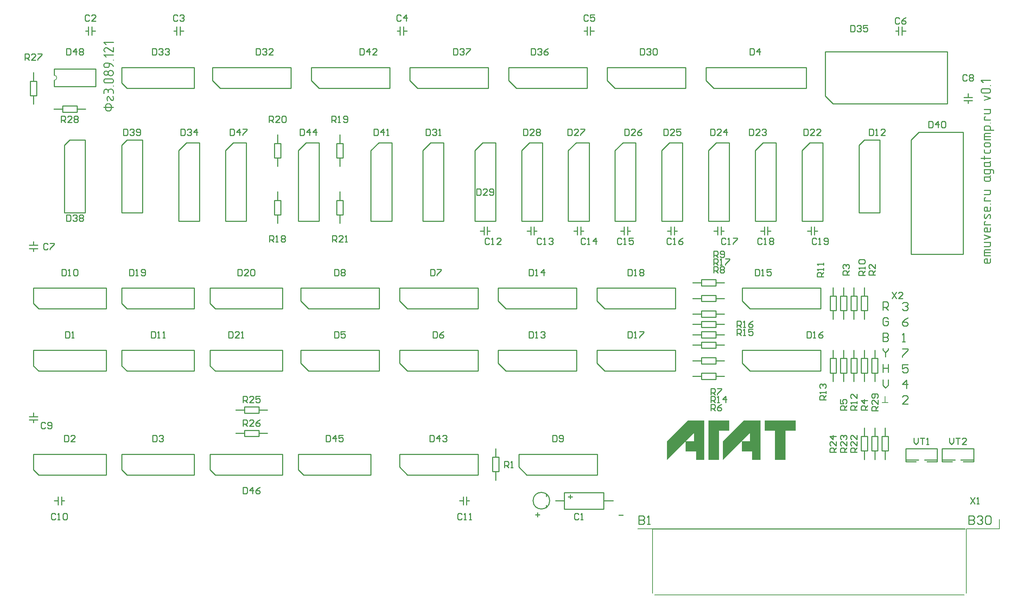
<source format=gto>
G04*
G04 #@! TF.GenerationSoftware,Altium Limited,Altium Designer,23.6.0 (18)*
G04*
G04 Layer_Color=65535*
%FSLAX44Y44*%
%MOMM*%
G71*
G04*
G04 #@! TF.SameCoordinates,16818577-3D0F-4E1C-871D-00935DA2B120*
G04*
G04*
G04 #@! TF.FilePolarity,Positive*
G04*
G01*
G75*
%ADD10C,0.2540*%
%ADD11C,0.2000*%
%ADD12C,0.1999*%
%ADD13C,0.2500*%
G36*
X2047500Y468750D02*
X2022500D01*
Y398750D01*
X1997500D01*
Y468750D01*
X1972500D01*
Y493750D01*
X2047500D01*
Y468750D01*
D02*
G37*
G36*
X1962500Y398750D02*
X1942500D01*
Y418750D01*
X1917500D01*
Y443750D01*
X1937500D01*
Y463750D01*
X1872500Y398750D01*
Y443750D01*
X1922500Y493750D01*
X1962500D01*
Y398750D01*
D02*
G37*
G36*
X1887500Y468750D02*
X1862500D01*
Y398750D01*
X1837500D01*
Y493750D01*
X1887500D01*
Y468750D01*
D02*
G37*
G36*
X1827500Y398750D02*
X1807500D01*
Y418750D01*
X1782500D01*
Y443750D01*
X1802500D01*
Y463750D01*
X1737500Y398750D01*
Y443750D01*
X1787500Y493750D01*
X1827500D01*
Y398750D01*
D02*
G37*
G36*
X2516482Y1313399D02*
X2516612Y1313380D01*
X2516760Y1313325D01*
X2516927Y1313269D01*
X2517075Y1313176D01*
X2517223Y1313047D01*
X2517242Y1313028D01*
X2517260Y1312991D01*
X2517316Y1312917D01*
X2517371Y1312806D01*
X2517427Y1312677D01*
X2517464Y1312528D01*
X2517501Y1312362D01*
X2517519Y1312158D01*
Y1312084D01*
X2517501Y1311973D01*
X2517482Y1311862D01*
X2517445Y1311732D01*
X2517390Y1311584D01*
X2517316Y1311436D01*
X2517223Y1311288D01*
X2517204Y1311269D01*
X2517168Y1311232D01*
X2517093Y1311177D01*
X2516982Y1311103D01*
X2516853Y1311028D01*
X2516686Y1310973D01*
X2516501Y1310936D01*
X2516279Y1310917D01*
X2496781D01*
X2499669Y1308029D01*
X2499688Y1308010D01*
X2499725Y1307973D01*
X2499780Y1307881D01*
X2499854Y1307788D01*
X2499928Y1307659D01*
X2499984Y1307510D01*
X2500021Y1307344D01*
X2500040Y1307177D01*
Y1307103D01*
X2500021Y1307010D01*
X2499984Y1306899D01*
X2499947Y1306770D01*
X2499892Y1306622D01*
X2499799Y1306473D01*
X2499669Y1306307D01*
X2499651Y1306288D01*
X2499595Y1306251D01*
X2499521Y1306177D01*
X2499410Y1306103D01*
X2499262Y1306029D01*
X2499114Y1305955D01*
X2498947Y1305918D01*
X2498762Y1305899D01*
X2498743D01*
X2498688D01*
X2498595Y1305918D01*
X2498503Y1305955D01*
X2498373Y1305992D01*
X2498225Y1306066D01*
X2498077Y1306159D01*
X2497910Y1306288D01*
X2492911Y1311288D01*
X2492892Y1311306D01*
X2492874Y1311325D01*
X2492763Y1311436D01*
X2492652Y1311602D01*
X2492522Y1311788D01*
Y1311806D01*
X2492503Y1311843D01*
X2492466Y1311899D01*
X2492429Y1311973D01*
X2492374Y1312158D01*
X2492355Y1312399D01*
Y1312454D01*
X2492374Y1312510D01*
X2492392Y1312602D01*
X2492448Y1312695D01*
X2492503Y1312825D01*
X2492596Y1312954D01*
X2492726Y1313102D01*
X2492744Y1313121D01*
X2492800Y1313158D01*
X2492892Y1313195D01*
X2493003Y1313269D01*
X2493170Y1313325D01*
X2493337Y1313362D01*
X2493540Y1313399D01*
X2493781Y1313417D01*
X2516279D01*
X2516297D01*
X2516371D01*
X2516482Y1313399D01*
D02*
G37*
G36*
X2516445Y1300900D02*
X2516556Y1300881D01*
X2516686Y1300826D01*
X2516816Y1300770D01*
X2516982Y1300678D01*
X2517130Y1300548D01*
X2517149Y1300530D01*
X2517186Y1300474D01*
X2517260Y1300400D01*
X2517316Y1300307D01*
X2517390Y1300178D01*
X2517464Y1300011D01*
X2517501Y1299845D01*
X2517519Y1299659D01*
Y1299567D01*
X2517501Y1299474D01*
X2517464Y1299344D01*
X2517427Y1299196D01*
X2517371Y1299048D01*
X2517279Y1298900D01*
X2517149Y1298752D01*
X2517130Y1298734D01*
X2517075Y1298696D01*
X2517001Y1298641D01*
X2516890Y1298585D01*
X2516760Y1298530D01*
X2516612Y1298474D01*
X2516445Y1298437D01*
X2516279Y1298419D01*
X2516260D01*
X2516186D01*
X2516093Y1298437D01*
X2515964Y1298456D01*
X2515834Y1298511D01*
X2515686Y1298567D01*
X2515538Y1298659D01*
X2515390Y1298770D01*
X2515371Y1298789D01*
X2515334Y1298845D01*
X2515279Y1298919D01*
X2515205Y1299030D01*
X2515131Y1299159D01*
X2515075Y1299308D01*
X2515038Y1299474D01*
X2515020Y1299659D01*
Y1299733D01*
X2515038Y1299807D01*
X2515057Y1299919D01*
X2515112Y1300048D01*
X2515168Y1300178D01*
X2515260Y1300326D01*
X2515390Y1300493D01*
X2515408Y1300511D01*
X2515464Y1300567D01*
X2515538Y1300622D01*
X2515631Y1300715D01*
X2515760Y1300789D01*
X2515927Y1300844D01*
X2516093Y1300900D01*
X2516279Y1300918D01*
X2516297D01*
X2516353D01*
X2516445Y1300900D01*
D02*
G37*
G36*
X2512261Y1293401D02*
X2512409D01*
X2512594Y1293364D01*
X2512835Y1293327D01*
X2513075Y1293290D01*
X2513353Y1293215D01*
X2513649Y1293141D01*
X2513946Y1293030D01*
X2514279Y1292901D01*
X2514594Y1292734D01*
X2514927Y1292549D01*
X2515260Y1292345D01*
X2515575Y1292086D01*
X2515890Y1291808D01*
X2515908Y1291790D01*
X2515964Y1291734D01*
X2516038Y1291642D01*
X2516149Y1291530D01*
X2516260Y1291364D01*
X2516408Y1291179D01*
X2516556Y1290975D01*
X2516705Y1290734D01*
X2516853Y1290457D01*
X2517001Y1290160D01*
X2517149Y1289845D01*
X2517260Y1289494D01*
X2517371Y1289123D01*
X2517445Y1288753D01*
X2517501Y1288346D01*
X2517519Y1287920D01*
Y1286327D01*
X2517501Y1286198D01*
Y1286050D01*
X2517464Y1285846D01*
X2517427Y1285624D01*
X2517390Y1285365D01*
X2517316Y1285105D01*
X2517242Y1284809D01*
X2517130Y1284494D01*
X2517001Y1284161D01*
X2516853Y1283846D01*
X2516667Y1283513D01*
X2516464Y1283179D01*
X2516223Y1282865D01*
X2515945Y1282550D01*
X2515927Y1282531D01*
X2515871Y1282476D01*
X2515779Y1282402D01*
X2515668Y1282291D01*
X2515501Y1282180D01*
X2515316Y1282032D01*
X2515112Y1281883D01*
X2514853Y1281735D01*
X2514594Y1281587D01*
X2514297Y1281439D01*
X2513964Y1281291D01*
X2513631Y1281180D01*
X2513260Y1281069D01*
X2512872Y1280995D01*
X2512464Y1280939D01*
X2512038Y1280921D01*
X2498040D01*
X2498021D01*
X2497947D01*
X2497818Y1280939D01*
X2497670D01*
X2497484Y1280976D01*
X2497262Y1281013D01*
X2497021Y1281050D01*
X2496744Y1281124D01*
X2496447Y1281198D01*
X2496151Y1281309D01*
X2495818Y1281439D01*
X2495503Y1281587D01*
X2495170Y1281772D01*
X2494836Y1281994D01*
X2494522Y1282235D01*
X2494207Y1282513D01*
X2494188Y1282531D01*
X2494133Y1282587D01*
X2494059Y1282680D01*
X2493948Y1282809D01*
X2493818Y1282957D01*
X2493670Y1283143D01*
X2493522Y1283365D01*
X2493374Y1283605D01*
X2493226Y1283883D01*
X2493059Y1284179D01*
X2492929Y1284494D01*
X2492800Y1284846D01*
X2492688Y1285216D01*
X2492614Y1285587D01*
X2492559Y1285994D01*
X2492540Y1286420D01*
Y1288012D01*
X2492559Y1288142D01*
Y1288290D01*
X2492596Y1288494D01*
X2492633Y1288716D01*
X2492670Y1288957D01*
X2492744Y1289234D01*
X2492818Y1289531D01*
X2492929Y1289845D01*
X2493059Y1290160D01*
X2493226Y1290475D01*
X2493411Y1290808D01*
X2493614Y1291142D01*
X2493874Y1291456D01*
X2494151Y1291771D01*
X2494170Y1291790D01*
X2494225Y1291845D01*
X2494318Y1291919D01*
X2494429Y1292030D01*
X2494596Y1292160D01*
X2494781Y1292290D01*
X2494985Y1292438D01*
X2495225Y1292605D01*
X2495503Y1292753D01*
X2495799Y1292901D01*
X2496114Y1293030D01*
X2496466Y1293160D01*
X2496836Y1293271D01*
X2497207Y1293345D01*
X2497614Y1293401D01*
X2498040Y1293419D01*
X2512038D01*
X2512057D01*
X2512131D01*
X2512261Y1293401D01*
D02*
G37*
G36*
X2501669Y1275828D02*
X2516686Y1270829D01*
X2516705D01*
X2516760Y1270810D01*
X2516853Y1270773D01*
X2516964Y1270718D01*
X2517204Y1270588D01*
X2517464Y1270385D01*
Y1270366D01*
X2517482Y1270348D01*
X2517519Y1270292D01*
X2517556Y1270218D01*
X2517593Y1270107D01*
X2517649Y1269996D01*
X2517704Y1269829D01*
X2517760Y1269662D01*
Y1269625D01*
X2517742Y1269533D01*
X2517704Y1269403D01*
X2517630Y1269237D01*
X2517501Y1269033D01*
X2517408Y1268940D01*
X2517297Y1268848D01*
X2517186Y1268737D01*
X2517038Y1268644D01*
X2516871Y1268570D01*
X2516686Y1268477D01*
X2501669Y1263478D01*
X2501225Y1263404D01*
X2501206D01*
X2501151D01*
X2501077Y1263422D01*
X2500965Y1263459D01*
X2500854Y1263496D01*
X2500725Y1263552D01*
X2500577Y1263644D01*
X2500428Y1263774D01*
X2500410Y1263793D01*
X2500373Y1263848D01*
X2500299Y1263922D01*
X2500225Y1264033D01*
X2500151Y1264163D01*
X2500077Y1264330D01*
X2500040Y1264496D01*
X2500021Y1264681D01*
Y1264830D01*
X2500040Y1264922D01*
X2500077Y1265126D01*
X2500169Y1265330D01*
Y1265348D01*
X2500188Y1265367D01*
X2500243Y1265422D01*
X2500299Y1265478D01*
X2500391Y1265570D01*
X2500521Y1265644D01*
X2500688Y1265755D01*
X2500891Y1265848D01*
X2512353Y1269662D01*
X2500891Y1273477D01*
X2500873D01*
X2500836Y1273514D01*
X2500762Y1273551D01*
X2500669Y1273606D01*
X2500484Y1273755D01*
X2500280Y1273958D01*
X2500262Y1273977D01*
X2500243Y1274014D01*
X2500206Y1274069D01*
X2500151Y1274162D01*
X2500058Y1274384D01*
X2500040Y1274514D01*
X2500021Y1274643D01*
Y1274717D01*
X2500040Y1274791D01*
X2500058Y1274903D01*
X2500095Y1275032D01*
X2500169Y1275199D01*
X2500243Y1275366D01*
X2500354Y1275532D01*
X2500373Y1275551D01*
X2500410Y1275588D01*
X2500484Y1275643D01*
X2500595Y1275717D01*
X2500725Y1275791D01*
X2500873Y1275847D01*
X2501039Y1275884D01*
X2501225Y1275902D01*
X2501669Y1275828D01*
D02*
G37*
G36*
X2516464Y1243406D02*
X2516667Y1243350D01*
X2516890Y1243276D01*
X2517130Y1243110D01*
X2517223Y1243017D01*
X2517316Y1242887D01*
X2517408Y1242758D01*
X2517464Y1242573D01*
X2517501Y1242387D01*
X2517519Y1242165D01*
Y1235833D01*
X2517501Y1235722D01*
Y1235592D01*
X2517482Y1235407D01*
X2517445Y1235203D01*
X2517390Y1234981D01*
X2517334Y1234722D01*
X2517260Y1234462D01*
X2517168Y1234185D01*
X2517056Y1233888D01*
X2516908Y1233592D01*
X2516742Y1233296D01*
X2516556Y1232981D01*
X2516334Y1232703D01*
X2516075Y1232407D01*
X2516057Y1232389D01*
X2516001Y1232352D01*
X2515927Y1232277D01*
X2515816Y1232185D01*
X2515668Y1232055D01*
X2515501Y1231944D01*
X2515316Y1231796D01*
X2515094Y1231666D01*
X2514834Y1231537D01*
X2514575Y1231389D01*
X2514279Y1231277D01*
X2513964Y1231166D01*
X2513631Y1231055D01*
X2513279Y1230981D01*
X2512909Y1230944D01*
X2512520Y1230926D01*
X2501280D01*
X2501262D01*
X2501188D01*
X2501095Y1230944D01*
X2500984Y1230981D01*
X2500836Y1231018D01*
X2500669Y1231074D01*
X2500521Y1231166D01*
X2500354Y1231296D01*
X2500336Y1231314D01*
X2500299Y1231370D01*
X2500243Y1231444D01*
X2500188Y1231537D01*
X2500132Y1231666D01*
X2500077Y1231814D01*
X2500040Y1231981D01*
X2500021Y1232166D01*
Y1232240D01*
X2500040Y1232333D01*
X2500058Y1232463D01*
X2500095Y1232592D01*
X2500151Y1232740D01*
X2500225Y1232888D01*
X2500336Y1233037D01*
X2500354Y1233055D01*
X2500391Y1233092D01*
X2500466Y1233166D01*
X2500577Y1233240D01*
X2500706Y1233296D01*
X2500873Y1233370D01*
X2501058Y1233407D01*
X2501280Y1233425D01*
X2512520D01*
X2512538D01*
X2512557D01*
X2512612D01*
X2512686Y1233444D01*
X2512890Y1233463D01*
X2513131Y1233518D01*
X2513427Y1233592D01*
X2513723Y1233722D01*
X2514020Y1233888D01*
X2514316Y1234129D01*
X2514334Y1234148D01*
X2514371Y1234203D01*
X2514427Y1234277D01*
X2514501Y1234370D01*
X2514594Y1234481D01*
X2514668Y1234629D01*
X2514853Y1234925D01*
Y1234944D01*
X2514871Y1235018D01*
X2514908Y1235129D01*
X2514927Y1235259D01*
X2514964Y1235407D01*
X2515001Y1235573D01*
X2515020Y1235925D01*
Y1240925D01*
X2501280D01*
X2501262D01*
X2501188D01*
X2501095Y1240943D01*
X2500984Y1240980D01*
X2500836Y1241017D01*
X2500669Y1241073D01*
X2500521Y1241165D01*
X2500354Y1241295D01*
X2500336Y1241313D01*
X2500299Y1241369D01*
X2500243Y1241443D01*
X2500188Y1241536D01*
X2500132Y1241665D01*
X2500077Y1241813D01*
X2500040Y1241980D01*
X2500021Y1242165D01*
Y1242239D01*
X2500040Y1242332D01*
X2500058Y1242461D01*
X2500095Y1242591D01*
X2500151Y1242739D01*
X2500225Y1242887D01*
X2500336Y1243036D01*
X2500354Y1243054D01*
X2500391Y1243091D01*
X2500466Y1243165D01*
X2500577Y1243239D01*
X2500706Y1243295D01*
X2500873Y1243369D01*
X2501058Y1243406D01*
X2501280Y1243424D01*
X2516279D01*
X2516297D01*
X2516334D01*
X2516390D01*
X2516464Y1243406D01*
D02*
G37*
G36*
X2503984Y1225908D02*
X2504113Y1225889D01*
X2504261Y1225834D01*
X2504428Y1225778D01*
X2504576Y1225686D01*
X2504724Y1225556D01*
X2504743Y1225537D01*
X2504780Y1225500D01*
X2504817Y1225426D01*
X2504872Y1225315D01*
X2504946Y1225185D01*
X2504984Y1225037D01*
X2505021Y1224871D01*
X2505039Y1224667D01*
Y1224593D01*
X2505021Y1224482D01*
X2505002Y1224371D01*
X2504965Y1224241D01*
X2504910Y1224093D01*
X2504835Y1223945D01*
X2504724Y1223797D01*
X2504706Y1223778D01*
X2504669Y1223741D01*
X2504595Y1223686D01*
X2504484Y1223612D01*
X2504354Y1223538D01*
X2504187Y1223482D01*
X2504002Y1223445D01*
X2503780Y1223427D01*
X2503761D01*
X2503706D01*
X2503632Y1223408D01*
X2503521Y1223389D01*
X2503391Y1223334D01*
X2503262Y1223278D01*
X2503113Y1223186D01*
X2502947Y1223056D01*
X2502928Y1223038D01*
X2502873Y1222982D01*
X2502817Y1222908D01*
X2502724Y1222815D01*
X2502650Y1222686D01*
X2502595Y1222519D01*
X2502539Y1222353D01*
X2502521Y1222167D01*
Y1218427D01*
X2516279D01*
X2516297D01*
X2516371D01*
X2516482Y1218409D01*
X2516612Y1218390D01*
X2516760Y1218334D01*
X2516927Y1218279D01*
X2517075Y1218186D01*
X2517223Y1218057D01*
X2517242Y1218038D01*
X2517260Y1218001D01*
X2517316Y1217927D01*
X2517371Y1217816D01*
X2517427Y1217686D01*
X2517464Y1217538D01*
X2517501Y1217372D01*
X2517519Y1217168D01*
Y1217094D01*
X2517501Y1216983D01*
X2517482Y1216872D01*
X2517445Y1216742D01*
X2517390Y1216594D01*
X2517316Y1216446D01*
X2517223Y1216298D01*
X2517204Y1216279D01*
X2517168Y1216242D01*
X2517093Y1216187D01*
X2516982Y1216112D01*
X2516853Y1216038D01*
X2516686Y1215983D01*
X2516501Y1215946D01*
X2516279Y1215927D01*
X2501280D01*
X2501262D01*
X2501225D01*
X2501169D01*
X2501077Y1215946D01*
X2500873Y1216001D01*
X2500651Y1216075D01*
X2500410Y1216224D01*
X2500317Y1216335D01*
X2500225Y1216446D01*
X2500132Y1216594D01*
X2500077Y1216760D01*
X2500040Y1216946D01*
X2500021Y1217168D01*
Y1222316D01*
X2500040Y1222427D01*
X2500058Y1222556D01*
X2500077Y1222723D01*
X2500114Y1222889D01*
X2500151Y1223075D01*
X2500280Y1223501D01*
X2500373Y1223723D01*
X2500484Y1223945D01*
X2500614Y1224167D01*
X2500743Y1224389D01*
X2500928Y1224612D01*
X2501114Y1224815D01*
X2501132Y1224834D01*
X2501169Y1224871D01*
X2501225Y1224926D01*
X2501299Y1224982D01*
X2501410Y1225074D01*
X2501539Y1225167D01*
X2501688Y1225260D01*
X2501854Y1225371D01*
X2502039Y1225482D01*
X2502243Y1225574D01*
X2502688Y1225760D01*
X2502947Y1225815D01*
X2503206Y1225871D01*
X2503484Y1225908D01*
X2503780Y1225926D01*
X2503799D01*
X2503873D01*
X2503984Y1225908D01*
D02*
G37*
G36*
X2516445Y1210909D02*
X2516556Y1210891D01*
X2516686Y1210835D01*
X2516816Y1210780D01*
X2516982Y1210687D01*
X2517130Y1210557D01*
X2517149Y1210539D01*
X2517186Y1210483D01*
X2517260Y1210409D01*
X2517316Y1210317D01*
X2517390Y1210187D01*
X2517464Y1210020D01*
X2517501Y1209854D01*
X2517519Y1209669D01*
Y1209576D01*
X2517501Y1209483D01*
X2517464Y1209354D01*
X2517427Y1209206D01*
X2517371Y1209058D01*
X2517279Y1208909D01*
X2517149Y1208761D01*
X2517130Y1208743D01*
X2517075Y1208706D01*
X2517001Y1208650D01*
X2516890Y1208595D01*
X2516760Y1208539D01*
X2516612Y1208484D01*
X2516445Y1208447D01*
X2516279Y1208428D01*
X2516260D01*
X2516186D01*
X2516093Y1208447D01*
X2515964Y1208465D01*
X2515834Y1208521D01*
X2515686Y1208576D01*
X2515538Y1208669D01*
X2515390Y1208780D01*
X2515371Y1208798D01*
X2515334Y1208854D01*
X2515279Y1208928D01*
X2515205Y1209039D01*
X2515131Y1209169D01*
X2515075Y1209317D01*
X2515038Y1209483D01*
X2515020Y1209669D01*
Y1209743D01*
X2515038Y1209817D01*
X2515057Y1209928D01*
X2515112Y1210058D01*
X2515168Y1210187D01*
X2515260Y1210335D01*
X2515390Y1210502D01*
X2515408Y1210520D01*
X2515464Y1210576D01*
X2515538Y1210631D01*
X2515631Y1210724D01*
X2515760Y1210798D01*
X2515927Y1210854D01*
X2516093Y1210909D01*
X2516279Y1210928D01*
X2516297D01*
X2516353D01*
X2516445Y1210909D01*
D02*
G37*
G36*
X2512872Y1203410D02*
X2513038Y1203391D01*
X2513242Y1203354D01*
X2513483Y1203299D01*
X2513723Y1203243D01*
X2514001Y1203169D01*
X2514279Y1203077D01*
X2514575Y1202947D01*
X2514871Y1202799D01*
X2515186Y1202632D01*
X2515482Y1202429D01*
X2515779Y1202206D01*
X2516057Y1201947D01*
X2516075Y1201929D01*
X2516112Y1201873D01*
X2516186Y1201799D01*
X2516279Y1201688D01*
X2516390Y1201540D01*
X2516519Y1201373D01*
X2516649Y1201188D01*
X2516779Y1200966D01*
X2516927Y1200707D01*
X2517056Y1200447D01*
X2517186Y1200151D01*
X2517297Y1199855D01*
X2517390Y1199521D01*
X2517464Y1199170D01*
X2517501Y1198799D01*
X2517519Y1198429D01*
Y1193430D01*
X2523741D01*
X2523759D01*
X2523833D01*
X2523926Y1193411D01*
X2524037Y1193374D01*
X2524185Y1193337D01*
X2524333Y1193263D01*
X2524482Y1193170D01*
X2524630Y1193041D01*
X2524648Y1193022D01*
X2524685Y1192967D01*
X2524741Y1192893D01*
X2524815Y1192782D01*
X2524889Y1192652D01*
X2524944Y1192504D01*
X2524982Y1192356D01*
X2525000Y1192170D01*
Y1192096D01*
X2524982Y1192022D01*
X2524963Y1191911D01*
X2524926Y1191782D01*
X2524870Y1191634D01*
X2524796Y1191485D01*
X2524685Y1191337D01*
X2524667Y1191319D01*
X2524630Y1191282D01*
X2524556Y1191208D01*
X2524444Y1191133D01*
X2524315Y1191059D01*
X2524148Y1190985D01*
X2523963Y1190948D01*
X2523741Y1190930D01*
X2501280D01*
X2501262D01*
X2501225D01*
X2501169D01*
X2501077Y1190948D01*
X2500873Y1191004D01*
X2500651Y1191078D01*
X2500410Y1191226D01*
X2500317Y1191337D01*
X2500225Y1191448D01*
X2500132Y1191596D01*
X2500077Y1191763D01*
X2500040Y1191948D01*
X2500021Y1192170D01*
Y1198633D01*
X2500040Y1198762D01*
X2500058Y1198948D01*
X2500095Y1199151D01*
X2500151Y1199373D01*
X2500206Y1199633D01*
X2500280Y1199892D01*
X2500373Y1200170D01*
X2500502Y1200466D01*
X2500632Y1200762D01*
X2500799Y1201058D01*
X2501003Y1201355D01*
X2501225Y1201651D01*
X2501484Y1201929D01*
X2501502Y1201947D01*
X2501558Y1202003D01*
X2501632Y1202077D01*
X2501743Y1202169D01*
X2501891Y1202281D01*
X2502058Y1202410D01*
X2502243Y1202540D01*
X2502465Y1202688D01*
X2502724Y1202818D01*
X2502984Y1202947D01*
X2503280Y1203077D01*
X2503595Y1203188D01*
X2503928Y1203299D01*
X2504280Y1203373D01*
X2504632Y1203410D01*
X2505021Y1203428D01*
X2512520D01*
X2512538D01*
X2512612D01*
X2512724D01*
X2512872Y1203410D01*
D02*
G37*
G36*
X2516482Y1185930D02*
X2516612Y1185912D01*
X2516760Y1185856D01*
X2516927Y1185801D01*
X2517075Y1185708D01*
X2517223Y1185579D01*
X2517242Y1185560D01*
X2517260Y1185523D01*
X2517316Y1185449D01*
X2517371Y1185338D01*
X2517427Y1185208D01*
X2517464Y1185060D01*
X2517501Y1184893D01*
X2517519Y1184690D01*
Y1184616D01*
X2517501Y1184505D01*
X2517482Y1184393D01*
X2517445Y1184264D01*
X2517390Y1184116D01*
X2517316Y1183968D01*
X2517223Y1183820D01*
X2517204Y1183801D01*
X2517168Y1183764D01*
X2517093Y1183708D01*
X2516982Y1183634D01*
X2516853Y1183560D01*
X2516686Y1183505D01*
X2516501Y1183468D01*
X2516279Y1183449D01*
X2505021D01*
X2505002D01*
X2504965D01*
X2504928D01*
X2504854Y1183431D01*
X2504650Y1183412D01*
X2504409Y1183356D01*
X2504132Y1183282D01*
X2503835Y1183153D01*
X2503539Y1182968D01*
X2503262Y1182727D01*
X2503224Y1182690D01*
X2503150Y1182597D01*
X2503021Y1182449D01*
X2502891Y1182245D01*
X2502762Y1181986D01*
X2502632Y1181690D01*
X2502558Y1181338D01*
X2502521Y1180949D01*
Y1178450D01*
X2516279D01*
X2516297D01*
X2516371D01*
X2516482Y1178431D01*
X2516612Y1178413D01*
X2516760Y1178357D01*
X2516927Y1178301D01*
X2517075Y1178209D01*
X2517223Y1178079D01*
X2517242Y1178061D01*
X2517260Y1178024D01*
X2517316Y1177950D01*
X2517371Y1177839D01*
X2517427Y1177709D01*
X2517464Y1177561D01*
X2517501Y1177394D01*
X2517519Y1177190D01*
Y1177116D01*
X2517501Y1177005D01*
X2517482Y1176894D01*
X2517445Y1176765D01*
X2517390Y1176617D01*
X2517316Y1176468D01*
X2517223Y1176320D01*
X2517204Y1176302D01*
X2517168Y1176265D01*
X2517093Y1176209D01*
X2516982Y1176135D01*
X2516853Y1176061D01*
X2516686Y1176005D01*
X2516501Y1175968D01*
X2516279Y1175950D01*
X2502521D01*
Y1170950D01*
X2516279D01*
X2516297D01*
X2516371D01*
X2516482Y1170932D01*
X2516612Y1170913D01*
X2516760Y1170858D01*
X2516927Y1170802D01*
X2517075Y1170710D01*
X2517223Y1170580D01*
X2517242Y1170562D01*
X2517260Y1170525D01*
X2517316Y1170451D01*
X2517371Y1170339D01*
X2517427Y1170210D01*
X2517464Y1170062D01*
X2517501Y1169895D01*
X2517519Y1169691D01*
Y1169617D01*
X2517501Y1169506D01*
X2517482Y1169395D01*
X2517445Y1169265D01*
X2517390Y1169117D01*
X2517316Y1168969D01*
X2517223Y1168821D01*
X2517204Y1168802D01*
X2517168Y1168765D01*
X2517093Y1168710D01*
X2516982Y1168636D01*
X2516853Y1168562D01*
X2516686Y1168506D01*
X2516501Y1168469D01*
X2516279Y1168451D01*
X2501280D01*
X2501262D01*
X2501225D01*
X2501169D01*
X2501077Y1168469D01*
X2500873Y1168525D01*
X2500651Y1168599D01*
X2500410Y1168747D01*
X2500317Y1168858D01*
X2500225Y1168969D01*
X2500132Y1169117D01*
X2500077Y1169284D01*
X2500040Y1169469D01*
X2500021Y1169691D01*
Y1181153D01*
X2500040Y1181283D01*
X2500058Y1181468D01*
X2500095Y1181672D01*
X2500151Y1181894D01*
X2500206Y1182153D01*
X2500280Y1182412D01*
X2500373Y1182690D01*
X2500502Y1182986D01*
X2500632Y1183282D01*
X2500799Y1183579D01*
X2501003Y1183875D01*
X2501225Y1184171D01*
X2501484Y1184449D01*
X2501502Y1184467D01*
X2501558Y1184523D01*
X2501632Y1184597D01*
X2501743Y1184690D01*
X2501891Y1184801D01*
X2502058Y1184930D01*
X2502243Y1185060D01*
X2502465Y1185208D01*
X2502724Y1185338D01*
X2502984Y1185467D01*
X2503280Y1185597D01*
X2503595Y1185708D01*
X2503928Y1185819D01*
X2504280Y1185893D01*
X2504632Y1185930D01*
X2505021Y1185949D01*
X2516279D01*
X2516297D01*
X2516371D01*
X2516482Y1185930D01*
D02*
G37*
G36*
X2512242Y1163433D02*
X2512390D01*
X2512594Y1163396D01*
X2512816Y1163359D01*
X2513075Y1163322D01*
X2513335Y1163248D01*
X2513631Y1163173D01*
X2513946Y1163062D01*
X2514279Y1162933D01*
X2514594Y1162766D01*
X2514927Y1162581D01*
X2515260Y1162377D01*
X2515575Y1162118D01*
X2515890Y1161840D01*
X2515908Y1161822D01*
X2515964Y1161766D01*
X2516038Y1161674D01*
X2516149Y1161562D01*
X2516260Y1161396D01*
X2516408Y1161211D01*
X2516556Y1161007D01*
X2516705Y1160766D01*
X2516853Y1160489D01*
X2517001Y1160192D01*
X2517149Y1159877D01*
X2517260Y1159526D01*
X2517371Y1159155D01*
X2517445Y1158785D01*
X2517501Y1158378D01*
X2517519Y1157952D01*
Y1156359D01*
X2517501Y1156230D01*
Y1156082D01*
X2517464Y1155878D01*
X2517427Y1155656D01*
X2517390Y1155396D01*
X2517316Y1155137D01*
X2517242Y1154841D01*
X2517130Y1154526D01*
X2517001Y1154193D01*
X2516853Y1153878D01*
X2516667Y1153545D01*
X2516464Y1153212D01*
X2516223Y1152897D01*
X2515945Y1152582D01*
X2515927Y1152563D01*
X2515871Y1152508D01*
X2515779Y1152434D01*
X2515668Y1152323D01*
X2515501Y1152212D01*
X2515316Y1152064D01*
X2515094Y1151915D01*
X2514853Y1151767D01*
X2514594Y1151619D01*
X2514279Y1151471D01*
X2513964Y1151323D01*
X2513612Y1151212D01*
X2513242Y1151101D01*
X2512853Y1151027D01*
X2512446Y1150971D01*
X2512020Y1150953D01*
X2505520D01*
X2505502D01*
X2505428D01*
X2505298Y1150971D01*
X2505150D01*
X2504965Y1151008D01*
X2504743Y1151045D01*
X2504502Y1151082D01*
X2504224Y1151156D01*
X2503928Y1151230D01*
X2503632Y1151341D01*
X2503298Y1151471D01*
X2502984Y1151619D01*
X2502650Y1151804D01*
X2502317Y1152026D01*
X2502002Y1152267D01*
X2501688Y1152545D01*
X2501669Y1152563D01*
X2501613Y1152619D01*
X2501539Y1152712D01*
X2501428Y1152841D01*
X2501299Y1152989D01*
X2501151Y1153175D01*
X2501003Y1153397D01*
X2500854Y1153637D01*
X2500706Y1153915D01*
X2500540Y1154211D01*
X2500410Y1154526D01*
X2500280Y1154878D01*
X2500169Y1155248D01*
X2500095Y1155619D01*
X2500040Y1156026D01*
X2500021Y1156452D01*
Y1158044D01*
X2500040Y1158174D01*
Y1158322D01*
X2500077Y1158526D01*
X2500114Y1158748D01*
X2500151Y1158989D01*
X2500225Y1159266D01*
X2500299Y1159563D01*
X2500410Y1159877D01*
X2500540Y1160192D01*
X2500706Y1160507D01*
X2500891Y1160840D01*
X2501095Y1161174D01*
X2501354Y1161488D01*
X2501632Y1161803D01*
X2501651Y1161822D01*
X2501706Y1161877D01*
X2501799Y1161951D01*
X2501910Y1162062D01*
X2502076Y1162192D01*
X2502262Y1162322D01*
X2502465Y1162470D01*
X2502706Y1162636D01*
X2502984Y1162785D01*
X2503280Y1162933D01*
X2503595Y1163062D01*
X2503947Y1163192D01*
X2504317Y1163303D01*
X2504687Y1163377D01*
X2505095Y1163433D01*
X2505520Y1163451D01*
X2512020D01*
X2512038D01*
X2512112D01*
X2512242Y1163433D01*
D02*
G37*
G36*
X2516427Y1145916D02*
X2516538Y1145898D01*
X2516667Y1145860D01*
X2516816Y1145805D01*
X2516964Y1145731D01*
X2517112Y1145620D01*
X2517130Y1145601D01*
X2517168Y1145564D01*
X2517242Y1145490D01*
X2517316Y1145379D01*
X2517390Y1145249D01*
X2517464Y1145101D01*
X2517501Y1144916D01*
X2517519Y1144694D01*
Y1140842D01*
X2517501Y1140731D01*
Y1140602D01*
X2517482Y1140416D01*
X2517445Y1140213D01*
X2517390Y1139991D01*
X2517334Y1139750D01*
X2517260Y1139472D01*
X2517168Y1139194D01*
X2517056Y1138898D01*
X2516908Y1138602D01*
X2516742Y1138306D01*
X2516556Y1138009D01*
X2516334Y1137713D01*
X2516075Y1137435D01*
X2516057Y1137417D01*
X2516001Y1137380D01*
X2515927Y1137306D01*
X2515816Y1137213D01*
X2515668Y1137084D01*
X2515501Y1136973D01*
X2515316Y1136824D01*
X2515094Y1136695D01*
X2514834Y1136565D01*
X2514575Y1136417D01*
X2514279Y1136306D01*
X2513964Y1136195D01*
X2513631Y1136084D01*
X2513279Y1136010D01*
X2512909Y1135973D01*
X2512520Y1135954D01*
X2505021D01*
X2505002D01*
X2504928D01*
X2504817Y1135973D01*
X2504669D01*
X2504502Y1135991D01*
X2504298Y1136028D01*
X2504058Y1136084D01*
X2503817Y1136139D01*
X2503539Y1136213D01*
X2503262Y1136306D01*
X2502965Y1136435D01*
X2502669Y1136565D01*
X2502373Y1136732D01*
X2502077Y1136935D01*
X2501780Y1137158D01*
X2501502Y1137417D01*
X2501484Y1137435D01*
X2501447Y1137491D01*
X2501373Y1137565D01*
X2501262Y1137676D01*
X2501151Y1137824D01*
X2501039Y1137991D01*
X2500891Y1138176D01*
X2500762Y1138398D01*
X2500632Y1138658D01*
X2500484Y1138917D01*
X2500373Y1139213D01*
X2500243Y1139528D01*
X2500151Y1139843D01*
X2500077Y1140194D01*
X2500040Y1140565D01*
X2500021Y1140935D01*
Y1144787D01*
X2500040Y1144879D01*
X2500077Y1144990D01*
X2500114Y1145138D01*
X2500188Y1145286D01*
X2500280Y1145434D01*
X2500410Y1145564D01*
X2500428Y1145583D01*
X2500484Y1145620D01*
X2500558Y1145675D01*
X2500669Y1145749D01*
X2500799Y1145823D01*
X2500947Y1145879D01*
X2501095Y1145916D01*
X2501280Y1145935D01*
X2501299D01*
X2501354D01*
X2501428Y1145916D01*
X2501539Y1145898D01*
X2501669Y1145860D01*
X2501817Y1145805D01*
X2501965Y1145731D01*
X2502113Y1145620D01*
X2502132Y1145601D01*
X2502169Y1145564D01*
X2502243Y1145490D01*
X2502317Y1145379D01*
X2502391Y1145249D01*
X2502465Y1145101D01*
X2502502Y1144916D01*
X2502521Y1144694D01*
Y1140842D01*
X2502539Y1140768D01*
X2502558Y1140565D01*
X2502613Y1140324D01*
X2502688Y1140046D01*
X2502817Y1139750D01*
X2503002Y1139454D01*
X2503243Y1139157D01*
X2503262Y1139139D01*
X2503298Y1139102D01*
X2503373Y1139028D01*
X2503484Y1138954D01*
X2503595Y1138880D01*
X2503743Y1138787D01*
X2504058Y1138620D01*
X2504076D01*
X2504132Y1138602D01*
X2504224Y1138565D01*
X2504354Y1138546D01*
X2504502Y1138509D01*
X2504650Y1138472D01*
X2505021Y1138454D01*
X2512520D01*
X2512538D01*
X2512557D01*
X2512612D01*
X2512686Y1138472D01*
X2512890Y1138491D01*
X2513131Y1138546D01*
X2513427Y1138620D01*
X2513723Y1138750D01*
X2514020Y1138917D01*
X2514316Y1139157D01*
X2514334Y1139176D01*
X2514371Y1139231D01*
X2514427Y1139305D01*
X2514501Y1139398D01*
X2514594Y1139509D01*
X2514668Y1139657D01*
X2514853Y1139954D01*
Y1139972D01*
X2514871Y1140046D01*
X2514908Y1140139D01*
X2514927Y1140287D01*
X2514964Y1140435D01*
X2515001Y1140602D01*
X2515020Y1140935D01*
Y1144787D01*
X2515038Y1144879D01*
X2515075Y1144990D01*
X2515112Y1145138D01*
X2515186Y1145286D01*
X2515279Y1145434D01*
X2515408Y1145564D01*
X2515427Y1145583D01*
X2515482Y1145620D01*
X2515556Y1145675D01*
X2515668Y1145749D01*
X2515797Y1145823D01*
X2515945Y1145879D01*
X2516093Y1145916D01*
X2516279Y1145935D01*
X2516297D01*
X2516353D01*
X2516427Y1145916D01*
D02*
G37*
G36*
X2501428Y1130918D02*
X2501539Y1130899D01*
X2501669Y1130862D01*
X2501817Y1130806D01*
X2501965Y1130732D01*
X2502113Y1130621D01*
X2502132Y1130603D01*
X2502169Y1130566D01*
X2502243Y1130492D01*
X2502317Y1130380D01*
X2502391Y1130251D01*
X2502465Y1130103D01*
X2502502Y1129918D01*
X2502521Y1129695D01*
Y1125955D01*
X2516279D01*
X2516297D01*
X2516371D01*
X2516482Y1125937D01*
X2516612Y1125918D01*
X2516760Y1125863D01*
X2516927Y1125807D01*
X2517075Y1125714D01*
X2517223Y1125585D01*
X2517242Y1125566D01*
X2517260Y1125529D01*
X2517316Y1125455D01*
X2517371Y1125344D01*
X2517427Y1125214D01*
X2517464Y1125066D01*
X2517501Y1124900D01*
X2517519Y1124696D01*
Y1124622D01*
X2517501Y1124511D01*
X2517482Y1124400D01*
X2517445Y1124270D01*
X2517390Y1124122D01*
X2517316Y1123974D01*
X2517223Y1123826D01*
X2517204Y1123807D01*
X2517168Y1123770D01*
X2517093Y1123715D01*
X2516982Y1123641D01*
X2516853Y1123566D01*
X2516686Y1123511D01*
X2516501Y1123474D01*
X2516279Y1123455D01*
X2502521D01*
Y1122104D01*
X2502502Y1121992D01*
X2502484Y1121863D01*
X2502428Y1121715D01*
X2502373Y1121567D01*
X2502280Y1121419D01*
X2502169Y1121270D01*
X2502151Y1121252D01*
X2502095Y1121215D01*
X2502021Y1121159D01*
X2501910Y1121104D01*
X2501780Y1121048D01*
X2501632Y1120993D01*
X2501465Y1120956D01*
X2501280Y1120937D01*
X2501262D01*
X2501206D01*
X2501114Y1120956D01*
X2501003Y1120974D01*
X2500873Y1121011D01*
X2500725Y1121085D01*
X2500577Y1121159D01*
X2500428Y1121270D01*
X2500410Y1121289D01*
X2500373Y1121326D01*
X2500299Y1121400D01*
X2500225Y1121511D01*
X2500151Y1121641D01*
X2500077Y1121807D01*
X2500040Y1121992D01*
X2500021Y1122196D01*
Y1123455D01*
X2493799D01*
X2493781D01*
X2493707D01*
X2493614Y1123474D01*
X2493503Y1123511D01*
X2493355Y1123548D01*
X2493188Y1123604D01*
X2493040Y1123696D01*
X2492874Y1123826D01*
X2492855Y1123844D01*
X2492818Y1123900D01*
X2492763Y1123974D01*
X2492707Y1124066D01*
X2492652Y1124196D01*
X2492596Y1124344D01*
X2492559Y1124511D01*
X2492540Y1124696D01*
Y1124770D01*
X2492559Y1124863D01*
X2492577Y1124992D01*
X2492614Y1125122D01*
X2492670Y1125270D01*
X2492744Y1125418D01*
X2492855Y1125566D01*
X2492874Y1125585D01*
X2492911Y1125622D01*
X2492985Y1125696D01*
X2493096Y1125770D01*
X2493226Y1125826D01*
X2493392Y1125900D01*
X2493577Y1125937D01*
X2493799Y1125955D01*
X2500021D01*
Y1129788D01*
X2500040Y1129881D01*
X2500077Y1129992D01*
X2500114Y1130140D01*
X2500188Y1130288D01*
X2500280Y1130436D01*
X2500410Y1130566D01*
X2500428Y1130584D01*
X2500484Y1130621D01*
X2500558Y1130677D01*
X2500669Y1130751D01*
X2500799Y1130825D01*
X2500947Y1130881D01*
X2501095Y1130918D01*
X2501280Y1130936D01*
X2501299D01*
X2501354D01*
X2501428Y1130918D01*
D02*
G37*
G36*
X2516427Y1118437D02*
X2516556Y1118419D01*
X2516705Y1118363D01*
X2516853Y1118308D01*
X2517001Y1118215D01*
X2517149Y1118104D01*
X2517168Y1118085D01*
X2517204Y1118048D01*
X2517260Y1117974D01*
X2517334Y1117882D01*
X2517408Y1117752D01*
X2517464Y1117604D01*
X2517501Y1117419D01*
X2517519Y1117215D01*
Y1117123D01*
X2517501Y1117049D01*
X2517464Y1116882D01*
X2517408Y1116697D01*
Y1116678D01*
X2517390Y1116641D01*
X2517353Y1116586D01*
X2517316Y1116493D01*
X2517260Y1116382D01*
X2517204Y1116271D01*
X2517038Y1115975D01*
X2516816Y1115660D01*
X2516556Y1115327D01*
X2516242Y1114993D01*
X2515871Y1114678D01*
X2515908Y1114660D01*
X2515982Y1114567D01*
X2516112Y1114438D01*
X2516279Y1114234D01*
X2516464Y1114012D01*
X2516667Y1113716D01*
X2516871Y1113382D01*
X2517056Y1113012D01*
Y1112993D01*
X2517075Y1112975D01*
X2517093Y1112919D01*
X2517130Y1112827D01*
X2517204Y1112623D01*
X2517279Y1112364D01*
X2517371Y1112049D01*
X2517445Y1111716D01*
X2517501Y1111346D01*
X2517519Y1110957D01*
Y1108364D01*
X2517501Y1108253D01*
Y1108124D01*
X2517482Y1107938D01*
X2517445Y1107735D01*
X2517390Y1107513D01*
X2517334Y1107253D01*
X2517260Y1106994D01*
X2517168Y1106716D01*
X2517056Y1106420D01*
X2516908Y1106124D01*
X2516742Y1105827D01*
X2516556Y1105513D01*
X2516334Y1105235D01*
X2516075Y1104939D01*
X2516057Y1104920D01*
X2516001Y1104883D01*
X2515927Y1104809D01*
X2515816Y1104716D01*
X2515668Y1104587D01*
X2515501Y1104476D01*
X2515316Y1104328D01*
X2515094Y1104198D01*
X2514834Y1104069D01*
X2514575Y1103920D01*
X2514279Y1103809D01*
X2513964Y1103698D01*
X2513631Y1103587D01*
X2513279Y1103513D01*
X2512909Y1103476D01*
X2512520Y1103457D01*
X2505021D01*
X2505002D01*
X2504928D01*
X2504817Y1103476D01*
X2504669D01*
X2504502Y1103494D01*
X2504298Y1103531D01*
X2504058Y1103587D01*
X2503817Y1103643D01*
X2503539Y1103717D01*
X2503262Y1103809D01*
X2502965Y1103939D01*
X2502669Y1104069D01*
X2502373Y1104235D01*
X2502077Y1104439D01*
X2501780Y1104661D01*
X2501502Y1104920D01*
X2501484Y1104939D01*
X2501447Y1104994D01*
X2501373Y1105068D01*
X2501262Y1105180D01*
X2501151Y1105328D01*
X2501039Y1105494D01*
X2500891Y1105698D01*
X2500762Y1105920D01*
X2500632Y1106161D01*
X2500484Y1106420D01*
X2500373Y1106716D01*
X2500243Y1107031D01*
X2500151Y1107364D01*
X2500077Y1107716D01*
X2500040Y1108068D01*
X2500021Y1108457D01*
Y1114808D01*
X2500040Y1114901D01*
X2500095Y1115104D01*
X2500169Y1115327D01*
X2500336Y1115567D01*
X2500428Y1115660D01*
X2500558Y1115752D01*
X2500688Y1115845D01*
X2500873Y1115901D01*
X2501058Y1115938D01*
X2501280Y1115956D01*
X2512501D01*
X2512538D01*
X2512631D01*
X2512779Y1115975D01*
X2512964Y1116012D01*
X2513205Y1116067D01*
X2513464Y1116160D01*
X2513742Y1116271D01*
X2514038Y1116419D01*
X2514075Y1116438D01*
X2514149Y1116493D01*
X2514279Y1116604D01*
X2514427Y1116752D01*
X2514594Y1116919D01*
X2514779Y1117141D01*
X2514946Y1117382D01*
X2515112Y1117678D01*
X2515131Y1117715D01*
X2515168Y1117808D01*
X2515260Y1117919D01*
X2515371Y1118067D01*
X2515538Y1118215D01*
X2515723Y1118326D01*
X2515964Y1118419D01*
X2516242Y1118456D01*
X2516260D01*
X2516334D01*
X2516427Y1118437D01*
D02*
G37*
G36*
X2520334Y1098439D02*
X2520519Y1098421D01*
X2520723Y1098384D01*
X2520945Y1098328D01*
X2521204Y1098273D01*
X2521463Y1098199D01*
X2521760Y1098106D01*
X2522037Y1097977D01*
X2522352Y1097847D01*
X2522648Y1097680D01*
X2522945Y1097477D01*
X2523241Y1097254D01*
X2523519Y1096995D01*
X2523537Y1096977D01*
X2523574Y1096921D01*
X2523648Y1096847D01*
X2523741Y1096736D01*
X2523871Y1096588D01*
X2523982Y1096421D01*
X2524130Y1096217D01*
X2524259Y1095995D01*
X2524389Y1095754D01*
X2524537Y1095477D01*
X2524648Y1095199D01*
X2524759Y1094884D01*
X2524870Y1094551D01*
X2524944Y1094199D01*
X2524982Y1093829D01*
X2525000Y1093440D01*
Y1088366D01*
X2524982Y1088274D01*
X2524944Y1088144D01*
X2524907Y1088015D01*
X2524833Y1087848D01*
X2524741Y1087681D01*
X2524611Y1087515D01*
X2524593Y1087496D01*
X2524537Y1087459D01*
X2524463Y1087422D01*
X2524370Y1087366D01*
X2524241Y1087292D01*
X2524093Y1087255D01*
X2523926Y1087218D01*
X2523741Y1087200D01*
X2523722D01*
X2523648D01*
X2523556Y1087218D01*
X2523445Y1087237D01*
X2523315Y1087274D01*
X2523167Y1087329D01*
X2523019Y1087403D01*
X2522871Y1087515D01*
X2522852Y1087533D01*
X2522815Y1087570D01*
X2522760Y1087644D01*
X2522685Y1087755D01*
X2522611Y1087885D01*
X2522556Y1088033D01*
X2522519Y1088218D01*
X2522500Y1088440D01*
Y1093551D01*
X2522482Y1093625D01*
X2522463Y1093810D01*
X2522408Y1094051D01*
X2522334Y1094347D01*
X2522204Y1094643D01*
X2522037Y1094940D01*
X2521797Y1095218D01*
X2521760Y1095255D01*
X2521667Y1095329D01*
X2521519Y1095458D01*
X2521315Y1095588D01*
X2521056Y1095717D01*
X2520741Y1095847D01*
X2520389Y1095921D01*
X2520000Y1095958D01*
X2517519D01*
Y1090866D01*
X2517501Y1090755D01*
Y1090625D01*
X2517482Y1090440D01*
X2517445Y1090237D01*
X2517390Y1090014D01*
X2517334Y1089755D01*
X2517260Y1089496D01*
X2517168Y1089218D01*
X2517056Y1088922D01*
X2516908Y1088626D01*
X2516742Y1088329D01*
X2516556Y1088015D01*
X2516334Y1087737D01*
X2516075Y1087440D01*
X2516057Y1087422D01*
X2516001Y1087385D01*
X2515927Y1087311D01*
X2515816Y1087218D01*
X2515668Y1087089D01*
X2515501Y1086978D01*
X2515316Y1086830D01*
X2515094Y1086700D01*
X2514834Y1086570D01*
X2514575Y1086422D01*
X2514279Y1086311D01*
X2513964Y1086200D01*
X2513631Y1086089D01*
X2513279Y1086015D01*
X2512909Y1085978D01*
X2512520Y1085959D01*
X2505021D01*
X2505002D01*
X2504928D01*
X2504817Y1085978D01*
X2504669D01*
X2504502Y1085996D01*
X2504298Y1086033D01*
X2504058Y1086089D01*
X2503817Y1086144D01*
X2503539Y1086218D01*
X2503262Y1086311D01*
X2502965Y1086441D01*
X2502669Y1086570D01*
X2502373Y1086737D01*
X2502077Y1086941D01*
X2501780Y1087163D01*
X2501502Y1087422D01*
X2501484Y1087440D01*
X2501447Y1087496D01*
X2501373Y1087570D01*
X2501262Y1087681D01*
X2501151Y1087829D01*
X2501039Y1087996D01*
X2500891Y1088200D01*
X2500762Y1088422D01*
X2500632Y1088663D01*
X2500484Y1088922D01*
X2500373Y1089218D01*
X2500243Y1089533D01*
X2500151Y1089866D01*
X2500077Y1090218D01*
X2500040Y1090570D01*
X2500021Y1090959D01*
Y1097310D01*
X2500040Y1097402D01*
X2500095Y1097606D01*
X2500169Y1097828D01*
X2500336Y1098069D01*
X2500428Y1098162D01*
X2500558Y1098254D01*
X2500688Y1098347D01*
X2500873Y1098402D01*
X2501058Y1098439D01*
X2501280Y1098458D01*
X2520000D01*
X2520019D01*
X2520093D01*
X2520204D01*
X2520334Y1098439D01*
D02*
G37*
G36*
X2516427Y1083441D02*
X2516556Y1083422D01*
X2516705Y1083367D01*
X2516853Y1083311D01*
X2517001Y1083219D01*
X2517149Y1083108D01*
X2517168Y1083089D01*
X2517204Y1083052D01*
X2517260Y1082978D01*
X2517334Y1082886D01*
X2517408Y1082756D01*
X2517464Y1082608D01*
X2517501Y1082422D01*
X2517519Y1082219D01*
Y1082126D01*
X2517501Y1082052D01*
X2517464Y1081886D01*
X2517408Y1081700D01*
Y1081682D01*
X2517390Y1081645D01*
X2517353Y1081589D01*
X2517316Y1081497D01*
X2517260Y1081386D01*
X2517204Y1081274D01*
X2517038Y1080978D01*
X2516816Y1080664D01*
X2516556Y1080330D01*
X2516242Y1079997D01*
X2515871Y1079682D01*
X2515908Y1079664D01*
X2515982Y1079571D01*
X2516112Y1079441D01*
X2516279Y1079238D01*
X2516464Y1079016D01*
X2516667Y1078719D01*
X2516871Y1078386D01*
X2517056Y1078016D01*
Y1077997D01*
X2517075Y1077979D01*
X2517093Y1077923D01*
X2517130Y1077830D01*
X2517204Y1077627D01*
X2517279Y1077367D01*
X2517371Y1077053D01*
X2517445Y1076719D01*
X2517501Y1076349D01*
X2517519Y1075960D01*
Y1073368D01*
X2517501Y1073257D01*
Y1073127D01*
X2517482Y1072942D01*
X2517445Y1072738D01*
X2517390Y1072516D01*
X2517334Y1072257D01*
X2517260Y1071998D01*
X2517168Y1071720D01*
X2517056Y1071424D01*
X2516908Y1071127D01*
X2516742Y1070831D01*
X2516556Y1070516D01*
X2516334Y1070239D01*
X2516075Y1069942D01*
X2516057Y1069924D01*
X2516001Y1069887D01*
X2515927Y1069813D01*
X2515816Y1069720D01*
X2515668Y1069591D01*
X2515501Y1069479D01*
X2515316Y1069331D01*
X2515094Y1069202D01*
X2514834Y1069072D01*
X2514575Y1068924D01*
X2514279Y1068813D01*
X2513964Y1068702D01*
X2513631Y1068591D01*
X2513279Y1068517D01*
X2512909Y1068480D01*
X2512520Y1068461D01*
X2505021D01*
X2505002D01*
X2504928D01*
X2504817Y1068480D01*
X2504669D01*
X2504502Y1068498D01*
X2504298Y1068535D01*
X2504058Y1068591D01*
X2503817Y1068646D01*
X2503539Y1068720D01*
X2503262Y1068813D01*
X2502965Y1068942D01*
X2502669Y1069072D01*
X2502373Y1069239D01*
X2502077Y1069442D01*
X2501780Y1069665D01*
X2501502Y1069924D01*
X2501484Y1069942D01*
X2501447Y1069998D01*
X2501373Y1070072D01*
X2501262Y1070183D01*
X2501151Y1070331D01*
X2501039Y1070498D01*
X2500891Y1070702D01*
X2500762Y1070924D01*
X2500632Y1071164D01*
X2500484Y1071424D01*
X2500373Y1071720D01*
X2500243Y1072035D01*
X2500151Y1072368D01*
X2500077Y1072720D01*
X2500040Y1073072D01*
X2500021Y1073460D01*
Y1079812D01*
X2500040Y1079904D01*
X2500095Y1080108D01*
X2500169Y1080330D01*
X2500336Y1080571D01*
X2500428Y1080664D01*
X2500558Y1080756D01*
X2500688Y1080849D01*
X2500873Y1080904D01*
X2501058Y1080941D01*
X2501280Y1080960D01*
X2512501D01*
X2512538D01*
X2512631D01*
X2512779Y1080978D01*
X2512964Y1081015D01*
X2513205Y1081071D01*
X2513464Y1081163D01*
X2513742Y1081274D01*
X2514038Y1081423D01*
X2514075Y1081441D01*
X2514149Y1081497D01*
X2514279Y1081608D01*
X2514427Y1081756D01*
X2514594Y1081923D01*
X2514779Y1082145D01*
X2514946Y1082385D01*
X2515112Y1082682D01*
X2515131Y1082719D01*
X2515168Y1082811D01*
X2515260Y1082923D01*
X2515371Y1083071D01*
X2515538Y1083219D01*
X2515723Y1083330D01*
X2515964Y1083422D01*
X2516242Y1083459D01*
X2516260D01*
X2516334D01*
X2516427Y1083441D01*
D02*
G37*
G36*
X2516464Y1048445D02*
X2516667Y1048389D01*
X2516890Y1048315D01*
X2517130Y1048148D01*
X2517223Y1048056D01*
X2517316Y1047926D01*
X2517408Y1047796D01*
X2517464Y1047611D01*
X2517501Y1047426D01*
X2517519Y1047204D01*
Y1040871D01*
X2517501Y1040760D01*
Y1040631D01*
X2517482Y1040445D01*
X2517445Y1040242D01*
X2517390Y1040020D01*
X2517334Y1039760D01*
X2517260Y1039501D01*
X2517168Y1039223D01*
X2517056Y1038927D01*
X2516908Y1038631D01*
X2516742Y1038335D01*
X2516556Y1038020D01*
X2516334Y1037742D01*
X2516075Y1037446D01*
X2516057Y1037427D01*
X2516001Y1037390D01*
X2515927Y1037316D01*
X2515816Y1037224D01*
X2515668Y1037094D01*
X2515501Y1036983D01*
X2515316Y1036835D01*
X2515094Y1036705D01*
X2514834Y1036575D01*
X2514575Y1036427D01*
X2514279Y1036316D01*
X2513964Y1036205D01*
X2513631Y1036094D01*
X2513279Y1036020D01*
X2512909Y1035983D01*
X2512520Y1035964D01*
X2501280D01*
X2501262D01*
X2501188D01*
X2501095Y1035983D01*
X2500984Y1036020D01*
X2500836Y1036057D01*
X2500669Y1036113D01*
X2500521Y1036205D01*
X2500354Y1036335D01*
X2500336Y1036353D01*
X2500299Y1036409D01*
X2500243Y1036483D01*
X2500188Y1036575D01*
X2500132Y1036705D01*
X2500077Y1036853D01*
X2500040Y1037020D01*
X2500021Y1037205D01*
Y1037279D01*
X2500040Y1037372D01*
X2500058Y1037501D01*
X2500095Y1037631D01*
X2500151Y1037779D01*
X2500225Y1037927D01*
X2500336Y1038075D01*
X2500354Y1038094D01*
X2500391Y1038131D01*
X2500466Y1038205D01*
X2500577Y1038279D01*
X2500706Y1038335D01*
X2500873Y1038409D01*
X2501058Y1038446D01*
X2501280Y1038464D01*
X2512520D01*
X2512538D01*
X2512557D01*
X2512612D01*
X2512686Y1038483D01*
X2512890Y1038501D01*
X2513131Y1038557D01*
X2513427Y1038631D01*
X2513723Y1038760D01*
X2514020Y1038927D01*
X2514316Y1039168D01*
X2514334Y1039186D01*
X2514371Y1039242D01*
X2514427Y1039316D01*
X2514501Y1039408D01*
X2514594Y1039520D01*
X2514668Y1039668D01*
X2514853Y1039964D01*
Y1039983D01*
X2514871Y1040057D01*
X2514908Y1040168D01*
X2514927Y1040297D01*
X2514964Y1040445D01*
X2515001Y1040612D01*
X2515020Y1040964D01*
Y1045963D01*
X2501280D01*
X2501262D01*
X2501188D01*
X2501095Y1045982D01*
X2500984Y1046019D01*
X2500836Y1046056D01*
X2500669Y1046112D01*
X2500521Y1046204D01*
X2500354Y1046334D01*
X2500336Y1046352D01*
X2500299Y1046408D01*
X2500243Y1046482D01*
X2500188Y1046574D01*
X2500132Y1046704D01*
X2500077Y1046852D01*
X2500040Y1047019D01*
X2500021Y1047204D01*
Y1047278D01*
X2500040Y1047371D01*
X2500058Y1047500D01*
X2500095Y1047630D01*
X2500151Y1047778D01*
X2500225Y1047926D01*
X2500336Y1048074D01*
X2500354Y1048093D01*
X2500391Y1048130D01*
X2500466Y1048204D01*
X2500577Y1048278D01*
X2500706Y1048334D01*
X2500873Y1048408D01*
X2501058Y1048445D01*
X2501280Y1048463D01*
X2516279D01*
X2516297D01*
X2516334D01*
X2516390D01*
X2516464Y1048445D01*
D02*
G37*
G36*
X2503984Y1030946D02*
X2504113Y1030928D01*
X2504261Y1030872D01*
X2504428Y1030817D01*
X2504576Y1030724D01*
X2504724Y1030595D01*
X2504743Y1030576D01*
X2504780Y1030539D01*
X2504817Y1030465D01*
X2504872Y1030354D01*
X2504946Y1030224D01*
X2504984Y1030076D01*
X2505021Y1029910D01*
X2505039Y1029706D01*
Y1029632D01*
X2505021Y1029521D01*
X2505002Y1029409D01*
X2504965Y1029280D01*
X2504910Y1029132D01*
X2504835Y1028984D01*
X2504724Y1028836D01*
X2504706Y1028817D01*
X2504669Y1028780D01*
X2504595Y1028724D01*
X2504484Y1028650D01*
X2504354Y1028576D01*
X2504187Y1028521D01*
X2504002Y1028484D01*
X2503780Y1028465D01*
X2503761D01*
X2503706D01*
X2503632Y1028447D01*
X2503521Y1028428D01*
X2503391Y1028373D01*
X2503262Y1028317D01*
X2503113Y1028224D01*
X2502947Y1028095D01*
X2502928Y1028076D01*
X2502873Y1028021D01*
X2502817Y1027947D01*
X2502724Y1027854D01*
X2502650Y1027725D01*
X2502595Y1027558D01*
X2502539Y1027391D01*
X2502521Y1027206D01*
Y1023466D01*
X2516279D01*
X2516297D01*
X2516371D01*
X2516482Y1023447D01*
X2516612Y1023429D01*
X2516760Y1023373D01*
X2516927Y1023318D01*
X2517075Y1023225D01*
X2517223Y1023095D01*
X2517242Y1023077D01*
X2517260Y1023040D01*
X2517316Y1022966D01*
X2517371Y1022855D01*
X2517427Y1022725D01*
X2517464Y1022577D01*
X2517501Y1022410D01*
X2517519Y1022207D01*
Y1022132D01*
X2517501Y1022021D01*
X2517482Y1021910D01*
X2517445Y1021781D01*
X2517390Y1021633D01*
X2517316Y1021484D01*
X2517223Y1021336D01*
X2517204Y1021318D01*
X2517168Y1021281D01*
X2517093Y1021225D01*
X2516982Y1021151D01*
X2516853Y1021077D01*
X2516686Y1021021D01*
X2516501Y1020984D01*
X2516279Y1020966D01*
X2501280D01*
X2501262D01*
X2501225D01*
X2501169D01*
X2501077Y1020984D01*
X2500873Y1021040D01*
X2500651Y1021114D01*
X2500410Y1021262D01*
X2500317Y1021373D01*
X2500225Y1021484D01*
X2500132Y1021633D01*
X2500077Y1021799D01*
X2500040Y1021984D01*
X2500021Y1022207D01*
Y1027354D01*
X2500040Y1027465D01*
X2500058Y1027595D01*
X2500077Y1027762D01*
X2500114Y1027928D01*
X2500151Y1028113D01*
X2500280Y1028539D01*
X2500373Y1028761D01*
X2500484Y1028984D01*
X2500614Y1029206D01*
X2500743Y1029428D01*
X2500928Y1029650D01*
X2501114Y1029854D01*
X2501132Y1029872D01*
X2501169Y1029910D01*
X2501225Y1029965D01*
X2501299Y1030021D01*
X2501410Y1030113D01*
X2501539Y1030206D01*
X2501688Y1030298D01*
X2501854Y1030409D01*
X2502039Y1030520D01*
X2502243Y1030613D01*
X2502688Y1030798D01*
X2502947Y1030854D01*
X2503206Y1030909D01*
X2503484Y1030946D01*
X2503780Y1030965D01*
X2503799D01*
X2503873D01*
X2503984Y1030946D01*
D02*
G37*
G36*
X2516445Y1015948D02*
X2516556Y1015929D01*
X2516686Y1015874D01*
X2516816Y1015818D01*
X2516982Y1015726D01*
X2517130Y1015596D01*
X2517149Y1015578D01*
X2517186Y1015522D01*
X2517260Y1015448D01*
X2517316Y1015355D01*
X2517390Y1015226D01*
X2517464Y1015059D01*
X2517501Y1014893D01*
X2517519Y1014707D01*
Y1014615D01*
X2517501Y1014522D01*
X2517464Y1014393D01*
X2517427Y1014244D01*
X2517371Y1014096D01*
X2517279Y1013948D01*
X2517149Y1013800D01*
X2517130Y1013782D01*
X2517075Y1013745D01*
X2517001Y1013689D01*
X2516890Y1013633D01*
X2516760Y1013578D01*
X2516612Y1013522D01*
X2516445Y1013485D01*
X2516279Y1013467D01*
X2516260D01*
X2516186D01*
X2516093Y1013485D01*
X2515964Y1013504D01*
X2515834Y1013559D01*
X2515686Y1013615D01*
X2515538Y1013707D01*
X2515390Y1013819D01*
X2515371Y1013837D01*
X2515334Y1013893D01*
X2515279Y1013967D01*
X2515205Y1014078D01*
X2515131Y1014207D01*
X2515075Y1014355D01*
X2515038Y1014522D01*
X2515020Y1014707D01*
Y1014781D01*
X2515038Y1014855D01*
X2515057Y1014967D01*
X2515112Y1015096D01*
X2515168Y1015226D01*
X2515260Y1015374D01*
X2515390Y1015541D01*
X2515408Y1015559D01*
X2515464Y1015615D01*
X2515538Y1015670D01*
X2515631Y1015763D01*
X2515760Y1015837D01*
X2515927Y1015892D01*
X2516093Y1015948D01*
X2516279Y1015966D01*
X2516297D01*
X2516353D01*
X2516445Y1015948D01*
D02*
G37*
G36*
X2516427Y1008449D02*
X2516538Y1008430D01*
X2516667Y1008393D01*
X2516816Y1008338D01*
X2516964Y1008264D01*
X2517112Y1008152D01*
X2517130Y1008134D01*
X2517168Y1008097D01*
X2517242Y1008023D01*
X2517316Y1007912D01*
X2517390Y1007782D01*
X2517464Y1007616D01*
X2517501Y1007430D01*
X2517519Y1007208D01*
Y1000875D01*
X2517501Y1000764D01*
Y1000635D01*
X2517482Y1000450D01*
X2517445Y1000246D01*
X2517390Y1000024D01*
X2517334Y999764D01*
X2517260Y999505D01*
X2517168Y999209D01*
X2517056Y998931D01*
X2516908Y998616D01*
X2516742Y998320D01*
X2516556Y998024D01*
X2516334Y997728D01*
X2516075Y997450D01*
X2516057Y997431D01*
X2516001Y997394D01*
X2515927Y997320D01*
X2515816Y997228D01*
X2515668Y997098D01*
X2515501Y996987D01*
X2515297Y996839D01*
X2515075Y996709D01*
X2514834Y996580D01*
X2514557Y996432D01*
X2514279Y996320D01*
X2513964Y996209D01*
X2513631Y996098D01*
X2513279Y996024D01*
X2512909Y995987D01*
X2512520Y995968D01*
X2505021D01*
X2505002D01*
X2504928D01*
X2504817Y995987D01*
X2504687D01*
X2504502Y996006D01*
X2504317Y996043D01*
X2504076Y996098D01*
X2503835Y996154D01*
X2503558Y996228D01*
X2503280Y996320D01*
X2503002Y996432D01*
X2502706Y996580D01*
X2502391Y996746D01*
X2502095Y996931D01*
X2501799Y997154D01*
X2501521Y997413D01*
X2501502Y997431D01*
X2501447Y997487D01*
X2501373Y997561D01*
X2501280Y997672D01*
X2501169Y997820D01*
X2501039Y997987D01*
X2500910Y998172D01*
X2500762Y998394D01*
X2500632Y998653D01*
X2500502Y998913D01*
X2500373Y999209D01*
X2500262Y999524D01*
X2500151Y999857D01*
X2500077Y1000209D01*
X2500040Y1000579D01*
X2500021Y1000968D01*
Y1003671D01*
X2500040Y1003801D01*
X2500058Y1003986D01*
X2500095Y1004190D01*
X2500151Y1004412D01*
X2500206Y1004671D01*
X2500280Y1004931D01*
X2500373Y1005208D01*
X2500502Y1005505D01*
X2500632Y1005801D01*
X2500799Y1006097D01*
X2501003Y1006393D01*
X2501225Y1006690D01*
X2501484Y1006967D01*
X2501502Y1006986D01*
X2501558Y1007041D01*
X2501632Y1007115D01*
X2501743Y1007208D01*
X2501891Y1007319D01*
X2502058Y1007449D01*
X2502243Y1007579D01*
X2502465Y1007727D01*
X2502724Y1007856D01*
X2502984Y1007986D01*
X2503280Y1008115D01*
X2503595Y1008226D01*
X2503928Y1008338D01*
X2504280Y1008412D01*
X2504632Y1008449D01*
X2505021Y1008467D01*
X2508779D01*
X2508798D01*
X2508835D01*
X2508891D01*
X2508965Y1008449D01*
X2509168Y1008393D01*
X2509391Y1008319D01*
X2509631Y1008152D01*
X2509724Y1008060D01*
X2509816Y1007930D01*
X2509909Y1007801D01*
X2509964Y1007616D01*
X2510002Y1007430D01*
X2510020Y1007208D01*
Y998468D01*
X2512520D01*
X2512538D01*
X2512557D01*
X2512612D01*
X2512686Y998487D01*
X2512890Y998505D01*
X2513131Y998561D01*
X2513427Y998635D01*
X2513723Y998765D01*
X2514020Y998931D01*
X2514316Y999172D01*
X2514334Y999190D01*
X2514371Y999246D01*
X2514427Y999320D01*
X2514501Y999413D01*
X2514594Y999524D01*
X2514668Y999672D01*
X2514853Y999968D01*
Y999987D01*
X2514871Y1000061D01*
X2514908Y1000172D01*
X2514927Y1000301D01*
X2514964Y1000450D01*
X2515001Y1000616D01*
X2515020Y1000968D01*
Y1007301D01*
X2515038Y1007393D01*
X2515075Y1007523D01*
X2515112Y1007653D01*
X2515186Y1007801D01*
X2515279Y1007949D01*
X2515408Y1008097D01*
X2515427Y1008115D01*
X2515482Y1008152D01*
X2515556Y1008208D01*
X2515668Y1008282D01*
X2515797Y1008356D01*
X2515945Y1008412D01*
X2516093Y1008449D01*
X2516279Y1008467D01*
X2516297D01*
X2516353D01*
X2516427Y1008449D01*
D02*
G37*
G36*
X2502706Y990858D02*
X2502873Y990821D01*
X2503039Y990747D01*
X2503169Y990673D01*
X2503280Y990599D01*
X2503354Y990525D01*
X2503410Y990488D01*
X2503428Y990469D01*
X2503558Y990321D01*
X2503650Y990173D01*
X2503706Y990043D01*
X2503743Y989914D01*
X2503780Y989821D01*
X2503799Y989747D01*
Y989673D01*
X2503669Y989062D01*
X2503484Y988654D01*
X2503298Y988247D01*
X2503169Y987840D01*
X2503039Y987469D01*
X2502928Y987099D01*
X2502836Y986747D01*
X2502762Y986414D01*
X2502706Y986118D01*
X2502669Y985821D01*
X2502632Y985581D01*
X2502613Y985359D01*
X2502595Y985173D01*
X2502576Y985025D01*
Y984822D01*
X2502595Y984433D01*
X2502613Y984081D01*
X2502669Y983729D01*
X2502724Y983396D01*
X2502799Y983100D01*
X2502891Y982803D01*
X2502984Y982544D01*
X2503058Y982303D01*
X2503150Y982081D01*
X2503243Y981877D01*
X2503336Y981711D01*
X2503410Y981581D01*
X2503465Y981470D01*
X2503521Y981396D01*
X2503539Y981340D01*
X2503558Y981322D01*
X2503669Y981211D01*
X2503799Y981118D01*
X2503910Y981063D01*
X2504021Y981007D01*
X2504132Y980989D01*
X2504206Y980970D01*
X2504261D01*
X2504280D01*
X2504447Y980989D01*
X2504595Y981026D01*
X2504706Y981081D01*
X2504817Y981155D01*
X2504891Y981211D01*
X2504946Y981266D01*
X2504965Y981303D01*
X2504984Y981322D01*
X2510242Y989303D01*
X2510464Y989562D01*
X2510705Y989802D01*
X2510946Y989988D01*
X2511150Y990154D01*
X2511353Y990284D01*
X2511501Y990358D01*
X2511594Y990414D01*
X2511613Y990432D01*
X2511631D01*
X2511927Y990562D01*
X2512205Y990654D01*
X2512464Y990728D01*
X2512705Y990765D01*
X2512909Y990802D01*
X2513057Y990821D01*
X2513149D01*
X2513186D01*
X2513501Y990802D01*
X2513797Y990765D01*
X2514075Y990691D01*
X2514334Y990617D01*
X2514538Y990543D01*
X2514705Y990469D01*
X2514816Y990432D01*
X2514834Y990414D01*
X2514853D01*
X2515131Y990247D01*
X2515390Y990062D01*
X2515612Y989877D01*
X2515779Y989710D01*
X2515908Y989543D01*
X2516019Y989414D01*
X2516075Y989340D01*
X2516093Y989303D01*
X2516353Y988895D01*
X2516556Y988488D01*
X2516760Y988062D01*
X2516908Y987655D01*
X2517056Y987247D01*
X2517168Y986840D01*
X2517260Y986451D01*
X2517334Y986081D01*
X2517408Y985729D01*
X2517445Y985414D01*
X2517482Y985136D01*
X2517501Y984896D01*
Y984710D01*
X2517519Y984562D01*
Y984433D01*
X2517501Y983933D01*
X2517464Y983433D01*
X2517390Y982951D01*
X2517297Y982488D01*
X2517204Y982026D01*
X2517093Y981600D01*
X2516964Y981211D01*
X2516834Y980822D01*
X2516705Y980489D01*
X2516575Y980174D01*
X2516464Y979915D01*
X2516371Y979674D01*
X2516279Y979489D01*
X2516205Y979359D01*
X2516168Y979285D01*
X2516149Y979248D01*
X2515982Y979026D01*
X2515816Y978859D01*
X2515631Y978748D01*
X2515464Y978674D01*
X2515316Y978618D01*
X2515205Y978600D01*
X2515131Y978581D01*
X2515094D01*
X2514631Y978637D01*
X2514353Y978767D01*
X2514168Y978933D01*
X2514038Y979081D01*
X2513927Y979230D01*
X2513853Y979378D01*
X2513816Y979507D01*
X2513779Y979637D01*
X2513760Y979730D01*
Y979804D01*
X2513816Y980137D01*
X2513927Y980452D01*
X2514112Y980803D01*
X2514279Y981174D01*
X2514427Y981526D01*
X2514557Y981877D01*
X2514668Y982211D01*
X2514760Y982544D01*
X2514816Y982859D01*
X2514890Y983155D01*
X2514927Y983414D01*
X2514964Y983655D01*
X2514982Y983877D01*
X2515001Y984062D01*
X2515020Y984211D01*
Y984414D01*
X2515001Y984766D01*
X2514982Y985099D01*
X2514853Y985747D01*
X2514705Y986340D01*
X2514612Y986618D01*
X2514501Y986858D01*
X2514409Y987099D01*
X2514316Y987303D01*
X2514242Y987488D01*
X2514168Y987636D01*
X2514094Y987747D01*
X2514038Y987840D01*
X2514020Y987895D01*
X2514001Y987914D01*
X2513890Y988062D01*
X2513760Y988155D01*
X2513631Y988229D01*
X2513483Y988284D01*
X2513372Y988321D01*
X2513260Y988340D01*
X2513186D01*
X2513168D01*
X2512964Y988321D01*
X2512779Y988266D01*
X2512631Y988210D01*
X2512520Y988136D01*
X2512427Y988043D01*
X2512372Y987988D01*
X2512335Y987932D01*
X2512316Y987914D01*
X2507057Y979933D01*
X2506872Y979693D01*
X2506687Y979489D01*
X2506483Y979322D01*
X2506280Y979174D01*
X2506113Y979063D01*
X2505983Y978989D01*
X2505891Y978952D01*
X2505854Y978933D01*
X2505558Y978785D01*
X2505428Y978730D01*
X2505317Y978693D01*
X2505243Y978674D01*
X2505169Y978655D01*
X2505132Y978637D01*
X2505113D01*
X2504835Y978600D01*
X2504558Y978581D01*
X2504447D01*
X2504354D01*
X2504280D01*
X2504261D01*
X2503965Y978600D01*
X2503687Y978637D01*
X2503428Y978693D01*
X2503187Y978767D01*
X2502984Y978822D01*
X2502836Y978878D01*
X2502743Y978915D01*
X2502706Y978933D01*
X2502391Y979118D01*
X2502151Y979285D01*
X2501947Y979470D01*
X2501780Y979618D01*
X2501669Y979748D01*
X2501577Y979841D01*
X2501539Y979915D01*
X2501521Y979933D01*
X2501262Y980340D01*
X2501039Y980748D01*
X2500854Y981155D01*
X2500688Y981581D01*
X2500540Y982007D01*
X2500428Y982414D01*
X2500336Y982803D01*
X2500262Y983174D01*
X2500206Y983525D01*
X2500151Y983840D01*
X2500114Y984118D01*
X2500095Y984377D01*
X2500077Y984562D01*
Y984840D01*
X2500095Y985303D01*
X2500132Y985766D01*
X2500206Y986229D01*
X2500262Y986636D01*
X2500299Y986821D01*
X2500336Y986988D01*
X2500373Y987136D01*
X2500410Y987266D01*
X2500428Y987358D01*
X2500447Y987451D01*
X2500466Y987488D01*
Y987506D01*
X2500614Y988043D01*
X2500780Y988525D01*
X2500928Y988988D01*
X2501077Y989377D01*
X2501151Y989562D01*
X2501206Y989710D01*
X2501262Y989839D01*
X2501317Y989969D01*
X2501354Y990043D01*
X2501391Y990117D01*
X2501410Y990154D01*
Y990173D01*
X2501595Y990414D01*
X2501780Y990580D01*
X2501965Y990710D01*
X2502132Y990784D01*
X2502299Y990839D01*
X2502410Y990858D01*
X2502484Y990876D01*
X2502521D01*
X2502706Y990858D01*
D02*
G37*
G36*
X2503984Y973452D02*
X2504113Y973434D01*
X2504261Y973378D01*
X2504428Y973323D01*
X2504576Y973230D01*
X2504724Y973101D01*
X2504743Y973082D01*
X2504780Y973045D01*
X2504817Y972971D01*
X2504872Y972860D01*
X2504946Y972730D01*
X2504984Y972582D01*
X2505021Y972415D01*
X2505039Y972212D01*
Y972138D01*
X2505021Y972027D01*
X2505002Y971916D01*
X2504965Y971786D01*
X2504910Y971638D01*
X2504835Y971490D01*
X2504724Y971341D01*
X2504706Y971323D01*
X2504669Y971286D01*
X2504595Y971230D01*
X2504484Y971156D01*
X2504354Y971082D01*
X2504187Y971027D01*
X2504002Y970990D01*
X2503780Y970971D01*
X2503761D01*
X2503706D01*
X2503632Y970953D01*
X2503521Y970934D01*
X2503391Y970879D01*
X2503262Y970823D01*
X2503113Y970730D01*
X2502947Y970601D01*
X2502928Y970582D01*
X2502873Y970527D01*
X2502817Y970453D01*
X2502724Y970360D01*
X2502650Y970230D01*
X2502595Y970064D01*
X2502539Y969897D01*
X2502521Y969712D01*
Y965972D01*
X2516279D01*
X2516297D01*
X2516371D01*
X2516482Y965953D01*
X2516612Y965935D01*
X2516760Y965879D01*
X2516927Y965824D01*
X2517075Y965731D01*
X2517223Y965601D01*
X2517242Y965583D01*
X2517260Y965546D01*
X2517316Y965472D01*
X2517371Y965361D01*
X2517427Y965231D01*
X2517464Y965083D01*
X2517501Y964916D01*
X2517519Y964713D01*
Y964639D01*
X2517501Y964527D01*
X2517482Y964416D01*
X2517445Y964287D01*
X2517390Y964138D01*
X2517316Y963990D01*
X2517223Y963842D01*
X2517204Y963824D01*
X2517168Y963787D01*
X2517093Y963731D01*
X2516982Y963657D01*
X2516853Y963583D01*
X2516686Y963528D01*
X2516501Y963490D01*
X2516279Y963472D01*
X2501280D01*
X2501262D01*
X2501225D01*
X2501169D01*
X2501077Y963490D01*
X2500873Y963546D01*
X2500651Y963620D01*
X2500410Y963768D01*
X2500317Y963879D01*
X2500225Y963990D01*
X2500132Y964138D01*
X2500077Y964305D01*
X2500040Y964490D01*
X2500021Y964713D01*
Y969860D01*
X2500040Y969971D01*
X2500058Y970101D01*
X2500077Y970267D01*
X2500114Y970434D01*
X2500151Y970619D01*
X2500280Y971045D01*
X2500373Y971267D01*
X2500484Y971490D01*
X2500614Y971712D01*
X2500743Y971934D01*
X2500928Y972156D01*
X2501114Y972360D01*
X2501132Y972378D01*
X2501169Y972415D01*
X2501225Y972471D01*
X2501299Y972526D01*
X2501410Y972619D01*
X2501539Y972712D01*
X2501688Y972804D01*
X2501854Y972915D01*
X2502039Y973027D01*
X2502243Y973119D01*
X2502688Y973304D01*
X2502947Y973360D01*
X2503206Y973415D01*
X2503484Y973452D01*
X2503780Y973471D01*
X2503799D01*
X2503873D01*
X2503984Y973452D01*
D02*
G37*
G36*
X2516427Y958454D02*
X2516538Y958435D01*
X2516667Y958398D01*
X2516816Y958343D01*
X2516964Y958269D01*
X2517112Y958158D01*
X2517130Y958139D01*
X2517168Y958102D01*
X2517242Y958028D01*
X2517316Y957917D01*
X2517390Y957787D01*
X2517464Y957621D01*
X2517501Y957436D01*
X2517519Y957213D01*
Y950881D01*
X2517501Y950770D01*
Y950640D01*
X2517482Y950455D01*
X2517445Y950251D01*
X2517390Y950029D01*
X2517334Y949770D01*
X2517260Y949510D01*
X2517168Y949214D01*
X2517056Y948936D01*
X2516908Y948622D01*
X2516742Y948325D01*
X2516556Y948029D01*
X2516334Y947733D01*
X2516075Y947455D01*
X2516057Y947437D01*
X2516001Y947400D01*
X2515927Y947325D01*
X2515816Y947233D01*
X2515668Y947103D01*
X2515501Y946992D01*
X2515297Y946844D01*
X2515075Y946714D01*
X2514834Y946585D01*
X2514557Y946437D01*
X2514279Y946326D01*
X2513964Y946214D01*
X2513631Y946103D01*
X2513279Y946029D01*
X2512909Y945992D01*
X2512520Y945974D01*
X2505021D01*
X2505002D01*
X2504928D01*
X2504817Y945992D01*
X2504687D01*
X2504502Y946011D01*
X2504317Y946048D01*
X2504076Y946103D01*
X2503835Y946159D01*
X2503558Y946233D01*
X2503280Y946326D01*
X2503002Y946437D01*
X2502706Y946585D01*
X2502391Y946751D01*
X2502095Y946937D01*
X2501799Y947159D01*
X2501521Y947418D01*
X2501502Y947437D01*
X2501447Y947492D01*
X2501373Y947566D01*
X2501280Y947677D01*
X2501169Y947825D01*
X2501039Y947992D01*
X2500910Y948177D01*
X2500762Y948399D01*
X2500632Y948659D01*
X2500502Y948918D01*
X2500373Y949214D01*
X2500262Y949529D01*
X2500151Y949862D01*
X2500077Y950214D01*
X2500040Y950584D01*
X2500021Y950973D01*
Y953677D01*
X2500040Y953806D01*
X2500058Y953991D01*
X2500095Y954195D01*
X2500151Y954417D01*
X2500206Y954677D01*
X2500280Y954936D01*
X2500373Y955213D01*
X2500502Y955510D01*
X2500632Y955806D01*
X2500799Y956102D01*
X2501003Y956399D01*
X2501225Y956695D01*
X2501484Y956973D01*
X2501502Y956991D01*
X2501558Y957047D01*
X2501632Y957121D01*
X2501743Y957213D01*
X2501891Y957324D01*
X2502058Y957454D01*
X2502243Y957584D01*
X2502465Y957732D01*
X2502724Y957861D01*
X2502984Y957991D01*
X2503280Y958121D01*
X2503595Y958232D01*
X2503928Y958343D01*
X2504280Y958417D01*
X2504632Y958454D01*
X2505021Y958472D01*
X2508779D01*
X2508798D01*
X2508835D01*
X2508891D01*
X2508965Y958454D01*
X2509168Y958398D01*
X2509391Y958324D01*
X2509631Y958158D01*
X2509724Y958065D01*
X2509816Y957935D01*
X2509909Y957806D01*
X2509964Y957621D01*
X2510002Y957436D01*
X2510020Y957213D01*
Y948474D01*
X2512520D01*
X2512538D01*
X2512557D01*
X2512612D01*
X2512686Y948492D01*
X2512890Y948511D01*
X2513131Y948566D01*
X2513427Y948640D01*
X2513723Y948770D01*
X2514020Y948936D01*
X2514316Y949177D01*
X2514334Y949196D01*
X2514371Y949251D01*
X2514427Y949325D01*
X2514501Y949418D01*
X2514594Y949529D01*
X2514668Y949677D01*
X2514853Y949973D01*
Y949992D01*
X2514871Y950066D01*
X2514908Y950177D01*
X2514927Y950307D01*
X2514964Y950455D01*
X2515001Y950621D01*
X2515020Y950973D01*
Y957306D01*
X2515038Y957399D01*
X2515075Y957528D01*
X2515112Y957658D01*
X2515186Y957806D01*
X2515279Y957954D01*
X2515408Y958102D01*
X2515427Y958121D01*
X2515482Y958158D01*
X2515556Y958213D01*
X2515668Y958287D01*
X2515797Y958361D01*
X2515945Y958417D01*
X2516093Y958454D01*
X2516279Y958472D01*
X2516297D01*
X2516353D01*
X2516427Y958454D01*
D02*
G37*
G36*
X2501669Y940882D02*
X2516686Y935882D01*
X2516705D01*
X2516760Y935864D01*
X2516853Y935827D01*
X2516964Y935771D01*
X2517204Y935641D01*
X2517464Y935438D01*
Y935419D01*
X2517482Y935401D01*
X2517519Y935345D01*
X2517556Y935271D01*
X2517593Y935160D01*
X2517649Y935049D01*
X2517704Y934882D01*
X2517760Y934716D01*
Y934679D01*
X2517742Y934586D01*
X2517704Y934456D01*
X2517630Y934290D01*
X2517501Y934086D01*
X2517408Y933994D01*
X2517297Y933901D01*
X2517186Y933790D01*
X2517038Y933697D01*
X2516871Y933623D01*
X2516686Y933531D01*
X2501669Y928531D01*
X2501225Y928457D01*
X2501206D01*
X2501151D01*
X2501077Y928475D01*
X2500966Y928513D01*
X2500854Y928550D01*
X2500725Y928605D01*
X2500577Y928698D01*
X2500428Y928827D01*
X2500410Y928846D01*
X2500373Y928901D01*
X2500299Y928976D01*
X2500225Y929087D01*
X2500151Y929216D01*
X2500077Y929383D01*
X2500040Y929549D01*
X2500021Y929735D01*
Y929883D01*
X2500040Y929975D01*
X2500077Y930179D01*
X2500169Y930383D01*
Y930401D01*
X2500188Y930420D01*
X2500243Y930475D01*
X2500299Y930531D01*
X2500391Y930623D01*
X2500521Y930697D01*
X2500688Y930809D01*
X2500891Y930901D01*
X2512353Y934716D01*
X2500891Y938530D01*
X2500873D01*
X2500836Y938567D01*
X2500762Y938604D01*
X2500669Y938660D01*
X2500484Y938808D01*
X2500280Y939012D01*
X2500262Y939030D01*
X2500243Y939067D01*
X2500206Y939123D01*
X2500151Y939215D01*
X2500058Y939437D01*
X2500040Y939567D01*
X2500021Y939697D01*
Y939771D01*
X2500040Y939845D01*
X2500058Y939956D01*
X2500095Y940085D01*
X2500169Y940252D01*
X2500243Y940419D01*
X2500354Y940585D01*
X2500373Y940604D01*
X2500410Y940641D01*
X2500484Y940696D01*
X2500595Y940771D01*
X2500725Y940845D01*
X2500873Y940900D01*
X2501039Y940937D01*
X2501225Y940956D01*
X2501669Y940882D01*
D02*
G37*
G36*
X2516464Y923457D02*
X2516667Y923402D01*
X2516890Y923328D01*
X2517130Y923161D01*
X2517223Y923069D01*
X2517316Y922939D01*
X2517408Y922810D01*
X2517464Y922624D01*
X2517501Y922439D01*
X2517519Y922217D01*
Y915884D01*
X2517501Y915773D01*
Y915643D01*
X2517482Y915458D01*
X2517445Y915255D01*
X2517390Y915033D01*
X2517334Y914773D01*
X2517260Y914514D01*
X2517168Y914236D01*
X2517056Y913940D01*
X2516908Y913644D01*
X2516742Y913347D01*
X2516556Y913033D01*
X2516334Y912755D01*
X2516075Y912459D01*
X2516057Y912440D01*
X2516001Y912403D01*
X2515927Y912329D01*
X2515816Y912236D01*
X2515668Y912107D01*
X2515501Y911996D01*
X2515316Y911848D01*
X2515094Y911718D01*
X2514834Y911588D01*
X2514575Y911440D01*
X2514279Y911329D01*
X2513964Y911218D01*
X2513631Y911107D01*
X2513279Y911033D01*
X2512909Y910996D01*
X2512520Y910977D01*
X2501280D01*
X2501262D01*
X2501188D01*
X2501095Y910996D01*
X2500984Y911033D01*
X2500836Y911070D01*
X2500669Y911125D01*
X2500521Y911218D01*
X2500354Y911348D01*
X2500336Y911366D01*
X2500299Y911422D01*
X2500243Y911496D01*
X2500188Y911588D01*
X2500132Y911718D01*
X2500077Y911866D01*
X2500040Y912033D01*
X2500021Y912218D01*
Y912292D01*
X2500040Y912385D01*
X2500058Y912514D01*
X2500095Y912644D01*
X2500151Y912792D01*
X2500225Y912940D01*
X2500336Y913088D01*
X2500354Y913107D01*
X2500391Y913144D01*
X2500466Y913218D01*
X2500577Y913292D01*
X2500706Y913347D01*
X2500873Y913421D01*
X2501058Y913459D01*
X2501280Y913477D01*
X2512520D01*
X2512538D01*
X2512557D01*
X2512612D01*
X2512686Y913496D01*
X2512890Y913514D01*
X2513131Y913570D01*
X2513427Y913644D01*
X2513723Y913773D01*
X2514020Y913940D01*
X2514316Y914181D01*
X2514334Y914199D01*
X2514371Y914255D01*
X2514427Y914329D01*
X2514501Y914421D01*
X2514594Y914532D01*
X2514668Y914681D01*
X2514853Y914977D01*
Y914995D01*
X2514871Y915070D01*
X2514908Y915181D01*
X2514927Y915310D01*
X2514964Y915458D01*
X2515001Y915625D01*
X2515020Y915977D01*
Y920976D01*
X2501280D01*
X2501262D01*
X2501188D01*
X2501095Y920995D01*
X2500984Y921032D01*
X2500836Y921069D01*
X2500669Y921124D01*
X2500521Y921217D01*
X2500354Y921347D01*
X2500336Y921365D01*
X2500299Y921421D01*
X2500243Y921495D01*
X2500188Y921587D01*
X2500132Y921717D01*
X2500077Y921865D01*
X2500040Y922032D01*
X2500021Y922217D01*
Y922291D01*
X2500040Y922384D01*
X2500058Y922513D01*
X2500095Y922643D01*
X2500151Y922791D01*
X2500225Y922939D01*
X2500336Y923087D01*
X2500354Y923106D01*
X2500391Y923143D01*
X2500466Y923217D01*
X2500577Y923291D01*
X2500706Y923346D01*
X2500873Y923420D01*
X2501058Y923457D01*
X2501280Y923476D01*
X2516279D01*
X2516297D01*
X2516334D01*
X2516390D01*
X2516464Y923457D01*
D02*
G37*
G36*
X2516482Y905978D02*
X2516612Y905959D01*
X2516760Y905904D01*
X2516927Y905848D01*
X2517075Y905756D01*
X2517223Y905626D01*
X2517242Y905608D01*
X2517260Y905571D01*
X2517316Y905496D01*
X2517371Y905385D01*
X2517427Y905256D01*
X2517464Y905108D01*
X2517501Y904941D01*
X2517519Y904737D01*
Y904663D01*
X2517501Y904552D01*
X2517482Y904441D01*
X2517445Y904311D01*
X2517390Y904163D01*
X2517316Y904015D01*
X2517223Y903867D01*
X2517204Y903848D01*
X2517168Y903811D01*
X2517093Y903756D01*
X2516982Y903682D01*
X2516853Y903608D01*
X2516686Y903552D01*
X2516501Y903515D01*
X2516279Y903497D01*
X2505021D01*
X2505002D01*
X2504965D01*
X2504928D01*
X2504854Y903478D01*
X2504650Y903460D01*
X2504409Y903404D01*
X2504132Y903330D01*
X2503835Y903200D01*
X2503539Y903015D01*
X2503262Y902775D01*
X2503224Y902738D01*
X2503150Y902645D01*
X2503021Y902497D01*
X2502891Y902293D01*
X2502762Y902034D01*
X2502632Y901738D01*
X2502558Y901386D01*
X2502521Y900997D01*
Y898497D01*
X2516279D01*
X2516297D01*
X2516371D01*
X2516482Y898479D01*
X2516612Y898460D01*
X2516760Y898405D01*
X2516927Y898349D01*
X2517075Y898256D01*
X2517223Y898127D01*
X2517242Y898108D01*
X2517260Y898071D01*
X2517316Y897997D01*
X2517371Y897886D01*
X2517427Y897757D01*
X2517464Y897608D01*
X2517501Y897442D01*
X2517519Y897238D01*
Y897164D01*
X2517501Y897053D01*
X2517482Y896942D01*
X2517445Y896812D01*
X2517390Y896664D01*
X2517316Y896516D01*
X2517223Y896368D01*
X2517204Y896349D01*
X2517168Y896312D01*
X2517093Y896257D01*
X2516982Y896183D01*
X2516853Y896108D01*
X2516686Y896053D01*
X2516501Y896016D01*
X2516279Y895997D01*
X2502521D01*
Y890998D01*
X2516279D01*
X2516297D01*
X2516371D01*
X2516482Y890979D01*
X2516612Y890961D01*
X2516760Y890905D01*
X2516927Y890850D01*
X2517075Y890757D01*
X2517223Y890628D01*
X2517242Y890609D01*
X2517260Y890572D01*
X2517316Y890498D01*
X2517371Y890387D01*
X2517427Y890257D01*
X2517464Y890109D01*
X2517501Y889942D01*
X2517519Y889739D01*
Y889665D01*
X2517501Y889554D01*
X2517482Y889443D01*
X2517445Y889313D01*
X2517390Y889165D01*
X2517316Y889017D01*
X2517223Y888868D01*
X2517204Y888850D01*
X2517168Y888813D01*
X2517093Y888757D01*
X2516982Y888683D01*
X2516853Y888609D01*
X2516686Y888554D01*
X2516501Y888517D01*
X2516279Y888498D01*
X2501280D01*
X2501262D01*
X2501225D01*
X2501169D01*
X2501077Y888517D01*
X2500873Y888572D01*
X2500651Y888646D01*
X2500410Y888794D01*
X2500317Y888906D01*
X2500225Y889017D01*
X2500132Y889165D01*
X2500077Y889331D01*
X2500040Y889517D01*
X2500021Y889739D01*
Y901201D01*
X2500040Y901330D01*
X2500058Y901515D01*
X2500095Y901719D01*
X2500151Y901941D01*
X2500206Y902200D01*
X2500280Y902460D01*
X2500373Y902738D01*
X2500502Y903034D01*
X2500632Y903330D01*
X2500799Y903626D01*
X2501003Y903923D01*
X2501225Y904219D01*
X2501484Y904497D01*
X2501502Y904515D01*
X2501558Y904571D01*
X2501632Y904645D01*
X2501743Y904737D01*
X2501891Y904848D01*
X2502058Y904978D01*
X2502243Y905108D01*
X2502465Y905256D01*
X2502724Y905385D01*
X2502984Y905515D01*
X2503280Y905645D01*
X2503595Y905756D01*
X2503928Y905867D01*
X2504280Y905941D01*
X2504632Y905978D01*
X2505021Y905996D01*
X2516279D01*
X2516297D01*
X2516371D01*
X2516482Y905978D01*
D02*
G37*
G36*
X2516427Y883480D02*
X2516538Y883462D01*
X2516667Y883425D01*
X2516816Y883369D01*
X2516964Y883295D01*
X2517112Y883184D01*
X2517130Y883165D01*
X2517168Y883128D01*
X2517242Y883054D01*
X2517316Y882943D01*
X2517390Y882814D01*
X2517464Y882647D01*
X2517501Y882462D01*
X2517519Y882240D01*
Y875907D01*
X2517501Y875796D01*
Y875666D01*
X2517482Y875481D01*
X2517445Y875277D01*
X2517390Y875055D01*
X2517334Y874796D01*
X2517260Y874537D01*
X2517168Y874240D01*
X2517056Y873963D01*
X2516908Y873648D01*
X2516742Y873352D01*
X2516556Y873055D01*
X2516334Y872759D01*
X2516075Y872481D01*
X2516057Y872463D01*
X2516001Y872426D01*
X2515927Y872352D01*
X2515816Y872259D01*
X2515668Y872130D01*
X2515501Y872018D01*
X2515297Y871870D01*
X2515075Y871741D01*
X2514834Y871611D01*
X2514557Y871463D01*
X2514279Y871352D01*
X2513964Y871241D01*
X2513631Y871130D01*
X2513279Y871056D01*
X2512909Y871019D01*
X2512520Y871000D01*
X2505021D01*
X2505002D01*
X2504928D01*
X2504817Y871019D01*
X2504687D01*
X2504502Y871037D01*
X2504317Y871074D01*
X2504076Y871130D01*
X2503835Y871185D01*
X2503558Y871259D01*
X2503280Y871352D01*
X2503002Y871463D01*
X2502706Y871611D01*
X2502391Y871778D01*
X2502095Y871963D01*
X2501799Y872185D01*
X2501521Y872444D01*
X2501502Y872463D01*
X2501447Y872518D01*
X2501373Y872592D01*
X2501280Y872703D01*
X2501169Y872852D01*
X2501039Y873018D01*
X2500910Y873204D01*
X2500762Y873426D01*
X2500632Y873685D01*
X2500502Y873944D01*
X2500373Y874240D01*
X2500262Y874555D01*
X2500151Y874889D01*
X2500077Y875240D01*
X2500040Y875611D01*
X2500021Y876000D01*
Y878703D01*
X2500040Y878832D01*
X2500058Y879018D01*
X2500095Y879221D01*
X2500151Y879444D01*
X2500206Y879703D01*
X2500280Y879962D01*
X2500373Y880240D01*
X2500502Y880536D01*
X2500632Y880832D01*
X2500799Y881129D01*
X2501003Y881425D01*
X2501225Y881721D01*
X2501484Y881999D01*
X2501502Y882017D01*
X2501558Y882073D01*
X2501632Y882147D01*
X2501743Y882240D01*
X2501891Y882351D01*
X2502058Y882480D01*
X2502243Y882610D01*
X2502465Y882758D01*
X2502724Y882888D01*
X2502984Y883017D01*
X2503280Y883147D01*
X2503595Y883258D01*
X2503928Y883369D01*
X2504280Y883443D01*
X2504632Y883480D01*
X2505021Y883499D01*
X2508779D01*
X2508798D01*
X2508835D01*
X2508891D01*
X2508965Y883480D01*
X2509168Y883425D01*
X2509391Y883351D01*
X2509631Y883184D01*
X2509724Y883091D01*
X2509816Y882962D01*
X2509909Y882832D01*
X2509964Y882647D01*
X2510002Y882462D01*
X2510020Y882240D01*
Y873500D01*
X2512520D01*
X2512538D01*
X2512557D01*
X2512612D01*
X2512686Y873518D01*
X2512890Y873537D01*
X2513131Y873592D01*
X2513427Y873666D01*
X2513723Y873796D01*
X2514020Y873963D01*
X2514316Y874203D01*
X2514334Y874222D01*
X2514371Y874277D01*
X2514427Y874352D01*
X2514501Y874444D01*
X2514594Y874555D01*
X2514668Y874703D01*
X2514853Y875000D01*
Y875018D01*
X2514871Y875092D01*
X2514908Y875203D01*
X2514927Y875333D01*
X2514964Y875481D01*
X2515001Y875648D01*
X2515020Y876000D01*
Y882332D01*
X2515038Y882425D01*
X2515075Y882554D01*
X2515112Y882684D01*
X2515186Y882832D01*
X2515279Y882980D01*
X2515408Y883128D01*
X2515427Y883147D01*
X2515482Y883184D01*
X2515556Y883240D01*
X2515668Y883314D01*
X2515797Y883388D01*
X2515945Y883443D01*
X2516093Y883480D01*
X2516279Y883499D01*
X2516297D01*
X2516353D01*
X2516427Y883480D01*
D02*
G37*
G36*
X405213Y1404946D02*
X405343Y1404927D01*
X405491Y1404872D01*
X405657Y1404816D01*
X405806Y1404723D01*
X405954Y1404594D01*
X405972Y1404575D01*
X405991Y1404538D01*
X406046Y1404464D01*
X406102Y1404353D01*
X406157Y1404223D01*
X406194Y1404075D01*
X406231Y1403909D01*
X406250Y1403705D01*
Y1403631D01*
X406231Y1403520D01*
X406213Y1403409D01*
X406176Y1403279D01*
X406120Y1403131D01*
X406046Y1402983D01*
X405954Y1402835D01*
X405935Y1402816D01*
X405898Y1402779D01*
X405824Y1402724D01*
X405713Y1402650D01*
X405583Y1402576D01*
X405417Y1402520D01*
X405232Y1402483D01*
X405009Y1402464D01*
X385511D01*
X388400Y1399576D01*
X388419Y1399557D01*
X388456Y1399520D01*
X388511Y1399428D01*
X388585Y1399335D01*
X388659Y1399205D01*
X388715Y1399057D01*
X388752Y1398891D01*
X388770Y1398724D01*
Y1398650D01*
X388752Y1398557D01*
X388715Y1398446D01*
X388678Y1398317D01*
X388622Y1398169D01*
X388530Y1398020D01*
X388400Y1397854D01*
X388381Y1397835D01*
X388326Y1397798D01*
X388252Y1397724D01*
X388141Y1397650D01*
X387993Y1397576D01*
X387845Y1397502D01*
X387678Y1397465D01*
X387493Y1397446D01*
X387474D01*
X387419D01*
X387326Y1397465D01*
X387233Y1397502D01*
X387104Y1397539D01*
X386956Y1397613D01*
X386808Y1397706D01*
X386641Y1397835D01*
X381641Y1402835D01*
X381623Y1402853D01*
X381604Y1402872D01*
X381493Y1402983D01*
X381382Y1403150D01*
X381253Y1403335D01*
Y1403353D01*
X381234Y1403390D01*
X381197Y1403446D01*
X381160Y1403520D01*
X381104Y1403705D01*
X381086Y1403946D01*
Y1404001D01*
X381104Y1404057D01*
X381123Y1404149D01*
X381179Y1404242D01*
X381234Y1404372D01*
X381327Y1404501D01*
X381456Y1404649D01*
X381475Y1404668D01*
X381530Y1404705D01*
X381623Y1404742D01*
X381734Y1404816D01*
X381901Y1404872D01*
X382067Y1404909D01*
X382271Y1404946D01*
X382512Y1404964D01*
X405009D01*
X405028D01*
X405102D01*
X405213Y1404946D01*
D02*
G37*
G36*
X405158Y1392428D02*
X405269Y1392410D01*
X405398Y1392373D01*
X405546Y1392317D01*
X405695Y1392243D01*
X405843Y1392132D01*
X405861Y1392114D01*
X405898Y1392077D01*
X405972Y1392003D01*
X406046Y1391891D01*
X406120Y1391762D01*
X406194Y1391614D01*
X406231Y1391429D01*
X406250Y1391206D01*
Y1381078D01*
X406231Y1381004D01*
X406194Y1380782D01*
X406120Y1380541D01*
X406009Y1380282D01*
X405843Y1380059D01*
X405732Y1379985D01*
X405583Y1379911D01*
X405435Y1379874D01*
X405269Y1379856D01*
X405250D01*
X405195D01*
X405102Y1379874D01*
X404991Y1379893D01*
X404861Y1379930D01*
X404695Y1379985D01*
X404509Y1380059D01*
X404324Y1380152D01*
X389641Y1389355D01*
X389622D01*
X389604Y1389373D01*
X389548Y1389392D01*
X389474Y1389429D01*
X389289Y1389503D01*
X389030Y1389595D01*
X388752Y1389688D01*
X388437Y1389762D01*
X388085Y1389818D01*
X387752Y1389836D01*
X387733D01*
X387678D01*
X387604D01*
X387493Y1389818D01*
X387345Y1389799D01*
X387178Y1389762D01*
X387011Y1389725D01*
X386808Y1389688D01*
X386382Y1389521D01*
X386141Y1389429D01*
X385900Y1389299D01*
X385678Y1389169D01*
X385437Y1388984D01*
X385197Y1388799D01*
X384974Y1388577D01*
X384956Y1388558D01*
X384882Y1388466D01*
X384789Y1388355D01*
X384660Y1388188D01*
X384511Y1387984D01*
X384363Y1387744D01*
X384234Y1387484D01*
X384104Y1387207D01*
X384086Y1387170D01*
X384049Y1387077D01*
X383993Y1386911D01*
X383937Y1386707D01*
X383882Y1386447D01*
X383826Y1386170D01*
X383789Y1385855D01*
X383771Y1385522D01*
Y1385355D01*
X383789Y1385170D01*
X383826Y1384948D01*
X383900Y1384670D01*
X383974Y1384355D01*
X384104Y1384040D01*
X384271Y1383707D01*
Y1383689D01*
X384289Y1383670D01*
X384363Y1383559D01*
X384493Y1383392D01*
X384660Y1383189D01*
X384863Y1382966D01*
X385122Y1382726D01*
X385400Y1382485D01*
X385715Y1382263D01*
X385734D01*
X385752Y1382244D01*
X385845Y1382152D01*
X385993Y1382004D01*
X386160Y1381781D01*
X386271Y1381226D01*
Y1381152D01*
X386252Y1381059D01*
X386233Y1380930D01*
X386197Y1380800D01*
X386122Y1380652D01*
X386048Y1380485D01*
X385937Y1380337D01*
X385919Y1380319D01*
X385882Y1380282D01*
X385789Y1380208D01*
X385696Y1380133D01*
X385567Y1380059D01*
X385419Y1379985D01*
X385252Y1379948D01*
X385067Y1379930D01*
X385048D01*
X385011D01*
X384956Y1379948D01*
X384882Y1379967D01*
X384771Y1379985D01*
X384660Y1380022D01*
X384511Y1380078D01*
X384345Y1380152D01*
X384326Y1380170D01*
X384289Y1380189D01*
X384215Y1380244D01*
X384123Y1380300D01*
X384011Y1380393D01*
X383882Y1380504D01*
X383567Y1380763D01*
X383234Y1381096D01*
X382864Y1381485D01*
X382493Y1381948D01*
X382160Y1382466D01*
X382141Y1382504D01*
X382086Y1382596D01*
X382012Y1382726D01*
X381919Y1382911D01*
X381827Y1383133D01*
X381716Y1383374D01*
X381512Y1383911D01*
X381493Y1383948D01*
X381475Y1384040D01*
X381438Y1384189D01*
X381382Y1384374D01*
X381345Y1384596D01*
X381308Y1384837D01*
X381290Y1385096D01*
X381271Y1385355D01*
Y1385485D01*
X381290Y1385633D01*
X381308Y1385836D01*
X381327Y1386096D01*
X381382Y1386392D01*
X381438Y1386707D01*
X381512Y1387077D01*
X381623Y1387447D01*
X381753Y1387855D01*
X381901Y1388262D01*
X382086Y1388669D01*
X382308Y1389095D01*
X382567Y1389503D01*
X382864Y1389910D01*
X383215Y1390299D01*
X383234Y1390318D01*
X383308Y1390392D01*
X383419Y1390484D01*
X383567Y1390614D01*
X383752Y1390780D01*
X383974Y1390947D01*
X384234Y1391132D01*
X384511Y1391317D01*
X384845Y1391503D01*
X385197Y1391688D01*
X385567Y1391873D01*
X385974Y1392021D01*
X386419Y1392151D01*
X386863Y1392243D01*
X387326Y1392317D01*
X387826Y1392336D01*
X387845D01*
X387900D01*
X387974D01*
X388085Y1392317D01*
X388233D01*
X388400Y1392299D01*
X388585Y1392262D01*
X388789Y1392243D01*
X389252Y1392132D01*
X389770Y1391984D01*
X390326Y1391799D01*
X390603Y1391669D01*
X390900Y1391521D01*
X403750Y1383448D01*
Y1391299D01*
X403769Y1391391D01*
X403806Y1391503D01*
X403843Y1391651D01*
X403917Y1391799D01*
X404010Y1391947D01*
X404139Y1392077D01*
X404158Y1392095D01*
X404213Y1392132D01*
X404287Y1392188D01*
X404398Y1392262D01*
X404528Y1392336D01*
X404676Y1392391D01*
X404824Y1392428D01*
X405009Y1392447D01*
X405028D01*
X405083D01*
X405158Y1392428D01*
D02*
G37*
G36*
X405213Y1374949D02*
X405343Y1374930D01*
X405491Y1374875D01*
X405657Y1374819D01*
X405806Y1374727D01*
X405954Y1374597D01*
X405972Y1374578D01*
X405991Y1374541D01*
X406046Y1374467D01*
X406102Y1374356D01*
X406157Y1374227D01*
X406194Y1374079D01*
X406231Y1373912D01*
X406250Y1373708D01*
Y1373634D01*
X406231Y1373523D01*
X406213Y1373412D01*
X406176Y1373282D01*
X406120Y1373134D01*
X406046Y1372986D01*
X405954Y1372838D01*
X405935Y1372819D01*
X405898Y1372782D01*
X405824Y1372727D01*
X405713Y1372653D01*
X405583Y1372579D01*
X405417Y1372523D01*
X405232Y1372486D01*
X405009Y1372467D01*
X385511D01*
X388400Y1369579D01*
X388419Y1369560D01*
X388456Y1369523D01*
X388511Y1369431D01*
X388585Y1369338D01*
X388659Y1369209D01*
X388715Y1369061D01*
X388752Y1368894D01*
X388770Y1368727D01*
Y1368653D01*
X388752Y1368560D01*
X388715Y1368449D01*
X388678Y1368320D01*
X388622Y1368172D01*
X388530Y1368024D01*
X388400Y1367857D01*
X388381Y1367838D01*
X388326Y1367801D01*
X388252Y1367727D01*
X388141Y1367653D01*
X387993Y1367579D01*
X387845Y1367505D01*
X387678Y1367468D01*
X387493Y1367449D01*
X387474D01*
X387419D01*
X387326Y1367468D01*
X387233Y1367505D01*
X387104Y1367542D01*
X386956Y1367616D01*
X386808Y1367709D01*
X386641Y1367838D01*
X381641Y1372838D01*
X381623Y1372856D01*
X381604Y1372875D01*
X381493Y1372986D01*
X381382Y1373153D01*
X381253Y1373338D01*
Y1373356D01*
X381234Y1373393D01*
X381197Y1373449D01*
X381160Y1373523D01*
X381104Y1373708D01*
X381086Y1373949D01*
Y1374004D01*
X381104Y1374060D01*
X381123Y1374153D01*
X381179Y1374245D01*
X381234Y1374375D01*
X381327Y1374504D01*
X381456Y1374653D01*
X381475Y1374671D01*
X381530Y1374708D01*
X381623Y1374745D01*
X381734Y1374819D01*
X381901Y1374875D01*
X382067Y1374912D01*
X382271Y1374949D01*
X382512Y1374967D01*
X405009D01*
X405028D01*
X405102D01*
X405213Y1374949D01*
D02*
G37*
G36*
X405176Y1362450D02*
X405287Y1362431D01*
X405417Y1362376D01*
X405546Y1362320D01*
X405713Y1362228D01*
X405861Y1362098D01*
X405880Y1362080D01*
X405917Y1362024D01*
X405991Y1361950D01*
X406046Y1361857D01*
X406120Y1361728D01*
X406194Y1361561D01*
X406231Y1361395D01*
X406250Y1361209D01*
Y1361117D01*
X406231Y1361024D01*
X406194Y1360895D01*
X406157Y1360746D01*
X406102Y1360598D01*
X406009Y1360450D01*
X405880Y1360302D01*
X405861Y1360284D01*
X405806Y1360247D01*
X405732Y1360191D01*
X405620Y1360135D01*
X405491Y1360080D01*
X405343Y1360024D01*
X405176Y1359987D01*
X405009Y1359969D01*
X404991D01*
X404917D01*
X404824Y1359987D01*
X404695Y1360006D01*
X404565Y1360061D01*
X404417Y1360117D01*
X404269Y1360210D01*
X404121Y1360321D01*
X404102Y1360339D01*
X404065Y1360395D01*
X404010Y1360469D01*
X403935Y1360580D01*
X403861Y1360710D01*
X403806Y1360858D01*
X403769Y1361024D01*
X403750Y1361209D01*
Y1361284D01*
X403769Y1361358D01*
X403787Y1361469D01*
X403843Y1361598D01*
X403898Y1361728D01*
X403991Y1361876D01*
X404121Y1362043D01*
X404139Y1362061D01*
X404195Y1362117D01*
X404269Y1362172D01*
X404361Y1362265D01*
X404491Y1362339D01*
X404658Y1362395D01*
X404824Y1362450D01*
X405009Y1362469D01*
X405028D01*
X405083D01*
X405176Y1362450D01*
D02*
G37*
G36*
X393122Y1354951D02*
X393437Y1354932D01*
X393807Y1354895D01*
X394233Y1354858D01*
X394696Y1354803D01*
X395196Y1354729D01*
X395732Y1354636D01*
X396288Y1354525D01*
X396862Y1354395D01*
X397455Y1354229D01*
X398066Y1354043D01*
X398658Y1353840D01*
X399251Y1353599D01*
X399269Y1353581D01*
X399362Y1353562D01*
X399473Y1353506D01*
X399640Y1353414D01*
X399843Y1353321D01*
X400084Y1353192D01*
X400343Y1353044D01*
X400639Y1352896D01*
X400954Y1352710D01*
X401287Y1352488D01*
X401639Y1352266D01*
X401991Y1352025D01*
X402343Y1351747D01*
X402695Y1351470D01*
X403047Y1351173D01*
X403398Y1350840D01*
X403417Y1350822D01*
X403473Y1350766D01*
X403565Y1350655D01*
X403695Y1350525D01*
X403843Y1350359D01*
X404010Y1350155D01*
X404213Y1349914D01*
X404417Y1349655D01*
X404639Y1349359D01*
X404861Y1349044D01*
X405083Y1348711D01*
X405324Y1348340D01*
X405546Y1347952D01*
X405769Y1347544D01*
X405972Y1347137D01*
X406157Y1346692D01*
X406250Y1346155D01*
Y1346081D01*
X406231Y1346007D01*
X406194Y1345896D01*
X406157Y1345767D01*
X406083Y1345637D01*
X405991Y1345489D01*
X405861Y1345341D01*
X405843Y1345322D01*
X405787Y1345285D01*
X405713Y1345211D01*
X405602Y1345155D01*
X405454Y1345081D01*
X405306Y1345007D01*
X405139Y1344970D01*
X404954Y1344952D01*
X404935D01*
X404898D01*
X404843Y1344970D01*
X404769D01*
X404584Y1345026D01*
X404380Y1345119D01*
X404361D01*
X404324Y1345155D01*
X404269Y1345193D01*
X404195Y1345267D01*
X404121Y1345341D01*
X404028Y1345452D01*
X403954Y1345581D01*
X403861Y1345730D01*
Y1345748D01*
X403843Y1345767D01*
X403824Y1345822D01*
X403787Y1345896D01*
X403713Y1346063D01*
X403602Y1346304D01*
X403473Y1346581D01*
X403324Y1346878D01*
X403139Y1347174D01*
X402954Y1347489D01*
Y1347507D01*
X402935Y1347526D01*
X402861Y1347637D01*
X402750Y1347785D01*
X402584Y1348007D01*
X402398Y1348248D01*
X402176Y1348507D01*
X401917Y1348785D01*
X401639Y1349062D01*
X401621Y1349081D01*
X401565Y1349118D01*
X401491Y1349192D01*
X401380Y1349285D01*
X401250Y1349414D01*
X401084Y1349544D01*
X400899Y1349692D01*
X400676Y1349859D01*
X400436Y1350044D01*
X400177Y1350229D01*
X399899Y1350414D01*
X399603Y1350599D01*
X398954Y1350970D01*
X398251Y1351322D01*
X397306Y1351655D01*
X396251Y1351970D01*
Y1347359D01*
X396232Y1347248D01*
Y1347118D01*
X396214Y1346933D01*
X396177Y1346729D01*
X396121Y1346507D01*
X396066Y1346266D01*
X395992Y1345989D01*
X395899Y1345711D01*
X395788Y1345415D01*
X395640Y1345119D01*
X395473Y1344822D01*
X395288Y1344526D01*
X395066Y1344230D01*
X394807Y1343952D01*
X394788Y1343933D01*
X394733Y1343896D01*
X394659Y1343822D01*
X394548Y1343730D01*
X394399Y1343600D01*
X394233Y1343489D01*
X394048Y1343341D01*
X393825Y1343211D01*
X393585Y1343082D01*
X393307Y1342934D01*
X393011Y1342822D01*
X392696Y1342711D01*
X392381Y1342600D01*
X392029Y1342526D01*
X391659Y1342489D01*
X391270Y1342471D01*
X386271D01*
X386252D01*
X386178D01*
X386067Y1342489D01*
X385919D01*
X385752Y1342508D01*
X385530Y1342545D01*
X385308Y1342600D01*
X385048Y1342656D01*
X384771Y1342730D01*
X384493Y1342822D01*
X384197Y1342952D01*
X383900Y1343082D01*
X383604Y1343248D01*
X383308Y1343452D01*
X383012Y1343674D01*
X382734Y1343933D01*
X382715Y1343952D01*
X382678Y1344008D01*
X382604Y1344082D01*
X382512Y1344193D01*
X382401Y1344341D01*
X382271Y1344507D01*
X382141Y1344711D01*
X381993Y1344933D01*
X381864Y1345174D01*
X381734Y1345433D01*
X381604Y1345730D01*
X381493Y1346044D01*
X381401Y1346378D01*
X381327Y1346729D01*
X381290Y1347081D01*
X381271Y1347470D01*
Y1350173D01*
X381290Y1350322D01*
X381308Y1350488D01*
X381345Y1350710D01*
X381401Y1350933D01*
X381456Y1351192D01*
X381530Y1351470D01*
X381623Y1351747D01*
X381753Y1352044D01*
X381901Y1352340D01*
X382067Y1352636D01*
X382271Y1352932D01*
X382493Y1353229D01*
X382752Y1353506D01*
X382771Y1353525D01*
X382826Y1353562D01*
X382901Y1353636D01*
X383012Y1353729D01*
X383160Y1353840D01*
X383326Y1353969D01*
X383512Y1354099D01*
X383734Y1354247D01*
X383993Y1354377D01*
X384252Y1354506D01*
X384548Y1354636D01*
X384845Y1354747D01*
X385178Y1354840D01*
X385530Y1354914D01*
X385900Y1354951D01*
X386271Y1354969D01*
X392511D01*
X392529D01*
X392548D01*
X392603D01*
X392677D01*
X392863D01*
X393122Y1354951D01*
D02*
G37*
G36*
X399047Y1337471D02*
X399269Y1337453D01*
X399510Y1337434D01*
X399806Y1337397D01*
X400158Y1337323D01*
X400510Y1337249D01*
X400899Y1337156D01*
X401306Y1337027D01*
X401732Y1336879D01*
X402176Y1336693D01*
X402621Y1336471D01*
X403047Y1336230D01*
X403473Y1335934D01*
X403898Y1335601D01*
X403917Y1335582D01*
X403991Y1335508D01*
X404121Y1335379D01*
X404269Y1335231D01*
X404435Y1335008D01*
X404639Y1334749D01*
X404861Y1334453D01*
X405065Y1334120D01*
X405287Y1333731D01*
X405509Y1333323D01*
X405713Y1332861D01*
X405880Y1332361D01*
X406028Y1331805D01*
X406157Y1331231D01*
X406231Y1330620D01*
X406250Y1329972D01*
Y1329824D01*
X406231Y1329639D01*
X406213Y1329398D01*
X406176Y1329083D01*
X406120Y1328750D01*
X406065Y1328361D01*
X405954Y1327954D01*
X405843Y1327509D01*
X405676Y1327046D01*
X405491Y1326583D01*
X405269Y1326120D01*
X405009Y1325639D01*
X404695Y1325195D01*
X404343Y1324750D01*
X403935Y1324343D01*
X403917Y1324324D01*
X403843Y1324269D01*
X403732Y1324176D01*
X403565Y1324047D01*
X403361Y1323917D01*
X403121Y1323750D01*
X402824Y1323584D01*
X402510Y1323417D01*
X402158Y1323232D01*
X401769Y1323065D01*
X401343Y1322899D01*
X400880Y1322769D01*
X400399Y1322639D01*
X399880Y1322547D01*
X399343Y1322491D01*
X398769Y1322473D01*
X398751D01*
X398677D01*
X398566D01*
X398436Y1322491D01*
X398251D01*
X398047Y1322510D01*
X397825Y1322547D01*
X397566Y1322584D01*
X397288Y1322621D01*
X396992Y1322676D01*
X396381Y1322825D01*
X395732Y1323028D01*
X395399Y1323139D01*
X395084Y1323287D01*
X395066Y1323306D01*
X395010Y1323324D01*
X394918Y1323380D01*
X394807Y1323454D01*
X394659Y1323528D01*
X394492Y1323639D01*
X394307Y1323769D01*
X394103Y1323917D01*
X393881Y1324084D01*
X393659Y1324269D01*
X393437Y1324473D01*
X393214Y1324713D01*
X392974Y1324954D01*
X392751Y1325232D01*
X392548Y1325509D01*
X392344Y1325824D01*
X392326Y1325806D01*
X392307Y1325787D01*
X392251Y1325732D01*
X392196Y1325658D01*
X392011Y1325472D01*
X391770Y1325250D01*
X391455Y1325009D01*
X391085Y1324750D01*
X390677Y1324491D01*
X390215Y1324269D01*
X390196D01*
X390159Y1324250D01*
X390085Y1324213D01*
X389992Y1324195D01*
X389863Y1324139D01*
X389733Y1324102D01*
X389566Y1324047D01*
X389400Y1324010D01*
X388993Y1323898D01*
X388530Y1323824D01*
X388048Y1323750D01*
X387530Y1323732D01*
X387493D01*
X387419D01*
X387289Y1323750D01*
X387104D01*
X386900Y1323787D01*
X386641Y1323806D01*
X386363Y1323861D01*
X386048Y1323917D01*
X385734Y1324010D01*
X385382Y1324102D01*
X385030Y1324232D01*
X384660Y1324380D01*
X384289Y1324565D01*
X383937Y1324769D01*
X383586Y1324991D01*
X383234Y1325269D01*
X383215Y1325287D01*
X383141Y1325343D01*
X383049Y1325454D01*
X382919Y1325583D01*
X382771Y1325769D01*
X382604Y1325972D01*
X382438Y1326232D01*
X382252Y1326509D01*
X382067Y1326824D01*
X381901Y1327176D01*
X381734Y1327565D01*
X381586Y1327972D01*
X381456Y1328435D01*
X381364Y1328916D01*
X381290Y1329416D01*
X381271Y1329953D01*
Y1330083D01*
X381290Y1330231D01*
X381308Y1330435D01*
X381327Y1330676D01*
X381382Y1330972D01*
X381438Y1331287D01*
X381512Y1331620D01*
X381623Y1331990D01*
X381753Y1332361D01*
X381901Y1332749D01*
X382104Y1333157D01*
X382327Y1333546D01*
X382586Y1333916D01*
X382882Y1334286D01*
X383234Y1334638D01*
X383252Y1334657D01*
X383308Y1334712D01*
X383419Y1334786D01*
X383549Y1334879D01*
X383715Y1335008D01*
X383937Y1335138D01*
X384160Y1335286D01*
X384437Y1335434D01*
X384734Y1335564D01*
X385067Y1335712D01*
X385419Y1335842D01*
X385789Y1335971D01*
X386197Y1336064D01*
X386622Y1336138D01*
X387067Y1336194D01*
X387530Y1336212D01*
X387548D01*
X387585D01*
X387659D01*
X387770D01*
X387882Y1336194D01*
X388030D01*
X388196Y1336175D01*
X388381Y1336138D01*
X388789Y1336082D01*
X389252Y1335990D01*
X389733Y1335860D01*
X390215Y1335675D01*
X390233D01*
X390270Y1335656D01*
X390344Y1335620D01*
X390437Y1335582D01*
X390548Y1335527D01*
X390677Y1335453D01*
X390974Y1335286D01*
X391307Y1335064D01*
X391677Y1334786D01*
X392029Y1334471D01*
X392381Y1334101D01*
X392399Y1334120D01*
X392418Y1334175D01*
X392474Y1334268D01*
X392566Y1334379D01*
X392659Y1334509D01*
X392770Y1334675D01*
X392918Y1334842D01*
X393085Y1335027D01*
X393251Y1335231D01*
X393455Y1335434D01*
X393677Y1335656D01*
X393918Y1335860D01*
X394177Y1336064D01*
X394455Y1336268D01*
X395066Y1336619D01*
X395084Y1336638D01*
X395140Y1336656D01*
X395233Y1336693D01*
X395362Y1336749D01*
X395529Y1336823D01*
X395714Y1336897D01*
X395936Y1336971D01*
X396177Y1337064D01*
X396436Y1337138D01*
X396732Y1337212D01*
X397029Y1337286D01*
X397362Y1337360D01*
X398047Y1337453D01*
X398399Y1337490D01*
X398769D01*
X398806D01*
X398899D01*
X399047Y1337471D01*
D02*
G37*
G36*
X400991Y1317455D02*
X401139D01*
X401325Y1317418D01*
X401565Y1317381D01*
X401806Y1317344D01*
X402084Y1317269D01*
X402380Y1317195D01*
X402676Y1317084D01*
X403010Y1316955D01*
X403324Y1316788D01*
X403658Y1316603D01*
X403991Y1316399D01*
X404306Y1316140D01*
X404621Y1315862D01*
X404639Y1315844D01*
X404695Y1315788D01*
X404769Y1315696D01*
X404880Y1315585D01*
X404991Y1315418D01*
X405139Y1315233D01*
X405287Y1315029D01*
X405435Y1314788D01*
X405583Y1314511D01*
X405732Y1314214D01*
X405880Y1313900D01*
X405991Y1313548D01*
X406102Y1313177D01*
X406176Y1312807D01*
X406231Y1312400D01*
X406250Y1311974D01*
Y1310381D01*
X406231Y1310252D01*
Y1310104D01*
X406194Y1309900D01*
X406157Y1309678D01*
X406120Y1309418D01*
X406046Y1309159D01*
X405972Y1308863D01*
X405861Y1308548D01*
X405732Y1308215D01*
X405583Y1307900D01*
X405398Y1307567D01*
X405195Y1307233D01*
X404954Y1306919D01*
X404676Y1306604D01*
X404658Y1306585D01*
X404602Y1306530D01*
X404509Y1306456D01*
X404398Y1306345D01*
X404232Y1306234D01*
X404047Y1306086D01*
X403843Y1305937D01*
X403584Y1305789D01*
X403324Y1305641D01*
X403028Y1305493D01*
X402695Y1305345D01*
X402361Y1305234D01*
X401991Y1305123D01*
X401602Y1305049D01*
X401195Y1304993D01*
X400769Y1304975D01*
X386771D01*
X386752D01*
X386678D01*
X386548Y1304993D01*
X386400D01*
X386215Y1305030D01*
X385993Y1305067D01*
X385752Y1305104D01*
X385474Y1305178D01*
X385178Y1305252D01*
X384882Y1305363D01*
X384548Y1305493D01*
X384234Y1305641D01*
X383900Y1305826D01*
X383567Y1306048D01*
X383252Y1306289D01*
X382938Y1306567D01*
X382919Y1306585D01*
X382864Y1306641D01*
X382789Y1306734D01*
X382678Y1306863D01*
X382549Y1307011D01*
X382401Y1307197D01*
X382252Y1307419D01*
X382104Y1307659D01*
X381956Y1307937D01*
X381790Y1308233D01*
X381660Y1308548D01*
X381530Y1308900D01*
X381419Y1309270D01*
X381345Y1309641D01*
X381290Y1310048D01*
X381271Y1310474D01*
Y1312066D01*
X381290Y1312196D01*
Y1312344D01*
X381327Y1312548D01*
X381364Y1312770D01*
X381401Y1313011D01*
X381475Y1313289D01*
X381549Y1313585D01*
X381660Y1313900D01*
X381790Y1314214D01*
X381956Y1314529D01*
X382141Y1314862D01*
X382345Y1315196D01*
X382604Y1315510D01*
X382882Y1315825D01*
X382901Y1315844D01*
X382956Y1315899D01*
X383049Y1315973D01*
X383160Y1316084D01*
X383326Y1316214D01*
X383512Y1316344D01*
X383715Y1316492D01*
X383956Y1316658D01*
X384234Y1316807D01*
X384530Y1316955D01*
X384845Y1317084D01*
X385197Y1317214D01*
X385567Y1317325D01*
X385937Y1317399D01*
X386345Y1317455D01*
X386771Y1317473D01*
X400769D01*
X400788D01*
X400862D01*
X400991Y1317455D01*
D02*
G37*
G36*
X405176Y1299957D02*
X405287Y1299938D01*
X405417Y1299882D01*
X405546Y1299827D01*
X405713Y1299734D01*
X405861Y1299605D01*
X405880Y1299586D01*
X405917Y1299531D01*
X405991Y1299457D01*
X406046Y1299364D01*
X406120Y1299234D01*
X406194Y1299068D01*
X406231Y1298901D01*
X406250Y1298716D01*
Y1298623D01*
X406231Y1298531D01*
X406194Y1298401D01*
X406157Y1298253D01*
X406102Y1298105D01*
X406009Y1297957D01*
X405880Y1297809D01*
X405861Y1297790D01*
X405806Y1297753D01*
X405732Y1297697D01*
X405620Y1297642D01*
X405491Y1297586D01*
X405343Y1297531D01*
X405176Y1297494D01*
X405009Y1297475D01*
X404991D01*
X404917D01*
X404824Y1297494D01*
X404695Y1297512D01*
X404565Y1297568D01*
X404417Y1297623D01*
X404269Y1297716D01*
X404121Y1297827D01*
X404102Y1297846D01*
X404065Y1297901D01*
X404010Y1297975D01*
X403935Y1298086D01*
X403861Y1298216D01*
X403806Y1298364D01*
X403769Y1298531D01*
X403750Y1298716D01*
Y1298790D01*
X403769Y1298864D01*
X403787Y1298975D01*
X403843Y1299105D01*
X403898Y1299234D01*
X403991Y1299382D01*
X404121Y1299549D01*
X404139Y1299568D01*
X404195Y1299623D01*
X404269Y1299679D01*
X404361Y1299771D01*
X404491Y1299845D01*
X404658Y1299901D01*
X404824Y1299957D01*
X405009Y1299975D01*
X405028D01*
X405083D01*
X405176Y1299957D01*
D02*
G37*
G36*
X400251Y1292328D02*
X400436Y1292309D01*
X400658Y1292291D01*
X400917Y1292254D01*
X401195Y1292198D01*
X401510Y1292124D01*
X401861Y1292013D01*
X402213Y1291902D01*
X402565Y1291754D01*
X402954Y1291568D01*
X403324Y1291346D01*
X403695Y1291106D01*
X404065Y1290828D01*
X404417Y1290495D01*
X404435Y1290476D01*
X404491Y1290421D01*
X404584Y1290309D01*
X404695Y1290161D01*
X404843Y1289995D01*
X404991Y1289772D01*
X405158Y1289532D01*
X405324Y1289254D01*
X405509Y1288958D01*
X405676Y1288606D01*
X405824Y1288254D01*
X405954Y1287865D01*
X406083Y1287458D01*
X406176Y1287013D01*
X406231Y1286569D01*
X406250Y1286088D01*
Y1280995D01*
X406231Y1280884D01*
X406213Y1280755D01*
X406176Y1280607D01*
X406102Y1280459D01*
X406028Y1280310D01*
X405917Y1280162D01*
X405898Y1280144D01*
X405843Y1280107D01*
X405769Y1280070D01*
X405657Y1280014D01*
X405509Y1279940D01*
X405361Y1279903D01*
X405195Y1279866D01*
X405009Y1279847D01*
X404991D01*
X404935D01*
X404861Y1279866D01*
X404750Y1279884D01*
X404621Y1279921D01*
X404472Y1279977D01*
X404324Y1280051D01*
X404176Y1280144D01*
X404158Y1280162D01*
X404102Y1280199D01*
X404047Y1280273D01*
X403954Y1280385D01*
X403880Y1280514D01*
X403824Y1280681D01*
X403769Y1280866D01*
X403750Y1281088D01*
Y1286236D01*
X403732Y1286347D01*
X403713Y1286476D01*
X403695Y1286643D01*
X403658Y1286810D01*
X403621Y1286995D01*
X403491Y1287421D01*
X403398Y1287643D01*
X403287Y1287865D01*
X403158Y1288087D01*
X403010Y1288310D01*
X402843Y1288532D01*
X402658Y1288735D01*
X402639Y1288754D01*
X402602Y1288791D01*
X402547Y1288846D01*
X402454Y1288902D01*
X402361Y1288995D01*
X402232Y1289087D01*
X402084Y1289180D01*
X401917Y1289291D01*
X401528Y1289495D01*
X401084Y1289680D01*
X400825Y1289735D01*
X400565Y1289791D01*
X400288Y1289828D01*
X400010Y1289846D01*
X397529D01*
X397510D01*
X397455D01*
X397380D01*
X397269Y1289828D01*
X397140Y1289809D01*
X396992Y1289791D01*
X396806Y1289754D01*
X396621Y1289717D01*
X396214Y1289587D01*
X395992Y1289495D01*
X395770Y1289384D01*
X395529Y1289254D01*
X395307Y1289124D01*
X395084Y1288939D01*
X394881Y1288754D01*
X394862Y1288735D01*
X394825Y1288698D01*
X394770Y1288643D01*
X394714Y1288569D01*
X394622Y1288458D01*
X394529Y1288328D01*
X394436Y1288180D01*
X394325Y1288013D01*
X394214Y1287828D01*
X394122Y1287625D01*
X393936Y1287180D01*
X393881Y1286921D01*
X393825Y1286662D01*
X393788Y1286384D01*
X393770Y1286088D01*
Y1283495D01*
X393751Y1283384D01*
X393733Y1283255D01*
X393696Y1283106D01*
X393622Y1282958D01*
X393548Y1282810D01*
X393437Y1282662D01*
X393418Y1282643D01*
X393362Y1282607D01*
X393288Y1282551D01*
X393177Y1282495D01*
X393029Y1282440D01*
X392881Y1282384D01*
X392714Y1282347D01*
X392529Y1282329D01*
X392511D01*
X392455D01*
X392381Y1282347D01*
X392270Y1282366D01*
X392140Y1282403D01*
X391992Y1282458D01*
X391844Y1282532D01*
X391696Y1282643D01*
X391677Y1282662D01*
X391622Y1282699D01*
X391566Y1282773D01*
X391474Y1282884D01*
X391400Y1283014D01*
X391344Y1283181D01*
X391288Y1283366D01*
X391270Y1283588D01*
Y1286254D01*
X391251Y1286365D01*
X391233Y1286514D01*
X391214Y1286680D01*
X391177Y1286847D01*
X391122Y1287050D01*
X390974Y1287476D01*
X390881Y1287717D01*
X390770Y1287939D01*
X390640Y1288161D01*
X390474Y1288384D01*
X390289Y1288606D01*
X390085Y1288810D01*
X390066Y1288828D01*
X390029Y1288846D01*
X389974Y1288902D01*
X389900Y1288958D01*
X389789Y1289032D01*
X389659Y1289106D01*
X389511Y1289180D01*
X389363Y1289272D01*
X388974Y1289439D01*
X388530Y1289587D01*
X388030Y1289698D01*
X387752Y1289717D01*
X387474Y1289735D01*
X387456D01*
X387400D01*
X387326D01*
X387215Y1289717D01*
X387085D01*
X386937Y1289698D01*
X386585Y1289624D01*
X386197Y1289513D01*
X385771Y1289365D01*
X385345Y1289143D01*
X385141Y1288995D01*
X384956Y1288846D01*
X384937Y1288828D01*
X384900Y1288810D01*
X384845Y1288735D01*
X384771Y1288661D01*
X384697Y1288569D01*
X384585Y1288439D01*
X384493Y1288291D01*
X384382Y1288124D01*
X384271Y1287939D01*
X384178Y1287736D01*
X384067Y1287513D01*
X383993Y1287254D01*
X383919Y1286995D01*
X383863Y1286717D01*
X383826Y1286402D01*
X383808Y1286088D01*
Y1280995D01*
X383789Y1280884D01*
X383771Y1280755D01*
X383715Y1280607D01*
X383660Y1280459D01*
X383567Y1280310D01*
X383456Y1280162D01*
X383438Y1280144D01*
X383382Y1280107D01*
X383308Y1280070D01*
X383197Y1280014D01*
X383067Y1279940D01*
X382919Y1279903D01*
X382752Y1279866D01*
X382567Y1279847D01*
X382549D01*
X382493D01*
X382401Y1279866D01*
X382290Y1279884D01*
X382160Y1279921D01*
X382012Y1279977D01*
X381864Y1280051D01*
X381716Y1280162D01*
X381697Y1280181D01*
X381660Y1280218D01*
X381586Y1280292D01*
X381512Y1280403D01*
X381438Y1280533D01*
X381364Y1280699D01*
X381327Y1280884D01*
X381308Y1281088D01*
Y1286217D01*
X381327Y1286365D01*
X381345Y1286569D01*
X381364Y1286828D01*
X381401Y1287106D01*
X381475Y1287421D01*
X381549Y1287773D01*
X381641Y1288143D01*
X381771Y1288513D01*
X381919Y1288902D01*
X382104Y1289291D01*
X382327Y1289680D01*
X382586Y1290069D01*
X382882Y1290439D01*
X383215Y1290772D01*
X383234Y1290791D01*
X383289Y1290846D01*
X383400Y1290920D01*
X383530Y1291013D01*
X383715Y1291143D01*
X383919Y1291272D01*
X384160Y1291420D01*
X384419Y1291568D01*
X384734Y1291698D01*
X385048Y1291846D01*
X385400Y1291976D01*
X385789Y1292106D01*
X386178Y1292198D01*
X386604Y1292272D01*
X387048Y1292328D01*
X387511Y1292346D01*
X387530D01*
X387585D01*
X387659D01*
X387770Y1292328D01*
X387900D01*
X388067Y1292309D01*
X388233Y1292291D01*
X388437Y1292272D01*
X388863Y1292198D01*
X389326Y1292087D01*
X389826Y1291939D01*
X390307Y1291735D01*
X390326D01*
X390363Y1291717D01*
X390437Y1291680D01*
X390511Y1291624D01*
X390622Y1291568D01*
X390752Y1291476D01*
X391066Y1291291D01*
X391418Y1291031D01*
X391807Y1290717D01*
X392196Y1290346D01*
X392585Y1289902D01*
Y1289921D01*
X392622Y1289957D01*
X392659Y1289995D01*
X392733Y1290069D01*
X392918Y1290272D01*
X393159Y1290513D01*
X393455Y1290772D01*
X393825Y1291069D01*
X394251Y1291346D01*
X394714Y1291624D01*
X394733D01*
X394770Y1291661D01*
X394844Y1291698D01*
X394936Y1291735D01*
X395066Y1291791D01*
X395214Y1291846D01*
X395381Y1291920D01*
X395566Y1291976D01*
X395973Y1292106D01*
X396455Y1292235D01*
X396973Y1292309D01*
X397529Y1292346D01*
X400010D01*
X400047D01*
X400121D01*
X400251Y1292328D01*
D02*
G37*
G36*
X404158Y1274959D02*
X404287Y1274941D01*
X404417Y1274903D01*
X404584Y1274811D01*
X404769Y1274700D01*
X404954Y1274552D01*
X405120Y1274330D01*
Y1274311D01*
X405139Y1274293D01*
X405176Y1274237D01*
X405213Y1274163D01*
X405250Y1274052D01*
X405306Y1273941D01*
X405361Y1273811D01*
X405417Y1273663D01*
X405565Y1273293D01*
X405713Y1272867D01*
X405861Y1272385D01*
X406009Y1271830D01*
X406194Y1270478D01*
X406250Y1269015D01*
X406194Y1267275D01*
X405991Y1265775D01*
Y1265756D01*
X405972Y1265719D01*
X405954Y1265645D01*
X405935Y1265553D01*
X405898Y1265423D01*
X405861Y1265293D01*
X405750Y1264979D01*
X405583Y1264608D01*
X405343Y1264238D01*
X405065Y1263849D01*
X404880Y1263664D01*
X404695Y1263497D01*
X404676Y1263479D01*
X404639Y1263460D01*
X404584Y1263423D01*
X404509Y1263368D01*
X404398Y1263294D01*
X404287Y1263220D01*
X403991Y1263053D01*
X403621Y1262886D01*
X403195Y1262757D01*
X402732Y1262646D01*
X402491Y1262627D01*
X402232Y1262608D01*
X402195D01*
X402102D01*
X401936Y1262627D01*
X401750Y1262646D01*
X401510Y1262683D01*
X401250Y1262738D01*
X400973Y1262812D01*
X400676Y1262923D01*
X400658D01*
X400639Y1262942D01*
X400547Y1262979D01*
X400399Y1263071D01*
X400195Y1263183D01*
X399991Y1263312D01*
X399751Y1263497D01*
X399510Y1263719D01*
X399269Y1263979D01*
X393788Y1271941D01*
X393770Y1271959D01*
X393733Y1271996D01*
X393659Y1272070D01*
X393566Y1272145D01*
X393455Y1272200D01*
X393325Y1272274D01*
X393177Y1272311D01*
X393011Y1272330D01*
X392974D01*
X392881Y1272311D01*
X392733Y1272256D01*
X392566Y1272163D01*
X392474Y1272107D01*
X392363Y1272015D01*
X392270Y1271904D01*
X392159Y1271793D01*
X392066Y1271626D01*
X391974Y1271460D01*
X391881Y1271256D01*
X391788Y1271034D01*
Y1271015D01*
X391770Y1270978D01*
X391752Y1270904D01*
X391714Y1270811D01*
X391677Y1270682D01*
X391640Y1270552D01*
X391603Y1270386D01*
X391548Y1270200D01*
X391474Y1269793D01*
X391400Y1269312D01*
X391344Y1268775D01*
X391326Y1268219D01*
Y1267904D01*
X391344Y1267775D01*
Y1267478D01*
X391381Y1267145D01*
X391418Y1266775D01*
X391474Y1266386D01*
X391548Y1266016D01*
Y1265978D01*
X391585Y1265867D01*
X391640Y1265682D01*
X391714Y1265479D01*
X391807Y1265219D01*
X391937Y1264979D01*
X392085Y1264719D01*
X392270Y1264479D01*
Y1264460D01*
X392307Y1264423D01*
X392344Y1264349D01*
X392381Y1264257D01*
X392418Y1264145D01*
X392474Y1264016D01*
X392529Y1263701D01*
Y1263627D01*
X392511Y1263553D01*
X392474Y1263442D01*
X392437Y1263312D01*
X392381Y1263164D01*
X392288Y1263016D01*
X392159Y1262831D01*
X392140Y1262812D01*
X392085Y1262775D01*
X392011Y1262720D01*
X391900Y1262664D01*
X391770Y1262590D01*
X391603Y1262534D01*
X391437Y1262497D01*
X391251Y1262479D01*
X391233D01*
X391159D01*
X391048Y1262497D01*
X390900Y1262534D01*
X390752Y1262608D01*
X390585Y1262683D01*
X390418Y1262812D01*
X390270Y1262979D01*
X390252Y1263016D01*
X390178Y1263127D01*
X390066Y1263294D01*
X389918Y1263553D01*
X389844Y1263701D01*
X389770Y1263886D01*
X389696Y1264071D01*
X389604Y1264275D01*
X389529Y1264516D01*
X389437Y1264756D01*
X389363Y1265034D01*
X389289Y1265312D01*
Y1265349D01*
X389252Y1265442D01*
X389215Y1265590D01*
X389178Y1265793D01*
X389141Y1266016D01*
X389085Y1266275D01*
X389030Y1266571D01*
X388993Y1266867D01*
Y1266904D01*
X388974Y1267016D01*
X388955Y1267164D01*
X388937Y1267367D01*
X388918Y1267608D01*
X388900Y1267886D01*
X388881Y1268460D01*
Y1269071D01*
X388900Y1269423D01*
Y1269608D01*
X388918Y1269719D01*
X388937Y1269867D01*
Y1270052D01*
X388993Y1270441D01*
Y1270460D01*
X389011Y1270552D01*
X389030Y1270663D01*
X389048Y1270830D01*
X389085Y1271034D01*
X389141Y1271256D01*
X389215Y1271534D01*
X389307Y1271811D01*
Y1271830D01*
X389326Y1271867D01*
X389344Y1271941D01*
X389381Y1272033D01*
X389418Y1272145D01*
X389474Y1272293D01*
X389622Y1272589D01*
X389807Y1272941D01*
X390048Y1273311D01*
X390344Y1273681D01*
X390696Y1274033D01*
X390714Y1274052D01*
X390733Y1274070D01*
X390789Y1274107D01*
X390881Y1274163D01*
X390974Y1274237D01*
X391085Y1274311D01*
X391363Y1274478D01*
X391696Y1274626D01*
X392066Y1274774D01*
X392492Y1274866D01*
X392714Y1274903D01*
X392937D01*
X392955D01*
X393011D01*
X393085D01*
X393196Y1274885D01*
X393344Y1274866D01*
X393492Y1274829D01*
X393677Y1274774D01*
X393862Y1274718D01*
X394085Y1274644D01*
X394307Y1274552D01*
X394548Y1274441D01*
X394788Y1274293D01*
X395029Y1274126D01*
X395270Y1273941D01*
X395510Y1273718D01*
X395751Y1273459D01*
X401232Y1265497D01*
X401250Y1265479D01*
X401306Y1265423D01*
X401399Y1265349D01*
X401510Y1265275D01*
X401658Y1265201D01*
X401824Y1265127D01*
X402010Y1265071D01*
X402213Y1265053D01*
X402232D01*
X402287D01*
X402380Y1265071D01*
X402491Y1265090D01*
X402621Y1265127D01*
X402769Y1265182D01*
X402917Y1265256D01*
X403084Y1265349D01*
X403102Y1265368D01*
X403139Y1265405D01*
X403213Y1265479D01*
X403287Y1265571D01*
X403361Y1265682D01*
X403435Y1265830D01*
X403509Y1265997D01*
X403565Y1266201D01*
X403695Y1267534D01*
X403769Y1269034D01*
Y1269386D01*
X403750Y1269515D01*
Y1269848D01*
X403732Y1270200D01*
X403695Y1270589D01*
X403658Y1270959D01*
X403602Y1271311D01*
Y1271330D01*
X403584Y1271385D01*
X403565Y1271460D01*
X403546Y1271571D01*
X403509Y1271700D01*
X403473Y1271848D01*
X403361Y1272182D01*
Y1272200D01*
X403324Y1272256D01*
X403287Y1272367D01*
X403232Y1272478D01*
X403158Y1272626D01*
X403084Y1272774D01*
X402898Y1273107D01*
X402787Y1273367D01*
X402769Y1273404D01*
X402750Y1273478D01*
X402732Y1273607D01*
Y1273848D01*
X402750Y1273941D01*
X402787Y1274070D01*
X402824Y1274200D01*
X402898Y1274348D01*
X403010Y1274496D01*
X403139Y1274644D01*
X403158Y1274663D01*
X403213Y1274700D01*
X403287Y1274755D01*
X403398Y1274811D01*
X403528Y1274866D01*
X403695Y1274922D01*
X403861Y1274959D01*
X404065Y1274978D01*
X404084D01*
X404158Y1274959D01*
D02*
G37*
G36*
X394066Y1257461D02*
X394270Y1257442D01*
X394548Y1257405D01*
X394844Y1257368D01*
X395196Y1257294D01*
X395566Y1257202D01*
X395973Y1257091D01*
X396399Y1256942D01*
X396825Y1256776D01*
X397269Y1256554D01*
X397732Y1256313D01*
X398177Y1256017D01*
X398621Y1255683D01*
X399047Y1255294D01*
X399066Y1255276D01*
X399140Y1255202D01*
X399251Y1255072D01*
X399399Y1254906D01*
X399566Y1254702D01*
X399751Y1254443D01*
X399954Y1254146D01*
X400158Y1253813D01*
X400362Y1253443D01*
X400565Y1253035D01*
X400751Y1252591D01*
X400917Y1252128D01*
X401065Y1251628D01*
X401176Y1251110D01*
X401250Y1250554D01*
X401269Y1249980D01*
Y1248740D01*
X405009D01*
X405028D01*
X405102D01*
X405213Y1248721D01*
X405343Y1248703D01*
X405491Y1248647D01*
X405657Y1248592D01*
X405806Y1248499D01*
X405954Y1248369D01*
X405972Y1248351D01*
X405991Y1248314D01*
X406046Y1248240D01*
X406102Y1248129D01*
X406157Y1247999D01*
X406194Y1247851D01*
X406231Y1247684D01*
X406250Y1247480D01*
Y1247406D01*
X406231Y1247295D01*
X406213Y1247184D01*
X406176Y1247055D01*
X406120Y1246906D01*
X406046Y1246758D01*
X405954Y1246610D01*
X405935Y1246592D01*
X405898Y1246555D01*
X405824Y1246499D01*
X405713Y1246425D01*
X405583Y1246351D01*
X405417Y1246295D01*
X405232Y1246258D01*
X405009Y1246240D01*
X401269D01*
Y1244851D01*
X401250Y1244685D01*
X401232Y1244462D01*
X401195Y1244184D01*
X401158Y1243888D01*
X401084Y1243536D01*
X400991Y1243148D01*
X400880Y1242740D01*
X400732Y1242314D01*
X400565Y1241888D01*
X400362Y1241444D01*
X400103Y1240981D01*
X399825Y1240537D01*
X399491Y1240111D01*
X399103Y1239685D01*
X399084Y1239667D01*
X399010Y1239592D01*
X398880Y1239481D01*
X398714Y1239352D01*
X398492Y1239185D01*
X398251Y1239000D01*
X397954Y1238796D01*
X397621Y1238593D01*
X397251Y1238389D01*
X396843Y1238185D01*
X396399Y1238000D01*
X395936Y1237833D01*
X395436Y1237704D01*
X394899Y1237593D01*
X394344Y1237518D01*
X393770Y1237500D01*
X392529D01*
X392492D01*
X392399D01*
X392233Y1237518D01*
X392011Y1237537D01*
X391752Y1237574D01*
X391437Y1237611D01*
X391103Y1237685D01*
X390714Y1237778D01*
X390326Y1237889D01*
X389900Y1238037D01*
X389455Y1238204D01*
X389011Y1238426D01*
X388567Y1238667D01*
X388122Y1238963D01*
X387678Y1239296D01*
X387252Y1239685D01*
X387233Y1239704D01*
X387159Y1239778D01*
X387048Y1239907D01*
X386900Y1240074D01*
X386734Y1240296D01*
X386548Y1240537D01*
X386345Y1240833D01*
X386122Y1241166D01*
X385919Y1241537D01*
X385715Y1241944D01*
X385530Y1242370D01*
X385363Y1242833D01*
X385215Y1243333D01*
X385104Y1243870D01*
X385030Y1244407D01*
X385011Y1244981D01*
Y1246240D01*
X382530D01*
X382512D01*
X382438D01*
X382345Y1246258D01*
X382234Y1246295D01*
X382086Y1246332D01*
X381919Y1246388D01*
X381771Y1246481D01*
X381604Y1246610D01*
X381586Y1246629D01*
X381549Y1246684D01*
X381493Y1246758D01*
X381438Y1246851D01*
X381382Y1246981D01*
X381327Y1247129D01*
X381290Y1247295D01*
X381271Y1247480D01*
Y1247554D01*
X381290Y1247647D01*
X381308Y1247777D01*
X381345Y1247906D01*
X381401Y1248055D01*
X381475Y1248203D01*
X381586Y1248351D01*
X381604Y1248369D01*
X381641Y1248406D01*
X381716Y1248480D01*
X381827Y1248554D01*
X381956Y1248610D01*
X382123Y1248684D01*
X382308Y1248721D01*
X382530Y1248740D01*
X385011D01*
Y1250110D01*
X385030Y1250276D01*
X385048Y1250499D01*
X385085Y1250776D01*
X385122Y1251073D01*
X385197Y1251424D01*
X385289Y1251813D01*
X385400Y1252221D01*
X385548Y1252647D01*
X385734Y1253073D01*
X385937Y1253535D01*
X386197Y1253980D01*
X386493Y1254424D01*
X386826Y1254850D01*
X387215Y1255276D01*
X387233Y1255294D01*
X387270Y1255313D01*
X387326Y1255368D01*
X387400Y1255443D01*
X387511Y1255535D01*
X387622Y1255628D01*
X387919Y1255869D01*
X388270Y1256109D01*
X388678Y1256387D01*
X389141Y1256646D01*
X389622Y1256887D01*
X389641D01*
X389678Y1256905D01*
X389752Y1256942D01*
X389863Y1256980D01*
X389974Y1257017D01*
X390122Y1257072D01*
X390289Y1257128D01*
X390492Y1257183D01*
X390918Y1257294D01*
X391418Y1257387D01*
X391955Y1257461D01*
X392529Y1257479D01*
X393770D01*
X393807D01*
X393899D01*
X394066Y1257461D01*
D02*
G37*
G36*
X2263057Y537373D02*
X2269908D01*
Y535750D01*
X2254500D01*
Y537373D01*
X2261420D01*
Y552101D01*
X2263057D01*
Y537373D01*
D02*
G37*
%LPC*%
G36*
X2512038Y1290919D02*
X2498040D01*
X2498021D01*
X2497984D01*
X2497929D01*
X2497836Y1290901D01*
X2497725D01*
X2497614Y1290882D01*
X2497318Y1290808D01*
X2496984Y1290716D01*
X2496633Y1290549D01*
X2496281Y1290345D01*
X2496096Y1290197D01*
X2495929Y1290049D01*
X2495910Y1290031D01*
X2495892Y1290012D01*
X2495855Y1289957D01*
X2495781Y1289901D01*
X2495651Y1289716D01*
X2495484Y1289457D01*
X2495318Y1289142D01*
X2495170Y1288790D01*
X2495077Y1288364D01*
X2495059Y1288161D01*
X2495040Y1287920D01*
Y1286309D01*
X2495059Y1286216D01*
Y1286105D01*
X2495077Y1285975D01*
X2495151Y1285698D01*
X2495262Y1285365D01*
X2495410Y1284994D01*
X2495633Y1284642D01*
X2495781Y1284457D01*
X2495929Y1284290D01*
X2495947D01*
X2495966Y1284254D01*
X2496022Y1284216D01*
X2496077Y1284161D01*
X2496262Y1284013D01*
X2496521Y1283865D01*
X2496818Y1283698D01*
X2497188Y1283550D01*
X2497595Y1283457D01*
X2497818Y1283439D01*
X2498040Y1283420D01*
X2512038D01*
X2512057D01*
X2512094D01*
X2512150D01*
X2512242Y1283439D01*
X2512353D01*
X2512464Y1283476D01*
X2512760Y1283531D01*
X2513094Y1283642D01*
X2513446Y1283791D01*
X2513797Y1284013D01*
X2513983Y1284142D01*
X2514149Y1284290D01*
Y1284309D01*
X2514186Y1284328D01*
X2514223Y1284383D01*
X2514279Y1284439D01*
X2514427Y1284624D01*
X2514575Y1284883D01*
X2514742Y1285198D01*
X2514890Y1285550D01*
X2514982Y1285975D01*
X2515001Y1286198D01*
X2515020Y1286420D01*
Y1288031D01*
X2515001Y1288123D01*
Y1288235D01*
X2514982Y1288346D01*
X2514908Y1288642D01*
X2514816Y1288957D01*
X2514668Y1289308D01*
X2514445Y1289660D01*
X2514316Y1289845D01*
X2514168Y1290012D01*
X2514149Y1290031D01*
X2514131Y1290049D01*
X2514075Y1290105D01*
X2514020Y1290160D01*
X2513835Y1290308D01*
X2513575Y1290475D01*
X2513279Y1290642D01*
X2512909Y1290771D01*
X2512501Y1290882D01*
X2512279Y1290901D01*
X2512038Y1290919D01*
D02*
G37*
G36*
X2512520Y1200929D02*
X2505021D01*
X2505002D01*
X2504965D01*
X2504928D01*
X2504854Y1200910D01*
X2504650Y1200892D01*
X2504409Y1200836D01*
X2504132Y1200762D01*
X2503835Y1200632D01*
X2503539Y1200447D01*
X2503262Y1200207D01*
X2503224Y1200170D01*
X2503150Y1200077D01*
X2503021Y1199929D01*
X2502891Y1199725D01*
X2502762Y1199466D01*
X2502632Y1199170D01*
X2502558Y1198818D01*
X2502521Y1198429D01*
Y1193430D01*
X2515020D01*
Y1198522D01*
X2515001Y1198596D01*
X2514982Y1198799D01*
X2514927Y1199040D01*
X2514853Y1199299D01*
X2514723Y1199596D01*
X2514557Y1199892D01*
X2514334Y1200188D01*
X2514297Y1200225D01*
X2514205Y1200299D01*
X2514057Y1200429D01*
X2513835Y1200558D01*
X2513575Y1200688D01*
X2513279Y1200818D01*
X2512909Y1200892D01*
X2512520Y1200929D01*
D02*
G37*
G36*
X2512020Y1160952D02*
X2505520D01*
X2505502D01*
X2505465D01*
X2505409D01*
X2505317Y1160933D01*
X2505206D01*
X2505095Y1160914D01*
X2504798Y1160840D01*
X2504465Y1160748D01*
X2504113Y1160581D01*
X2503761Y1160377D01*
X2503576Y1160229D01*
X2503410Y1160081D01*
X2503391Y1160063D01*
X2503373Y1160044D01*
X2503336Y1159989D01*
X2503262Y1159933D01*
X2503132Y1159748D01*
X2502965Y1159489D01*
X2502799Y1159174D01*
X2502650Y1158822D01*
X2502558Y1158396D01*
X2502539Y1158193D01*
X2502521Y1157952D01*
Y1156341D01*
X2502539Y1156248D01*
Y1156137D01*
X2502558Y1156008D01*
X2502632Y1155730D01*
X2502743Y1155396D01*
X2502891Y1155026D01*
X2503113Y1154674D01*
X2503262Y1154489D01*
X2503410Y1154323D01*
X2503428D01*
X2503447Y1154286D01*
X2503502Y1154248D01*
X2503558Y1154193D01*
X2503743Y1154045D01*
X2504002Y1153897D01*
X2504298Y1153730D01*
X2504669Y1153582D01*
X2505076Y1153489D01*
X2505298Y1153471D01*
X2505520Y1153452D01*
X2512020D01*
X2512038D01*
X2512075D01*
X2512131D01*
X2512224Y1153471D01*
X2512335D01*
X2512464Y1153508D01*
X2512742Y1153563D01*
X2513075Y1153674D01*
X2513446Y1153823D01*
X2513797Y1154045D01*
X2513983Y1154174D01*
X2514149Y1154323D01*
Y1154341D01*
X2514186Y1154360D01*
X2514223Y1154415D01*
X2514279Y1154471D01*
X2514427Y1154656D01*
X2514575Y1154915D01*
X2514742Y1155230D01*
X2514890Y1155582D01*
X2514982Y1156008D01*
X2515001Y1156230D01*
X2515020Y1156452D01*
Y1158063D01*
X2515001Y1158155D01*
Y1158267D01*
X2514982Y1158378D01*
X2514908Y1158674D01*
X2514816Y1158989D01*
X2514668Y1159341D01*
X2514445Y1159692D01*
X2514316Y1159877D01*
X2514168Y1160044D01*
X2514149Y1160063D01*
X2514131Y1160081D01*
X2514075Y1160137D01*
X2514020Y1160192D01*
X2513835Y1160340D01*
X2513575Y1160507D01*
X2513260Y1160674D01*
X2512909Y1160803D01*
X2512483Y1160914D01*
X2512261Y1160933D01*
X2512020Y1160952D01*
D02*
G37*
G36*
X2512520Y1113456D02*
X2502521D01*
Y1108364D01*
X2502539Y1108290D01*
X2502558Y1108087D01*
X2502613Y1107846D01*
X2502688Y1107550D01*
X2502817Y1107253D01*
X2503002Y1106957D01*
X2503243Y1106661D01*
X2503262Y1106642D01*
X2503298Y1106605D01*
X2503373Y1106531D01*
X2503484Y1106457D01*
X2503595Y1106383D01*
X2503743Y1106290D01*
X2504058Y1106124D01*
X2504076D01*
X2504132Y1106105D01*
X2504224Y1106068D01*
X2504354Y1106050D01*
X2504502Y1106013D01*
X2504650Y1105976D01*
X2505021Y1105957D01*
X2512520D01*
X2512538D01*
X2512557D01*
X2512612D01*
X2512686Y1105976D01*
X2512890Y1105994D01*
X2513131Y1106050D01*
X2513427Y1106124D01*
X2513723Y1106253D01*
X2514020Y1106420D01*
X2514316Y1106661D01*
X2514334Y1106679D01*
X2514371Y1106735D01*
X2514427Y1106809D01*
X2514501Y1106901D01*
X2514594Y1107013D01*
X2514668Y1107161D01*
X2514853Y1107457D01*
Y1107476D01*
X2514871Y1107550D01*
X2514908Y1107661D01*
X2514927Y1107790D01*
X2514964Y1107938D01*
X2515001Y1108105D01*
X2515020Y1108457D01*
Y1111049D01*
X2515001Y1111123D01*
X2514982Y1111327D01*
X2514927Y1111568D01*
X2514853Y1111827D01*
X2514723Y1112123D01*
X2514557Y1112419D01*
X2514334Y1112716D01*
X2514297Y1112753D01*
X2514205Y1112827D01*
X2514057Y1112956D01*
X2513835Y1113086D01*
X2513575Y1113216D01*
X2513279Y1113345D01*
X2512909Y1113419D01*
X2512520Y1113456D01*
D02*
G37*
G36*
X2515020Y1095958D02*
X2502521D01*
Y1090866D01*
X2502539Y1090792D01*
X2502558Y1090588D01*
X2502613Y1090348D01*
X2502688Y1090051D01*
X2502817Y1089755D01*
X2503002Y1089459D01*
X2503243Y1089163D01*
X2503262Y1089144D01*
X2503298Y1089107D01*
X2503373Y1089033D01*
X2503484Y1088959D01*
X2503595Y1088885D01*
X2503743Y1088792D01*
X2504058Y1088626D01*
X2504076D01*
X2504132Y1088607D01*
X2504224Y1088570D01*
X2504354Y1088551D01*
X2504502Y1088514D01*
X2504650Y1088477D01*
X2505021Y1088459D01*
X2512520D01*
X2512538D01*
X2512557D01*
X2512612D01*
X2512686Y1088477D01*
X2512890Y1088496D01*
X2513131Y1088551D01*
X2513427Y1088626D01*
X2513723Y1088755D01*
X2514020Y1088922D01*
X2514316Y1089163D01*
X2514334Y1089181D01*
X2514371Y1089237D01*
X2514427Y1089311D01*
X2514501Y1089403D01*
X2514594Y1089514D01*
X2514668Y1089662D01*
X2514853Y1089959D01*
Y1089977D01*
X2514871Y1090051D01*
X2514908Y1090163D01*
X2514927Y1090292D01*
X2514964Y1090440D01*
X2515001Y1090607D01*
X2515020Y1090959D01*
Y1095958D01*
D02*
G37*
G36*
X2512520Y1078460D02*
X2502521D01*
Y1073368D01*
X2502539Y1073294D01*
X2502558Y1073090D01*
X2502613Y1072850D01*
X2502688Y1072553D01*
X2502817Y1072257D01*
X2503002Y1071961D01*
X2503243Y1071664D01*
X2503262Y1071646D01*
X2503298Y1071609D01*
X2503373Y1071535D01*
X2503484Y1071461D01*
X2503595Y1071387D01*
X2503743Y1071294D01*
X2504058Y1071127D01*
X2504076D01*
X2504132Y1071109D01*
X2504224Y1071072D01*
X2504354Y1071053D01*
X2504502Y1071016D01*
X2504650Y1070979D01*
X2505021Y1070961D01*
X2512520D01*
X2512538D01*
X2512557D01*
X2512612D01*
X2512686Y1070979D01*
X2512890Y1070998D01*
X2513131Y1071053D01*
X2513427Y1071127D01*
X2513723Y1071257D01*
X2514020Y1071424D01*
X2514316Y1071664D01*
X2514334Y1071683D01*
X2514371Y1071739D01*
X2514427Y1071813D01*
X2514501Y1071905D01*
X2514594Y1072016D01*
X2514668Y1072164D01*
X2514853Y1072461D01*
Y1072479D01*
X2514871Y1072553D01*
X2514908Y1072664D01*
X2514927Y1072794D01*
X2514964Y1072942D01*
X2515001Y1073109D01*
X2515020Y1073460D01*
Y1076053D01*
X2515001Y1076127D01*
X2514982Y1076331D01*
X2514927Y1076571D01*
X2514853Y1076831D01*
X2514723Y1077127D01*
X2514557Y1077423D01*
X2514334Y1077719D01*
X2514297Y1077756D01*
X2514205Y1077830D01*
X2514057Y1077960D01*
X2513835Y1078090D01*
X2513575Y1078219D01*
X2513279Y1078349D01*
X2512909Y1078423D01*
X2512520Y1078460D01*
D02*
G37*
G36*
X2507520Y1005967D02*
X2505021D01*
X2505002D01*
X2504965D01*
X2504928D01*
X2504854Y1005949D01*
X2504650Y1005930D01*
X2504409Y1005875D01*
X2504132Y1005801D01*
X2503835Y1005671D01*
X2503539Y1005486D01*
X2503262Y1005245D01*
X2503224Y1005208D01*
X2503150Y1005116D01*
X2503021Y1004968D01*
X2502891Y1004764D01*
X2502762Y1004505D01*
X2502632Y1004208D01*
X2502558Y1003857D01*
X2502521Y1003468D01*
Y1000875D01*
X2502539Y1000801D01*
X2502558Y1000598D01*
X2502613Y1000357D01*
X2502688Y1000061D01*
X2502817Y999764D01*
X2503002Y999468D01*
X2503243Y999172D01*
X2503262Y999153D01*
X2503298Y999116D01*
X2503373Y999042D01*
X2503484Y998968D01*
X2503595Y998894D01*
X2503743Y998802D01*
X2504058Y998635D01*
X2504076D01*
X2504132Y998616D01*
X2504224Y998579D01*
X2504354Y998561D01*
X2504502Y998524D01*
X2504650Y998487D01*
X2505021Y998468D01*
X2507520D01*
Y1005967D01*
D02*
G37*
G36*
Y955973D02*
X2505021D01*
X2505002D01*
X2504965D01*
X2504928D01*
X2504854Y955954D01*
X2504650Y955936D01*
X2504409Y955880D01*
X2504132Y955806D01*
X2503835Y955676D01*
X2503539Y955491D01*
X2503262Y955250D01*
X2503224Y955213D01*
X2503150Y955121D01*
X2503021Y954973D01*
X2502891Y954769D01*
X2502762Y954510D01*
X2502632Y954214D01*
X2502558Y953862D01*
X2502521Y953473D01*
Y950881D01*
X2502539Y950807D01*
X2502558Y950603D01*
X2502613Y950362D01*
X2502688Y950066D01*
X2502817Y949770D01*
X2503002Y949473D01*
X2503243Y949177D01*
X2503262Y949159D01*
X2503298Y949121D01*
X2503373Y949047D01*
X2503484Y948973D01*
X2503595Y948899D01*
X2503743Y948807D01*
X2504058Y948640D01*
X2504076D01*
X2504132Y948622D01*
X2504224Y948585D01*
X2504354Y948566D01*
X2504502Y948529D01*
X2504650Y948492D01*
X2505021Y948474D01*
X2507520D01*
Y955973D01*
D02*
G37*
G36*
Y880999D02*
X2505021D01*
X2505002D01*
X2504965D01*
X2504928D01*
X2504854Y880981D01*
X2504650Y880962D01*
X2504409Y880906D01*
X2504132Y880832D01*
X2503835Y880703D01*
X2503539Y880518D01*
X2503262Y880277D01*
X2503224Y880240D01*
X2503150Y880147D01*
X2503021Y879999D01*
X2502891Y879795D01*
X2502762Y879536D01*
X2502632Y879240D01*
X2502558Y878888D01*
X2502521Y878499D01*
Y875907D01*
X2502539Y875833D01*
X2502558Y875629D01*
X2502613Y875388D01*
X2502688Y875092D01*
X2502817Y874796D01*
X2503002Y874500D01*
X2503243Y874203D01*
X2503262Y874185D01*
X2503298Y874148D01*
X2503373Y874074D01*
X2503484Y874000D01*
X2503595Y873926D01*
X2503743Y873833D01*
X2504058Y873666D01*
X2504076D01*
X2504132Y873648D01*
X2504224Y873611D01*
X2504354Y873592D01*
X2504502Y873555D01*
X2504650Y873518D01*
X2505021Y873500D01*
X2507520D01*
Y880999D01*
D02*
G37*
G36*
X393196Y1352470D02*
X392511D01*
X386271D01*
X386252D01*
X386215D01*
X386160D01*
X386085Y1352451D01*
X385900Y1352433D01*
X385659Y1352377D01*
X385363Y1352303D01*
X385067Y1352173D01*
X384771Y1351988D01*
X384493Y1351747D01*
X384456Y1351710D01*
X384382Y1351618D01*
X384271Y1351470D01*
X384123Y1351266D01*
X383993Y1351007D01*
X383882Y1350710D01*
X383808Y1350359D01*
X383771Y1349970D01*
Y1347377D01*
X383789Y1347303D01*
X383808Y1347100D01*
X383863Y1346859D01*
X383937Y1346563D01*
X384067Y1346266D01*
X384252Y1345970D01*
X384493Y1345674D01*
X384511Y1345656D01*
X384548Y1345618D01*
X384623Y1345544D01*
X384734Y1345470D01*
X384845Y1345396D01*
X384993Y1345304D01*
X385308Y1345137D01*
X385326D01*
X385382Y1345119D01*
X385474Y1345081D01*
X385585Y1345063D01*
X385734Y1345026D01*
X385900Y1344989D01*
X386271Y1344970D01*
X391270D01*
X391288D01*
X391307D01*
X391363D01*
X391437Y1344989D01*
X391640Y1345007D01*
X391881Y1345063D01*
X392159Y1345137D01*
X392474Y1345267D01*
X392770Y1345433D01*
X393048Y1345674D01*
X393066Y1345692D01*
X393103Y1345748D01*
X393159Y1345822D01*
X393233Y1345915D01*
X393325Y1346044D01*
X393399Y1346174D01*
X393585Y1346489D01*
Y1346507D01*
X393603Y1346581D01*
X393640Y1346674D01*
X393659Y1346822D01*
X393696Y1346970D01*
X393733Y1347137D01*
X393751Y1347470D01*
Y1352433D01*
X393196Y1352470D01*
D02*
G37*
G36*
X387530Y1333712D02*
X387511D01*
X387456D01*
X387382D01*
X387270Y1333694D01*
X387141Y1333675D01*
X386993Y1333657D01*
X386641Y1333601D01*
X386233Y1333490D01*
X385808Y1333323D01*
X385585Y1333212D01*
X385363Y1333083D01*
X385160Y1332935D01*
X384956Y1332768D01*
X384937Y1332749D01*
X384900Y1332712D01*
X384845Y1332657D01*
X384771Y1332583D01*
X384678Y1332472D01*
X384585Y1332361D01*
X384474Y1332212D01*
X384363Y1332046D01*
X384252Y1331842D01*
X384141Y1331638D01*
X384049Y1331416D01*
X383956Y1331157D01*
X383882Y1330898D01*
X383826Y1330602D01*
X383789Y1330305D01*
X383771Y1329972D01*
Y1329805D01*
X383789Y1329694D01*
X383808Y1329546D01*
X383826Y1329398D01*
X383863Y1329213D01*
X383919Y1329009D01*
X384067Y1328565D01*
X384160Y1328324D01*
X384271Y1328083D01*
X384400Y1327843D01*
X384567Y1327620D01*
X384752Y1327380D01*
X384956Y1327157D01*
X384974Y1327139D01*
X385011Y1327120D01*
X385067Y1327065D01*
X385141Y1327009D01*
X385252Y1326935D01*
X385382Y1326861D01*
X385530Y1326787D01*
X385678Y1326694D01*
X386067Y1326528D01*
X386493Y1326380D01*
X386993Y1326269D01*
X387252Y1326250D01*
X387530Y1326232D01*
X387548D01*
X387604D01*
X387678D01*
X387789Y1326250D01*
X387919Y1326269D01*
X388067Y1326287D01*
X388419Y1326343D01*
X388826Y1326454D01*
X389252Y1326620D01*
X389474Y1326732D01*
X389696Y1326861D01*
X389900Y1326991D01*
X390103Y1327157D01*
X390122Y1327176D01*
X390159Y1327213D01*
X390215Y1327269D01*
X390289Y1327343D01*
X390381Y1327454D01*
X390474Y1327583D01*
X390585Y1327731D01*
X390677Y1327898D01*
X390789Y1328083D01*
X390900Y1328287D01*
X390992Y1328528D01*
X391085Y1328768D01*
X391159Y1329046D01*
X391214Y1329342D01*
X391251Y1329639D01*
X391270Y1329972D01*
Y1330139D01*
X391251Y1330250D01*
X391233Y1330398D01*
X391214Y1330564D01*
X391177Y1330750D01*
X391122Y1330953D01*
X390992Y1331398D01*
X390881Y1331620D01*
X390770Y1331861D01*
X390640Y1332101D01*
X390492Y1332323D01*
X390307Y1332546D01*
X390103Y1332768D01*
X390085Y1332786D01*
X390048Y1332805D01*
X389992Y1332861D01*
X389900Y1332916D01*
X389807Y1332990D01*
X389678Y1333064D01*
X389529Y1333157D01*
X389363Y1333249D01*
X388993Y1333416D01*
X388548Y1333564D01*
X388067Y1333675D01*
X387807Y1333694D01*
X387530Y1333712D01*
D02*
G37*
G36*
X398769Y1334990D02*
X398751D01*
X398677D01*
X398584D01*
X398436Y1334971D01*
X398269Y1334953D01*
X398066Y1334916D01*
X397843Y1334879D01*
X397603Y1334842D01*
X397066Y1334694D01*
X396769Y1334583D01*
X396492Y1334471D01*
X396195Y1334323D01*
X395899Y1334157D01*
X395621Y1333972D01*
X395344Y1333749D01*
X395325Y1333731D01*
X395270Y1333694D01*
X395196Y1333601D01*
X395103Y1333490D01*
X394973Y1333342D01*
X394844Y1333175D01*
X394696Y1332972D01*
X394548Y1332749D01*
X394418Y1332490D01*
X394270Y1332212D01*
X394140Y1331898D01*
X394011Y1331564D01*
X393918Y1331194D01*
X393844Y1330824D01*
X393788Y1330398D01*
X393770Y1329972D01*
Y1329861D01*
X393788Y1329750D01*
Y1329583D01*
X393825Y1329379D01*
X393844Y1329157D01*
X393899Y1328898D01*
X393955Y1328620D01*
X394048Y1328324D01*
X394140Y1328009D01*
X394270Y1327694D01*
X394418Y1327380D01*
X394603Y1327083D01*
X394807Y1326768D01*
X395047Y1326491D01*
X395325Y1326213D01*
X395344Y1326194D01*
X395381Y1326158D01*
X395473Y1326102D01*
X395584Y1326028D01*
X395714Y1325917D01*
X395881Y1325824D01*
X396066Y1325713D01*
X396288Y1325602D01*
X396529Y1325472D01*
X396788Y1325361D01*
X397066Y1325269D01*
X397362Y1325176D01*
X397695Y1325083D01*
X398029Y1325028D01*
X398399Y1324991D01*
X398769Y1324972D01*
X398788D01*
X398862D01*
X398973D01*
X399103Y1324991D01*
X399288Y1325009D01*
X399473Y1325047D01*
X399714Y1325083D01*
X399954Y1325121D01*
X400491Y1325269D01*
X400769Y1325380D01*
X401065Y1325491D01*
X401362Y1325639D01*
X401639Y1325806D01*
X401917Y1325991D01*
X402195Y1326213D01*
X402213Y1326232D01*
X402269Y1326287D01*
X402343Y1326361D01*
X402435Y1326472D01*
X402547Y1326620D01*
X402695Y1326787D01*
X402824Y1326991D01*
X402972Y1327213D01*
X403121Y1327472D01*
X403250Y1327750D01*
X403380Y1328065D01*
X403509Y1328398D01*
X403602Y1328750D01*
X403676Y1329139D01*
X403732Y1329546D01*
X403750Y1329972D01*
Y1330083D01*
X403732Y1330194D01*
Y1330361D01*
X403695Y1330564D01*
X403676Y1330787D01*
X403621Y1331046D01*
X403565Y1331324D01*
X403473Y1331620D01*
X403380Y1331935D01*
X403250Y1332249D01*
X403102Y1332564D01*
X402917Y1332861D01*
X402713Y1333175D01*
X402491Y1333453D01*
X402213Y1333731D01*
X402195Y1333749D01*
X402139Y1333786D01*
X402065Y1333842D01*
X401954Y1333934D01*
X401824Y1334027D01*
X401658Y1334138D01*
X401473Y1334249D01*
X401250Y1334360D01*
X401010Y1334471D01*
X400751Y1334601D01*
X400473Y1334694D01*
X400158Y1334786D01*
X399843Y1334879D01*
X399510Y1334934D01*
X399140Y1334971D01*
X398769Y1334990D01*
D02*
G37*
G36*
X400769Y1314973D02*
X386771D01*
X386752D01*
X386715D01*
X386659D01*
X386567Y1314955D01*
X386456D01*
X386345Y1314936D01*
X386048Y1314862D01*
X385715Y1314770D01*
X385363Y1314603D01*
X385011Y1314400D01*
X384826Y1314251D01*
X384660Y1314103D01*
X384641Y1314085D01*
X384623Y1314066D01*
X384585Y1314011D01*
X384511Y1313955D01*
X384382Y1313770D01*
X384215Y1313511D01*
X384049Y1313196D01*
X383900Y1312844D01*
X383808Y1312418D01*
X383789Y1312215D01*
X383771Y1311974D01*
Y1310363D01*
X383789Y1310270D01*
Y1310159D01*
X383808Y1310029D01*
X383882Y1309752D01*
X383993Y1309418D01*
X384141Y1309048D01*
X384363Y1308696D01*
X384511Y1308511D01*
X384660Y1308345D01*
X384678D01*
X384697Y1308307D01*
X384752Y1308271D01*
X384808Y1308215D01*
X384993Y1308067D01*
X385252Y1307919D01*
X385548Y1307752D01*
X385919Y1307604D01*
X386326Y1307511D01*
X386548Y1307493D01*
X386771Y1307474D01*
X400769D01*
X400788D01*
X400825D01*
X400880D01*
X400973Y1307493D01*
X401084D01*
X401195Y1307530D01*
X401491Y1307585D01*
X401824Y1307696D01*
X402176Y1307845D01*
X402528Y1308067D01*
X402713Y1308196D01*
X402880Y1308345D01*
Y1308363D01*
X402917Y1308382D01*
X402954Y1308437D01*
X403010Y1308493D01*
X403158Y1308678D01*
X403306Y1308937D01*
X403473Y1309252D01*
X403621Y1309604D01*
X403713Y1310029D01*
X403732Y1310252D01*
X403750Y1310474D01*
Y1312085D01*
X403732Y1312177D01*
Y1312289D01*
X403713Y1312400D01*
X403639Y1312696D01*
X403546Y1313011D01*
X403398Y1313362D01*
X403176Y1313714D01*
X403047Y1313900D01*
X402898Y1314066D01*
X402880Y1314085D01*
X402861Y1314103D01*
X402806Y1314159D01*
X402750Y1314214D01*
X402565Y1314362D01*
X402306Y1314529D01*
X402010Y1314696D01*
X401639Y1314825D01*
X401232Y1314936D01*
X401010Y1314955D01*
X400769Y1314973D01*
D02*
G37*
G36*
X393770Y1254980D02*
X392529D01*
X392511D01*
X392437D01*
X392326D01*
X392196Y1254961D01*
X392011Y1254943D01*
X391825Y1254906D01*
X391585Y1254850D01*
X391344Y1254794D01*
X391066Y1254721D01*
X390789Y1254628D01*
X390511Y1254517D01*
X390215Y1254369D01*
X389900Y1254202D01*
X389604Y1254017D01*
X389307Y1253795D01*
X389030Y1253535D01*
X389011Y1253517D01*
X388955Y1253461D01*
X388881Y1253387D01*
X388789Y1253276D01*
X388678Y1253128D01*
X388548Y1252961D01*
X388419Y1252776D01*
X388270Y1252554D01*
X388122Y1252295D01*
X387993Y1252036D01*
X387863Y1251739D01*
X387752Y1251424D01*
X387659Y1251091D01*
X387567Y1250739D01*
X387530Y1250369D01*
X387511Y1249980D01*
Y1248740D01*
X398769D01*
Y1250073D01*
X398751Y1250184D01*
Y1250332D01*
X398732Y1250499D01*
X398695Y1250721D01*
X398640Y1250943D01*
X398584Y1251202D01*
X398510Y1251480D01*
X398417Y1251758D01*
X398288Y1252054D01*
X398158Y1252350D01*
X397992Y1252647D01*
X397788Y1252943D01*
X397566Y1253239D01*
X397306Y1253517D01*
X397288Y1253535D01*
X397232Y1253572D01*
X397158Y1253646D01*
X397047Y1253739D01*
X396899Y1253850D01*
X396732Y1253980D01*
X396529Y1254109D01*
X396306Y1254258D01*
X396066Y1254387D01*
X395807Y1254517D01*
X395510Y1254646D01*
X395196Y1254758D01*
X394862Y1254850D01*
X394510Y1254924D01*
X394159Y1254961D01*
X393770Y1254980D01*
D02*
G37*
G36*
X398769Y1246240D02*
X387511D01*
Y1244777D01*
X387530Y1244647D01*
X387548Y1244462D01*
X387585Y1244259D01*
X387641Y1244036D01*
X387696Y1243777D01*
X387770Y1243518D01*
X387863Y1243222D01*
X387993Y1242944D01*
X388122Y1242629D01*
X388289Y1242333D01*
X388493Y1242037D01*
X388715Y1241740D01*
X388974Y1241463D01*
X388993Y1241444D01*
X389048Y1241407D01*
X389122Y1241333D01*
X389233Y1241240D01*
X389381Y1241129D01*
X389548Y1241000D01*
X389752Y1240870D01*
X389974Y1240740D01*
X390215Y1240592D01*
X390492Y1240463D01*
X390770Y1240333D01*
X391085Y1240222D01*
X391418Y1240129D01*
X391770Y1240055D01*
X392140Y1240018D01*
X392529Y1240000D01*
X393770D01*
X393788D01*
X393862D01*
X393974Y1240018D01*
X394122D01*
X394288Y1240037D01*
X394492Y1240074D01*
X394733Y1240129D01*
X394973Y1240185D01*
X395251Y1240259D01*
X395529Y1240352D01*
X395825Y1240463D01*
X396121Y1240611D01*
X396436Y1240778D01*
X396732Y1240963D01*
X397029Y1241185D01*
X397306Y1241444D01*
X397325Y1241463D01*
X397362Y1241518D01*
X397436Y1241592D01*
X397529Y1241703D01*
X397640Y1241851D01*
X397769Y1242018D01*
X397899Y1242222D01*
X398029Y1242444D01*
X398177Y1242685D01*
X398306Y1242944D01*
X398436Y1243240D01*
X398547Y1243555D01*
X398640Y1243888D01*
X398714Y1244240D01*
X398751Y1244592D01*
X398769Y1244981D01*
Y1246240D01*
D02*
G37*
%LPD*%
D10*
X1455250Y300250D02*
G03*
X1455250Y300250I-20000J0D01*
G01*
X1447000Y283750D02*
Y289500D01*
Y310500D02*
Y316250D01*
X1918750Y812500D02*
X2107500D01*
Y762500D02*
Y812500D01*
X1918750Y781250D02*
Y812500D01*
X1937500Y762500D02*
X2107500D01*
X1918750Y781250D02*
X1937500Y762500D01*
X1918750Y662500D02*
X2107500D01*
Y612500D02*
Y662500D01*
X1918750Y631250D02*
Y662500D01*
X1937500Y612500D02*
X2107500D01*
X1918750Y631250D02*
X1937500Y612500D01*
X425000Y812500D02*
X600000D01*
Y762500D02*
Y812500D01*
X425000Y775000D02*
Y812500D01*
X437500Y762500D02*
X600000D01*
X425000Y775000D02*
X437500Y762500D01*
X2084500Y940000D02*
Y960000D01*
X2075500Y950000D02*
X2084500D01*
X2093500D02*
X2099500D01*
X2092500Y940000D02*
Y960000D01*
X1972000Y940000D02*
Y960000D01*
X1963000Y950000D02*
X1972000D01*
X1981000D02*
X1987000D01*
X1980000Y940000D02*
Y960000D01*
X1859500Y940000D02*
Y960000D01*
X1850500Y950000D02*
X1859500D01*
X1868500D02*
X1874500D01*
X1867500Y940000D02*
Y960000D01*
X1747000Y940000D02*
Y960000D01*
X1738000Y950000D02*
X1747000D01*
X1756000D02*
X1762000D01*
X1755000Y940000D02*
Y960000D01*
X1634500Y940000D02*
Y960000D01*
X1625500Y950000D02*
X1634500D01*
X1643500D02*
X1649500D01*
X1642500Y940000D02*
Y960000D01*
X1522000Y940000D02*
Y960000D01*
X1513000Y950000D02*
X1522000D01*
X1531000D02*
X1537000D01*
X1530000Y940000D02*
Y960000D01*
X1409500Y940000D02*
Y960000D01*
X1400500Y950000D02*
X1409500D01*
X1418500D02*
X1424500D01*
X1417500Y940000D02*
Y960000D01*
X1297000Y940000D02*
Y960000D01*
X1288000Y950000D02*
X1297000D01*
X1306000D02*
X1312000D01*
X1305000Y940000D02*
Y960000D01*
X2000000Y973750D02*
Y1162500D01*
X1950000Y973750D02*
X2000000D01*
X1968750Y1162500D02*
X2000000D01*
X1950000Y973750D02*
Y1143750D01*
X1968750Y1162500D01*
X212500Y375000D02*
X225000Y362500D01*
X387500D01*
X212500Y375000D02*
Y412500D01*
X387500Y362500D02*
Y412500D01*
X212500D02*
X387500D01*
X1585000Y300000D02*
X1608000D01*
X1469000D02*
X1490000D01*
Y280000D02*
X1585000D01*
Y320000D01*
X1490000D02*
X1585000D01*
X1490000Y280000D02*
Y320000D01*
X1500000Y310000D02*
X1510000D01*
X1505000Y305000D02*
Y315000D01*
X2118750Y1275000D02*
Y1381250D01*
X2412500D01*
X2118750Y1275000D02*
X2137500Y1256250D01*
X2412500D01*
Y1381250D01*
X1702999Y233001D02*
X2454499D01*
X1855500Y825000D02*
X1875500D01*
X1820500Y817500D02*
Y832500D01*
Y817500D02*
X1855500D01*
Y832500D01*
X1820500D02*
X1855500D01*
X1799500Y825000D02*
X1820500D01*
X202500Y495000D02*
X222500D01*
X212500Y488000D02*
Y494000D01*
Y503000D02*
Y512000D01*
X202500Y503000D02*
X222500D01*
X202500Y907500D02*
X222500D01*
X212500Y900500D02*
Y906500D01*
Y915500D02*
Y924500D01*
X202500Y915500D02*
X222500D01*
X212500Y1255750D02*
Y1275750D01*
X205000Y1310750D02*
X220000D01*
X205000Y1275750D02*
Y1310750D01*
Y1275750D02*
X220000D01*
Y1310750D01*
X212500Y1310750D02*
Y1331750D01*
X557500Y1421250D02*
Y1441250D01*
X550500Y1431250D02*
X556500D01*
X565500D02*
X574500D01*
X565500Y1421250D02*
Y1441250D01*
X1095000Y1421250D02*
Y1441250D01*
X1088000Y1431250D02*
X1094000D01*
X1103000D02*
X1112000D01*
X1103000Y1421250D02*
Y1441250D01*
X1545000Y1421250D02*
Y1441250D01*
X1538000Y1431250D02*
X1544000D01*
X1553000D02*
X1562000D01*
X1553000Y1421250D02*
Y1441250D01*
X2452500Y1263750D02*
X2472500D01*
X2462500Y1256750D02*
Y1262750D01*
Y1271750D02*
Y1280750D01*
X2452500Y1271750D02*
X2472500D01*
X2295000Y1421250D02*
Y1441250D01*
X2288000Y1431250D02*
X2294000D01*
X2303000D02*
X2312000D01*
X2303000Y1421250D02*
Y1441250D01*
X1831250Y1312500D02*
X1850000Y1293750D01*
X2072500D01*
X1831250Y1312500D02*
Y1343750D01*
X2072500Y1293750D02*
Y1343750D01*
X1831250D02*
X2072500D01*
X1247000Y290000D02*
Y310000D01*
X1238000Y300000D02*
X1247000D01*
X1256000D02*
X1262000D01*
X1255000Y290000D02*
Y310000D01*
X272000Y290000D02*
Y310000D01*
X263000Y300000D02*
X272000D01*
X281000D02*
X287000D01*
X280000Y290000D02*
Y310000D01*
X2237500Y587000D02*
Y608000D01*
X2230000Y608000D02*
Y643000D01*
X2245000D01*
Y608000D02*
Y643000D01*
X2230000Y608000D02*
X2245000D01*
X2237500Y643000D02*
Y663000D01*
X2262500Y399500D02*
Y420500D01*
X2255000Y420500D02*
Y455500D01*
X2270000D01*
Y420500D02*
Y455500D01*
X2255000Y420500D02*
X2270000D01*
X2262500Y455500D02*
Y475500D01*
X2237500Y399500D02*
Y420500D01*
X2230000Y420500D02*
Y455500D01*
X2245000D01*
Y420500D02*
Y455500D01*
X2230000Y420500D02*
X2245000D01*
X2237500Y455500D02*
Y475500D01*
X2212500Y399500D02*
Y420500D01*
X2205000Y420500D02*
Y455500D01*
X2220000D01*
Y420500D02*
Y455500D01*
X2205000Y420500D02*
X2220000D01*
X2212500Y455500D02*
Y475500D01*
X699500Y462500D02*
X720500D01*
X720500Y470000D02*
X755500D01*
Y455000D02*
Y470000D01*
X720500Y455000D02*
X755500D01*
X720500D02*
Y470000D01*
X755500Y462500D02*
X775500D01*
X699500Y518750D02*
X720500D01*
X720500Y526250D02*
X755500D01*
Y511250D02*
Y526250D01*
X720500Y511250D02*
X755500D01*
X720500D02*
Y526250D01*
X755500Y518750D02*
X775500D01*
X1325000Y349500D02*
Y370500D01*
X1317500Y370500D02*
Y405500D01*
X1332500D01*
Y370500D02*
Y405500D01*
X1317500Y370500D02*
X1332500D01*
X1325000Y405500D02*
Y425500D01*
X2212500Y587000D02*
Y608000D01*
X2205000Y608000D02*
Y643000D01*
X2220000D01*
Y608000D02*
Y643000D01*
X2205000Y608000D02*
X2220000D01*
X2212500Y643000D02*
Y663000D01*
X2187500Y587000D02*
Y608000D01*
X2180000Y608000D02*
Y643000D01*
X2195000D01*
Y608000D02*
Y643000D01*
X2180000Y608000D02*
X2195000D01*
X2187500Y643000D02*
Y663000D01*
X2162500Y587000D02*
Y608000D01*
X2155000Y608000D02*
Y643000D01*
X2170000D01*
Y608000D02*
Y643000D01*
X2155000Y608000D02*
X2170000D01*
X2162500Y643000D02*
Y663000D01*
X2137500Y587000D02*
Y608000D01*
X2130000Y608000D02*
Y643000D01*
X2145000D01*
Y608000D02*
Y643000D01*
X2130000Y608000D02*
X2145000D01*
X2137500Y643000D02*
Y663000D01*
X2212500Y737000D02*
Y758000D01*
X2205000Y758000D02*
Y793000D01*
X2220000D01*
Y758000D02*
Y793000D01*
X2205000Y758000D02*
X2220000D01*
X2212500Y793000D02*
Y813000D01*
X2187500Y737000D02*
Y758000D01*
X2180000Y758000D02*
Y793000D01*
X2195000D01*
Y758000D02*
Y793000D01*
X2180000Y758000D02*
X2195000D01*
X2187500Y793000D02*
Y813000D01*
X2162500Y737000D02*
Y758000D01*
X2155000Y758000D02*
Y793000D01*
X2170000D01*
Y758000D02*
Y793000D01*
X2155000Y758000D02*
X2170000D01*
X2162500Y793000D02*
Y813000D01*
X2137500Y737000D02*
Y758000D01*
X2130000Y758000D02*
Y793000D01*
X2145000D01*
Y758000D02*
Y793000D01*
X2130000Y758000D02*
X2145000D01*
X2137500Y793000D02*
Y813000D01*
X1799500Y700000D02*
X1820500D01*
X1820500Y707500D02*
X1855500D01*
Y692500D02*
Y707500D01*
X1820500Y692500D02*
X1855500D01*
X1820500D02*
Y707500D01*
X1855500Y700000D02*
X1875500D01*
X1799500Y675000D02*
X1820500D01*
X1820500Y682500D02*
X1855500D01*
Y667500D02*
Y682500D01*
X1820500Y667500D02*
X1855500D01*
X1820500D02*
Y682500D01*
X1855500Y675000D02*
X1875500D01*
X1799500Y637500D02*
X1820500D01*
X1820500Y645000D02*
X1855500D01*
Y630000D02*
Y645000D01*
X1820500Y630000D02*
X1855500D01*
X1820500D02*
Y645000D01*
X1855500Y637500D02*
X1875500D01*
X1799500Y600000D02*
X1820500D01*
X1820500Y607500D02*
X1855500D01*
Y592500D02*
Y607500D01*
X1820500Y592500D02*
X1855500D01*
X1820500D02*
Y607500D01*
X1855500Y600000D02*
X1875500D01*
X1799500Y787500D02*
X1820500D01*
X1820500Y795000D02*
X1855500D01*
Y780000D02*
Y795000D01*
X1820500Y780000D02*
X1855500D01*
X1820500D02*
Y795000D01*
X1855500Y787500D02*
X1875500D01*
X1799500Y725000D02*
X1820500D01*
X1820500Y732500D02*
X1855500D01*
Y717500D02*
Y732500D01*
X1820500Y717500D02*
X1855500D01*
X1820500D02*
Y732500D01*
X1855500Y725000D02*
X1875500D01*
X1799500Y750000D02*
X1820500D01*
X1820500Y757500D02*
X1855500D01*
Y742500D02*
Y757500D01*
X1820500Y742500D02*
X1855500D01*
X1820500D02*
Y757500D01*
X1855500Y750000D02*
X1875500D01*
X353000Y1421250D02*
Y1441250D01*
Y1431250D02*
X362000D01*
X338000D02*
X344000D01*
X345000Y1421250D02*
Y1441250D01*
X800000Y1160750D02*
Y1181750D01*
X807500Y1125750D02*
Y1160750D01*
X792500Y1125750D02*
X807500D01*
X792500D02*
Y1160750D01*
X807500D01*
X800000Y1105750D02*
Y1125750D01*
X950000Y1160750D02*
Y1181750D01*
X957500Y1125750D02*
Y1160750D01*
X942500Y1125750D02*
X957500D01*
X942500D02*
Y1160750D01*
X957500D01*
X950000Y1105750D02*
Y1125750D01*
Y1023250D02*
Y1044250D01*
X957500Y988250D02*
Y1023250D01*
X942500Y988250D02*
X957500D01*
X942500D02*
Y1023250D01*
X957500D01*
X950000Y968250D02*
Y988250D01*
X800000Y1023250D02*
Y1044250D01*
X807500Y988250D02*
Y1023250D01*
X792500Y988250D02*
X807500D01*
X792500D02*
Y1023250D01*
X807500D01*
X800000Y968250D02*
Y988250D01*
X262000Y1243750D02*
X283000D01*
X283000Y1251250D02*
X318000D01*
Y1236250D02*
Y1251250D01*
X283000Y1236250D02*
X318000D01*
X283000D02*
Y1251250D01*
X318000Y1243750D02*
X338000D01*
X1381250Y381250D02*
X1400000Y362500D01*
X1570000D01*
X1381250Y381250D02*
Y412500D01*
X1570000Y362500D02*
Y412500D01*
X1381250D02*
X1570000D01*
X1093750Y381250D02*
X1112500Y362500D01*
X1282500D01*
X1093750Y381250D02*
Y412500D01*
X1282500Y362500D02*
Y412500D01*
X1093750D02*
X1282500D01*
X637500D02*
X812500D01*
Y362500D02*
Y412500D01*
X637500Y375000D02*
Y412500D01*
X650000Y362500D02*
X812500D01*
X637500Y375000D02*
X650000Y362500D01*
X850000Y412500D02*
X1025000D01*
Y362500D02*
Y412500D01*
X850000Y375000D02*
Y412500D01*
X862500Y362500D02*
X1025000D01*
X850000Y375000D02*
X862500Y362500D01*
X425000Y375000D02*
X437500Y362500D01*
X600000D01*
X425000Y375000D02*
Y412500D01*
X600000Y362500D02*
Y412500D01*
X425000D02*
X600000D01*
X425000Y662500D02*
X600000D01*
Y612500D02*
Y662500D01*
X425000Y625000D02*
Y662500D01*
X437500Y612500D02*
X600000D01*
X425000Y625000D02*
X437500Y612500D01*
X212500Y625000D02*
X225000Y612500D01*
X387500D01*
X212500Y625000D02*
Y662500D01*
X387500Y612500D02*
Y662500D01*
X212500D02*
X387500D01*
X637500D02*
X812500D01*
Y612500D02*
Y662500D01*
X637500Y625000D02*
Y662500D01*
X650000Y612500D02*
X812500D01*
X637500Y625000D02*
X650000Y612500D01*
X1568750Y781250D02*
X1587500Y762500D01*
X1757500D01*
X1568750Y781250D02*
Y812500D01*
X1757500Y762500D02*
Y812500D01*
X1568750D02*
X1757500D01*
X1568750Y631250D02*
X1587500Y612500D01*
X1757500D01*
X1568750Y631250D02*
Y662500D01*
X1757500Y612500D02*
Y662500D01*
X1568750D02*
X1757500D01*
X1331250Y631250D02*
X1350000Y612500D01*
X1520000D01*
X1331250Y631250D02*
Y662500D01*
X1520000Y612500D02*
Y662500D01*
X1331250D02*
X1520000D01*
X1331250Y781250D02*
X1350000Y762500D01*
X1520000D01*
X1331250Y781250D02*
Y812500D01*
X1520000Y762500D02*
Y812500D01*
X1331250D02*
X1520000D01*
X856250Y631250D02*
X875000Y612500D01*
X1045000D01*
X856250Y631250D02*
Y662500D01*
X1045000Y612500D02*
Y662500D01*
X856250D02*
X1045000D01*
X1093750Y631250D02*
X1112500Y612500D01*
X1282500D01*
X1093750Y631250D02*
Y662500D01*
X1282500Y612500D02*
Y662500D01*
X1093750D02*
X1282500D01*
X1093750Y781250D02*
X1112500Y762500D01*
X1282500D01*
X1093750Y781250D02*
Y812500D01*
X1282500Y762500D02*
Y812500D01*
X1093750D02*
X1282500D01*
X856250Y781250D02*
X875000Y762500D01*
X1045000D01*
X856250Y781250D02*
Y812500D01*
X1045000Y762500D02*
Y812500D01*
X856250D02*
X1045000D01*
X637500Y775000D02*
X650000Y762500D01*
X812500D01*
X637500Y775000D02*
Y812500D01*
X812500Y762500D02*
Y812500D01*
X637500D02*
X812500D01*
X212500Y775000D02*
X225000Y762500D01*
X387500D01*
X212500Y775000D02*
Y812500D01*
X387500Y762500D02*
Y812500D01*
X212500D02*
X387500D01*
X2325000Y893750D02*
X2450000D01*
X2325000D02*
Y1168750D01*
X2343750Y1187500D01*
X2450000Y893750D02*
Y1187500D01*
X2343750D02*
X2450000D01*
X2200000Y1156250D02*
X2212500Y1168750D01*
X2200000Y993750D02*
Y1156250D01*
X2212500Y1168750D02*
X2250000D01*
X2200000Y993750D02*
X2250000D01*
Y1168750D01*
X1612533Y1143783D02*
X1631283Y1162533D01*
X1612533Y973783D02*
Y1143783D01*
X1631283Y1162533D02*
X1662533D01*
X1612533Y973783D02*
X1662533D01*
Y1162533D01*
X1724967Y1143707D02*
X1743717Y1162457D01*
X1724967Y973708D02*
Y1143707D01*
X1743717Y1162457D02*
X1774967D01*
X1724967Y973708D02*
X1774967D01*
Y1162457D01*
X1837533Y1143783D02*
X1856283Y1162533D01*
X1837533Y973783D02*
Y1143783D01*
X1856283Y1162533D02*
X1887533D01*
X1837533Y973783D02*
X1887533D01*
Y1162533D01*
X2062500Y1143740D02*
X2081250Y1162490D01*
X2062500Y973740D02*
Y1143740D01*
X2081250Y1162490D02*
X2112500D01*
X2062500Y973740D02*
X2112500D01*
Y1162490D01*
X1500000Y1143750D02*
X1518750Y1162500D01*
X1500000Y973750D02*
Y1143750D01*
X1518750Y1162500D02*
X1550000D01*
X1500000Y973750D02*
X1550000D01*
Y1162500D01*
X1387500Y1143750D02*
X1406250Y1162500D01*
X1387500Y973750D02*
Y1143750D01*
X1406250Y1162500D02*
X1437500D01*
X1387500Y973750D02*
X1437500D01*
Y1162500D01*
X1275000Y1143750D02*
X1293750Y1162500D01*
X1275000Y973750D02*
Y1143750D01*
X1293750Y1162500D02*
X1325000D01*
X1275000Y973750D02*
X1325000D01*
Y1162500D01*
X1150000Y1143750D02*
X1168750Y1162500D01*
X1150000Y973750D02*
Y1143750D01*
X1168750Y1162500D02*
X1200000D01*
X1150000Y973750D02*
X1200000D01*
Y1162500D01*
X1025000Y1143750D02*
X1043750Y1162500D01*
X1025000Y973750D02*
Y1143750D01*
X1043750Y1162500D02*
X1075000D01*
X1025000Y973750D02*
X1075000D01*
Y1162500D01*
X850000Y1143750D02*
X868750Y1162500D01*
X850000Y973750D02*
Y1143750D01*
X868750Y1162500D02*
X900000D01*
X850000Y973750D02*
X900000D01*
Y1162500D01*
X675000Y1143750D02*
X693750Y1162500D01*
X675000Y973750D02*
Y1143750D01*
X693750Y1162500D02*
X725000D01*
X675000Y973750D02*
X725000D01*
Y1162500D01*
X562500Y1143750D02*
X581250Y1162500D01*
X562500Y973750D02*
Y1143750D01*
X581250Y1162500D02*
X612500D01*
X562500Y973750D02*
X612500D01*
Y1162500D01*
X475000Y993750D02*
Y1168750D01*
X425000Y993750D02*
X475000D01*
X437500Y1168750D02*
X475000D01*
X425000Y993750D02*
Y1156250D01*
X437500Y1168750D01*
X287500Y1156250D02*
X300000Y1168750D01*
X287500Y993750D02*
Y1156250D01*
X300000Y1168750D02*
X337500D01*
X287500Y993750D02*
X337500D01*
Y1168750D01*
X1593750Y1312500D02*
X1612500Y1293750D01*
X1782500D01*
X1593750Y1312500D02*
Y1343750D01*
X1782500Y1293750D02*
Y1343750D01*
X1593750D02*
X1782500D01*
X1356250Y1312500D02*
X1375000Y1293750D01*
X1545000D01*
X1356250Y1312500D02*
Y1343750D01*
X1545000Y1293750D02*
Y1343750D01*
X1356250D02*
X1545000D01*
X1118750Y1312500D02*
X1137500Y1293750D01*
X1307500D01*
X1118750Y1312500D02*
Y1343750D01*
X1307500Y1293750D02*
Y1343750D01*
X1118750D02*
X1307500D01*
X881250Y1312500D02*
X900000Y1293750D01*
X1070000D01*
X881250Y1312500D02*
Y1343750D01*
X1070000Y1293750D02*
Y1343750D01*
X881250D02*
X1070000D01*
X643750Y1312500D02*
X662500Y1293750D01*
X832500D01*
X643750Y1312500D02*
Y1343750D01*
X832500Y1293750D02*
Y1343750D01*
X643750D02*
X832500D01*
X425000Y1306250D02*
X437500Y1293750D01*
X600000D01*
X425000Y1306250D02*
Y1343750D01*
X600000Y1293750D02*
Y1343750D01*
X425000D02*
X600000D01*
X1420540Y266618D02*
X1430697D01*
X1425618Y271697D02*
Y261540D01*
X1621540Y265540D02*
X1631697D01*
X2464000Y263835D02*
Y243841D01*
X2473997D01*
X2477329Y247173D01*
Y250506D01*
X2473997Y253838D01*
X2464000D01*
X2473997D01*
X2477329Y257170D01*
Y260502D01*
X2473997Y263835D01*
X2464000D01*
X2483994Y260502D02*
X2487326Y263835D01*
X2493990D01*
X2497323Y260502D01*
Y257170D01*
X2493990Y253838D01*
X2490658D01*
X2493990D01*
X2497323Y250506D01*
Y247173D01*
X2493990Y243841D01*
X2487326D01*
X2483994Y247173D01*
X2503987Y260502D02*
X2507319Y263835D01*
X2513984D01*
X2517316Y260502D01*
Y247173D01*
X2513984Y243841D01*
X2507319D01*
X2503987Y247173D01*
Y260502D01*
X1670000Y263835D02*
Y243841D01*
X1679997D01*
X1683329Y247173D01*
Y250506D01*
X1679997Y253838D01*
X1670000D01*
X1679997D01*
X1683329Y257170D01*
Y260502D01*
X1679997Y263835D01*
X1670000D01*
X1689994Y243841D02*
X1696658D01*
X1693326D01*
Y263835D01*
X1689994Y260502D01*
X443456Y857617D02*
Y842383D01*
X451074D01*
X453613Y844922D01*
Y855078D01*
X451074Y857617D01*
X443456D01*
X458691Y842383D02*
X463770D01*
X461230D01*
Y857617D01*
X458691Y855078D01*
X471387Y844922D02*
X473926Y842383D01*
X479005D01*
X481544Y844922D01*
Y855078D01*
X479005Y857617D01*
X473926D01*
X471387Y855078D01*
Y852539D01*
X473926Y850000D01*
X481544D01*
X2097363Y930078D02*
X2094824Y932617D01*
X2089745D01*
X2087206Y930078D01*
Y919922D01*
X2089745Y917383D01*
X2094824D01*
X2097363Y919922D01*
X2102441Y917383D02*
X2107520D01*
X2104980D01*
Y932617D01*
X2102441Y930078D01*
X2115137Y919922D02*
X2117676Y917383D01*
X2122755D01*
X2125294Y919922D01*
Y930078D01*
X2122755Y932617D01*
X2117676D01*
X2115137Y930078D01*
Y927539D01*
X2117676Y925000D01*
X2125294D01*
X1966113Y930078D02*
X1963574Y932617D01*
X1958495D01*
X1955956Y930078D01*
Y919922D01*
X1958495Y917383D01*
X1963574D01*
X1966113Y919922D01*
X1971191Y917383D02*
X1976270D01*
X1973730D01*
Y932617D01*
X1971191Y930078D01*
X1983887D02*
X1986426Y932617D01*
X1991505D01*
X1994044Y930078D01*
Y927539D01*
X1991505Y925000D01*
X1994044Y922461D01*
Y919922D01*
X1991505Y917383D01*
X1986426D01*
X1983887Y919922D01*
Y922461D01*
X1986426Y925000D01*
X1983887Y927539D01*
Y930078D01*
X1986426Y925000D02*
X1991505D01*
X1878613Y930078D02*
X1876074Y932617D01*
X1870995D01*
X1868456Y930078D01*
Y919922D01*
X1870995Y917383D01*
X1876074D01*
X1878613Y919922D01*
X1883691Y917383D02*
X1888770D01*
X1886230D01*
Y932617D01*
X1883691Y930078D01*
X1896387Y932617D02*
X1906544D01*
Y930078D01*
X1896387Y919922D01*
Y917383D01*
X1747363Y930078D02*
X1744824Y932617D01*
X1739745D01*
X1737206Y930078D01*
Y919922D01*
X1739745Y917383D01*
X1744824D01*
X1747363Y919922D01*
X1752441Y917383D02*
X1757520D01*
X1754980D01*
Y932617D01*
X1752441Y930078D01*
X1775294Y932617D02*
X1770215Y930078D01*
X1765137Y925000D01*
Y919922D01*
X1767676Y917383D01*
X1772755D01*
X1775294Y919922D01*
Y922461D01*
X1772755Y925000D01*
X1765137D01*
X1628613Y930078D02*
X1626074Y932617D01*
X1620995D01*
X1618456Y930078D01*
Y919922D01*
X1620995Y917383D01*
X1626074D01*
X1628613Y919922D01*
X1633691Y917383D02*
X1638770D01*
X1636230D01*
Y932617D01*
X1633691Y930078D01*
X1656544Y932617D02*
X1646387D01*
Y925000D01*
X1651465Y927539D01*
X1654005D01*
X1656544Y925000D01*
Y919922D01*
X1654005Y917383D01*
X1648926D01*
X1646387Y919922D01*
X1541113Y930078D02*
X1538574Y932617D01*
X1533495D01*
X1530956Y930078D01*
Y919922D01*
X1533495Y917383D01*
X1538574D01*
X1541113Y919922D01*
X1546191Y917383D02*
X1551270D01*
X1548730D01*
Y932617D01*
X1546191Y930078D01*
X1566505Y917383D02*
Y932617D01*
X1558887Y925000D01*
X1569044D01*
X1434863Y930078D02*
X1432324Y932617D01*
X1427245D01*
X1424706Y930078D01*
Y919922D01*
X1427245Y917383D01*
X1432324D01*
X1434863Y919922D01*
X1439941Y917383D02*
X1445020D01*
X1442480D01*
Y932617D01*
X1439941Y930078D01*
X1452637D02*
X1455176Y932617D01*
X1460255D01*
X1462794Y930078D01*
Y927539D01*
X1460255Y925000D01*
X1457715D01*
X1460255D01*
X1462794Y922461D01*
Y919922D01*
X1460255Y917383D01*
X1455176D01*
X1452637Y919922D01*
X1309863Y930078D02*
X1307324Y932617D01*
X1302245D01*
X1299706Y930078D01*
Y919922D01*
X1302245Y917383D01*
X1307324D01*
X1309863Y919922D01*
X1314941Y917383D02*
X1320020D01*
X1317480D01*
Y932617D01*
X1314941Y930078D01*
X1337794Y917383D02*
X1327637D01*
X1337794Y927539D01*
Y930078D01*
X1335255Y932617D01*
X1330176D01*
X1327637Y930078D01*
X2279142Y802635D02*
X2289299Y787400D01*
Y802635D02*
X2279142Y787400D01*
X2304534D02*
X2294377D01*
X2304534Y797557D01*
Y800096D01*
X2301995Y802635D01*
X2296916D01*
X2294377Y800096D01*
X2467843Y307617D02*
X2478000Y292383D01*
Y307617D02*
X2467843Y292383D01*
X2483078D02*
X2488157D01*
X2485618D01*
Y307617D01*
X2483078Y305078D01*
X1243652Y267578D02*
X1241113Y270117D01*
X1236034D01*
X1233495Y267578D01*
Y257422D01*
X1236034Y254883D01*
X1241113D01*
X1243652Y257422D01*
X1248730Y254883D02*
X1253809D01*
X1251270D01*
Y270117D01*
X1248730Y267578D01*
X1261426Y254883D02*
X1266505D01*
X1263966D01*
Y270117D01*
X1261426Y267578D01*
X266113D02*
X263574Y270117D01*
X258495D01*
X255956Y267578D01*
Y257422D01*
X258495Y254883D01*
X263574D01*
X266113Y257422D01*
X271191Y254883D02*
X276270D01*
X273730D01*
Y270117D01*
X271191Y267578D01*
X283887D02*
X286426Y270117D01*
X291505D01*
X294044Y267578D01*
Y257422D01*
X291505Y254883D01*
X286426D01*
X283887Y257422D01*
Y267578D01*
X241211Y486328D02*
X238672Y488867D01*
X233593D01*
X231054Y486328D01*
Y476172D01*
X233593Y473633D01*
X238672D01*
X241211Y476172D01*
X246289D02*
X248828Y473633D01*
X253907D01*
X256446Y476172D01*
Y486328D01*
X253907Y488867D01*
X248828D01*
X246289Y486328D01*
Y483789D01*
X248828Y481250D01*
X256446D01*
X2459961Y1323828D02*
X2457422Y1326367D01*
X2452343D01*
X2449804Y1323828D01*
Y1313672D01*
X2452343Y1311133D01*
X2457422D01*
X2459961Y1313672D01*
X2465039Y1323828D02*
X2467578Y1326367D01*
X2472657D01*
X2475196Y1323828D01*
Y1321289D01*
X2472657Y1318750D01*
X2475196Y1316211D01*
Y1313672D01*
X2472657Y1311133D01*
X2467578D01*
X2465039Y1313672D01*
Y1316211D01*
X2467578Y1318750D01*
X2465039Y1321289D01*
Y1323828D01*
X2467578Y1318750D02*
X2472657D01*
X247461Y917578D02*
X244922Y920117D01*
X239843D01*
X237304Y917578D01*
Y907422D01*
X239843Y904883D01*
X244922D01*
X247461Y907422D01*
X252539Y920117D02*
X262696D01*
Y917578D01*
X252539Y907422D01*
Y904883D01*
X2297461Y1461328D02*
X2294922Y1463867D01*
X2289843D01*
X2287304Y1461328D01*
Y1451172D01*
X2289843Y1448633D01*
X2294922D01*
X2297461Y1451172D01*
X2312696Y1463867D02*
X2307617Y1461328D01*
X2302539Y1456250D01*
Y1451172D01*
X2305078Y1448633D01*
X2310157D01*
X2312696Y1451172D01*
Y1453711D01*
X2310157Y1456250D01*
X2302539D01*
X1547461Y1467578D02*
X1544922Y1470117D01*
X1539843D01*
X1537304Y1467578D01*
Y1457422D01*
X1539843Y1454883D01*
X1544922D01*
X1547461Y1457422D01*
X1562696Y1470117D02*
X1552539D01*
Y1462500D01*
X1557617Y1465039D01*
X1560157D01*
X1562696Y1462500D01*
Y1457422D01*
X1560157Y1454883D01*
X1555078D01*
X1552539Y1457422D01*
X1097461Y1467578D02*
X1094922Y1470117D01*
X1089843D01*
X1087304Y1467578D01*
Y1457422D01*
X1089843Y1454883D01*
X1094922D01*
X1097461Y1457422D01*
X1110157Y1454883D02*
Y1470117D01*
X1102539Y1462500D01*
X1112696D01*
X559961Y1467578D02*
X557422Y1470117D01*
X552343D01*
X549804Y1467578D01*
Y1457422D01*
X552343Y1454883D01*
X557422D01*
X559961Y1457422D01*
X565039Y1467578D02*
X567578Y1470117D01*
X572657D01*
X575196Y1467578D01*
Y1465039D01*
X572657Y1462500D01*
X570117D01*
X572657D01*
X575196Y1459961D01*
Y1457422D01*
X572657Y1454883D01*
X567578D01*
X565039Y1457422D01*
X1525000Y267578D02*
X1522461Y270117D01*
X1517383D01*
X1514843Y267578D01*
Y257422D01*
X1517383Y254883D01*
X1522461D01*
X1525000Y257422D01*
X1530078Y254883D02*
X1535157D01*
X1532618D01*
Y270117D01*
X1530078Y267578D01*
X2245117Y517187D02*
X2229882D01*
Y524804D01*
X2232422Y527343D01*
X2237500D01*
X2240039Y524804D01*
Y517187D01*
Y522265D02*
X2245117Y527343D01*
Y542578D02*
Y532422D01*
X2234961Y542578D01*
X2232422D01*
X2229882Y540039D01*
Y534961D01*
X2232422Y532422D01*
X2242578Y547657D02*
X2245117Y550196D01*
Y555274D01*
X2242578Y557813D01*
X2232422D01*
X2229882Y555274D01*
Y550196D01*
X2232422Y547657D01*
X2234961D01*
X2237500Y550196D01*
Y557813D01*
X2195117Y417187D02*
X2179882D01*
Y424804D01*
X2182422Y427343D01*
X2187500D01*
X2190039Y424804D01*
Y417187D01*
Y422265D02*
X2195117Y427343D01*
Y442578D02*
Y432422D01*
X2184961Y442578D01*
X2182422D01*
X2179882Y440039D01*
Y434961D01*
X2182422Y432422D01*
X2195117Y457813D02*
Y447657D01*
X2184961Y457813D01*
X2182422D01*
X2179882Y455274D01*
Y450196D01*
X2182422Y447657D01*
X2170117Y417187D02*
X2154882D01*
Y424804D01*
X2157422Y427343D01*
X2162500D01*
X2165039Y424804D01*
Y417187D01*
Y422265D02*
X2170117Y427343D01*
Y442578D02*
Y432422D01*
X2159961Y442578D01*
X2157422D01*
X2154882Y440039D01*
Y434961D01*
X2157422Y432422D01*
Y447657D02*
X2154882Y450196D01*
Y455274D01*
X2157422Y457813D01*
X2159961D01*
X2162500Y455274D01*
Y452735D01*
Y455274D01*
X2165039Y457813D01*
X2167578D01*
X2170117Y455274D01*
Y450196D01*
X2167578Y447657D01*
X2145117Y417187D02*
X2129882D01*
Y424804D01*
X2132422Y427343D01*
X2137500D01*
X2140039Y424804D01*
Y417187D01*
Y422265D02*
X2145117Y427343D01*
Y442578D02*
Y432422D01*
X2134961Y442578D01*
X2132422D01*
X2129882Y440039D01*
Y434961D01*
X2132422Y432422D01*
X2145117Y455274D02*
X2129882D01*
X2137500Y447657D01*
Y457813D01*
X2417187Y451367D02*
Y441211D01*
X2422265Y436133D01*
X2427343Y441211D01*
Y451367D01*
X2432422D02*
X2442578D01*
X2437500D01*
Y436133D01*
X2457813D02*
X2447657D01*
X2457813Y446289D01*
Y448828D01*
X2455274Y451367D01*
X2450196D01*
X2447657Y448828D01*
X2332226Y451367D02*
Y441211D01*
X2337304Y436133D01*
X2342383Y441211D01*
Y451367D01*
X2347461D02*
X2357618D01*
X2352539D01*
Y436133D01*
X2362696D02*
X2367774D01*
X2365235D01*
Y451367D01*
X2362696Y448828D01*
X717187Y479883D02*
Y495117D01*
X724804D01*
X727343Y492578D01*
Y487500D01*
X724804Y484961D01*
X717187D01*
X722265D02*
X727343Y479883D01*
X742578D02*
X732422D01*
X742578Y490039D01*
Y492578D01*
X740039Y495117D01*
X734961D01*
X732422Y492578D01*
X757813Y495117D02*
X752735Y492578D01*
X747657Y487500D01*
Y482422D01*
X750196Y479883D01*
X755274D01*
X757813Y482422D01*
Y484961D01*
X755274Y487500D01*
X747657D01*
X717187Y536133D02*
Y551367D01*
X724804D01*
X727343Y548828D01*
Y543750D01*
X724804Y541211D01*
X717187D01*
X722265D02*
X727343Y536133D01*
X742578D02*
X732422D01*
X742578Y546289D01*
Y548828D01*
X740039Y551367D01*
X734961D01*
X732422Y548828D01*
X757813Y551367D02*
X747657D01*
Y543750D01*
X752735Y546289D01*
X755274D01*
X757813Y543750D01*
Y538672D01*
X755274Y536133D01*
X750196D01*
X747657Y538672D01*
X1346093Y379883D02*
Y395117D01*
X1353711D01*
X1356250Y392578D01*
Y387500D01*
X1353711Y384961D01*
X1346093D01*
X1351172D02*
X1356250Y379883D01*
X1361328D02*
X1366407D01*
X1363868D01*
Y395117D01*
X1361328Y392578D01*
X2220117Y518554D02*
X2204882D01*
Y526172D01*
X2207422Y528711D01*
X2212500D01*
X2215039Y526172D01*
Y518554D01*
Y523632D02*
X2220117Y528711D01*
Y541407D02*
X2204882D01*
X2212500Y533789D01*
Y543946D01*
X2195117Y518456D02*
X2179882D01*
Y526074D01*
X2182422Y528613D01*
X2187500D01*
X2190039Y526074D01*
Y518456D01*
Y523535D02*
X2195117Y528613D01*
Y533691D02*
Y538770D01*
Y536230D01*
X2179882D01*
X2182422Y533691D01*
X2195117Y556544D02*
Y546387D01*
X2184961Y556544D01*
X2182422D01*
X2179882Y554005D01*
Y548926D01*
X2182422Y546387D01*
X2170117Y518554D02*
X2154882D01*
Y526172D01*
X2157422Y528711D01*
X2162500D01*
X2165039Y526172D01*
Y518554D01*
Y523632D02*
X2170117Y528711D01*
X2154882Y543946D02*
Y533789D01*
X2162500D01*
X2159961Y538867D01*
Y541407D01*
X2162500Y543946D01*
X2167578D01*
X2170117Y541407D01*
Y536328D01*
X2167578Y533789D01*
X2120117Y543456D02*
X2104882D01*
Y551074D01*
X2107422Y553613D01*
X2112500D01*
X2115039Y551074D01*
Y543456D01*
Y548535D02*
X2120117Y553613D01*
Y558691D02*
Y563770D01*
Y561230D01*
X2104882D01*
X2107422Y558691D01*
Y571387D02*
X2104882Y573926D01*
Y579005D01*
X2107422Y581544D01*
X2109961D01*
X2112500Y579005D01*
Y576465D01*
Y579005D01*
X2115039Y581544D01*
X2117578D01*
X2120117Y579005D01*
Y573926D01*
X2117578Y571387D01*
X2238867Y843554D02*
X2223632D01*
Y851172D01*
X2226172Y853711D01*
X2231250D01*
X2233789Y851172D01*
Y843554D01*
Y848632D02*
X2238867Y853711D01*
Y868946D02*
Y858789D01*
X2228711Y868946D01*
X2226172D01*
X2223632Y866407D01*
Y861328D01*
X2226172Y858789D01*
X2213867Y843456D02*
X2198632D01*
Y851074D01*
X2201172Y853613D01*
X2206250D01*
X2208789Y851074D01*
Y843456D01*
Y848534D02*
X2213867Y853613D01*
Y858691D02*
Y863770D01*
Y861230D01*
X2198632D01*
X2201172Y858691D01*
Y871387D02*
X2198632Y873926D01*
Y879005D01*
X2201172Y881544D01*
X2211328D01*
X2213867Y879005D01*
Y873926D01*
X2211328Y871387D01*
X2201172D01*
X2176367Y843554D02*
X2161132D01*
Y851172D01*
X2163672Y853711D01*
X2168750D01*
X2171289Y851172D01*
Y843554D01*
Y848632D02*
X2176367Y853711D01*
X2163672Y858789D02*
X2161132Y861328D01*
Y866407D01*
X2163672Y868946D01*
X2166211D01*
X2168750Y866407D01*
Y863867D01*
Y866407D01*
X2171289Y868946D01*
X2173828D01*
X2176367Y866407D01*
Y861328D01*
X2173828Y858789D01*
X2113867Y839745D02*
X2098632D01*
Y847363D01*
X2101172Y849902D01*
X2106250D01*
X2108789Y847363D01*
Y839745D01*
Y844824D02*
X2113867Y849902D01*
Y854980D02*
Y860059D01*
Y857520D01*
X2098632D01*
X2101172Y854980D01*
X2113867Y867676D02*
Y872755D01*
Y870216D01*
X2098632D01*
X2101172Y867676D01*
X1905956Y698633D02*
Y713867D01*
X1913574D01*
X1916113Y711328D01*
Y706250D01*
X1913574Y703711D01*
X1905956D01*
X1911035D02*
X1916113Y698633D01*
X1921191D02*
X1926270D01*
X1923730D01*
Y713867D01*
X1921191Y711328D01*
X1944044Y713867D02*
X1933887D01*
Y706250D01*
X1938965Y708789D01*
X1941505D01*
X1944044Y706250D01*
Y701172D01*
X1941505Y698633D01*
X1936426D01*
X1933887Y701172D01*
X1843554Y554883D02*
Y570117D01*
X1851172D01*
X1853711Y567578D01*
Y562500D01*
X1851172Y559961D01*
X1843554D01*
X1848633D02*
X1853711Y554883D01*
X1858789Y570117D02*
X1868946D01*
Y567578D01*
X1858789Y557422D01*
Y554883D01*
X1843456Y536133D02*
Y551367D01*
X1851074D01*
X1853613Y548828D01*
Y543750D01*
X1851074Y541211D01*
X1843456D01*
X1848535D02*
X1853613Y536133D01*
X1858691D02*
X1863770D01*
X1861230D01*
Y551367D01*
X1858691Y548828D01*
X1879005Y536133D02*
Y551367D01*
X1871387Y543750D01*
X1881544D01*
X1843554Y517383D02*
Y532617D01*
X1851172D01*
X1853711Y530078D01*
Y525000D01*
X1851172Y522461D01*
X1843554D01*
X1848633D02*
X1853711Y517383D01*
X1868946Y532617D02*
X1863867Y530078D01*
X1858789Y525000D01*
Y519922D01*
X1861328Y517383D01*
X1866407D01*
X1868946Y519922D01*
Y522461D01*
X1866407Y525000D01*
X1858789D01*
X1849706Y867383D02*
Y882617D01*
X1857324D01*
X1859863Y880078D01*
Y875000D01*
X1857324Y872461D01*
X1849706D01*
X1854785D02*
X1859863Y867383D01*
X1864941D02*
X1870020D01*
X1867480D01*
Y882617D01*
X1864941Y880078D01*
X1877637Y882617D02*
X1887794D01*
Y880078D01*
X1877637Y869922D01*
Y867383D01*
X1849804Y886133D02*
Y901367D01*
X1857422D01*
X1859961Y898828D01*
Y893750D01*
X1857422Y891211D01*
X1849804D01*
X1854883D02*
X1859961Y886133D01*
X1865039Y888672D02*
X1867578Y886133D01*
X1872657D01*
X1875196Y888672D01*
Y898828D01*
X1872657Y901367D01*
X1867578D01*
X1865039Y898828D01*
Y896289D01*
X1867578Y893750D01*
X1875196D01*
X1905956Y717383D02*
Y732617D01*
X1913574D01*
X1916113Y730078D01*
Y725000D01*
X1913574Y722461D01*
X1905956D01*
X1911035D02*
X1916113Y717383D01*
X1921191D02*
X1926270D01*
X1923730D01*
Y732617D01*
X1921191Y730078D01*
X1944044Y732617D02*
X1938965Y730078D01*
X1933887Y725000D01*
Y719922D01*
X1936426Y717383D01*
X1941505D01*
X1944044Y719922D01*
Y722461D01*
X1941505Y725000D01*
X1933887D01*
X1849804Y848633D02*
Y863867D01*
X1857422D01*
X1859961Y861328D01*
Y856250D01*
X1857422Y853711D01*
X1849804D01*
X1854883D02*
X1859961Y848633D01*
X1865039Y861328D02*
X1867578Y863867D01*
X1872657D01*
X1875196Y861328D01*
Y858789D01*
X1872657Y856250D01*
X1875196Y853711D01*
Y851172D01*
X1872657Y848633D01*
X1867578D01*
X1865039Y851172D01*
Y853711D01*
X1867578Y856250D01*
X1865039Y858789D01*
Y861328D01*
X1867578Y856250D02*
X1872657D01*
X347461Y1467578D02*
X344922Y1470117D01*
X339843D01*
X337304Y1467578D01*
Y1457422D01*
X339843Y1454883D01*
X344922D01*
X347461Y1457422D01*
X362696Y1454883D02*
X352539D01*
X362696Y1465039D01*
Y1467578D01*
X360157Y1470117D01*
X355078D01*
X352539Y1467578D01*
X779687Y1211133D02*
Y1226367D01*
X787304D01*
X789843Y1223828D01*
Y1218750D01*
X787304Y1216211D01*
X779687D01*
X784765D02*
X789843Y1211133D01*
X805078D02*
X794922D01*
X805078Y1221289D01*
Y1223828D01*
X802539Y1226367D01*
X797461D01*
X794922Y1223828D01*
X810157D02*
X812696Y1226367D01*
X817774D01*
X820313Y1223828D01*
Y1213672D01*
X817774Y1211133D01*
X812696D01*
X810157Y1213672D01*
Y1223828D01*
X930956Y1211133D02*
Y1226367D01*
X938574D01*
X941113Y1223828D01*
Y1218750D01*
X938574Y1216211D01*
X930956D01*
X936034D02*
X941113Y1211133D01*
X946191D02*
X951270D01*
X948730D01*
Y1226367D01*
X946191Y1223828D01*
X958887Y1213672D02*
X961426Y1211133D01*
X966505D01*
X969044Y1213672D01*
Y1223828D01*
X966505Y1226367D01*
X961426D01*
X958887Y1223828D01*
Y1221289D01*
X961426Y1218750D01*
X969044D01*
X932226Y923632D02*
Y938867D01*
X939843D01*
X942383Y936328D01*
Y931250D01*
X939843Y928711D01*
X932226D01*
X937304D02*
X942383Y923632D01*
X957618D02*
X947461D01*
X957618Y933789D01*
Y936328D01*
X955078Y938867D01*
X950000D01*
X947461Y936328D01*
X962696Y923632D02*
X967774D01*
X965235D01*
Y938867D01*
X962696Y936328D01*
X780956Y923632D02*
Y938867D01*
X788574D01*
X791113Y936328D01*
Y931250D01*
X788574Y928711D01*
X780956D01*
X786034D02*
X791113Y923632D01*
X796191D02*
X801270D01*
X798730D01*
Y938867D01*
X796191Y936328D01*
X808887D02*
X811426Y938867D01*
X816505D01*
X819044Y936328D01*
Y933789D01*
X816505Y931250D01*
X819044Y928711D01*
Y926172D01*
X816505Y923632D01*
X811426D01*
X808887Y926172D01*
Y928711D01*
X811426Y931250D01*
X808887Y933789D01*
Y936328D01*
X811426Y931250D02*
X816505D01*
X279687Y1211133D02*
Y1226367D01*
X287304D01*
X289843Y1223828D01*
Y1218750D01*
X287304Y1216211D01*
X279687D01*
X284765D02*
X289843Y1211133D01*
X305078D02*
X294922D01*
X305078Y1221289D01*
Y1223828D01*
X302539Y1226367D01*
X297461D01*
X294922Y1223828D01*
X310157D02*
X312696Y1226367D01*
X317774D01*
X320313Y1223828D01*
Y1221289D01*
X317774Y1218750D01*
X320313Y1216211D01*
Y1213672D01*
X317774Y1211133D01*
X312696D01*
X310157Y1213672D01*
Y1216211D01*
X312696Y1218750D01*
X310157Y1221289D01*
Y1223828D01*
X312696Y1218750D02*
X317774D01*
X192187Y1361133D02*
Y1376367D01*
X199804D01*
X202343Y1373828D01*
Y1368750D01*
X199804Y1366211D01*
X192187D01*
X197265D02*
X202343Y1361133D01*
X217578D02*
X207422D01*
X217578Y1371289D01*
Y1373828D01*
X215039Y1376367D01*
X209961D01*
X207422Y1373828D01*
X222657Y1376367D02*
X232813D01*
Y1373828D01*
X222657Y1363672D01*
Y1361133D01*
X1462304Y457617D02*
Y442383D01*
X1469922D01*
X1472461Y444922D01*
Y455078D01*
X1469922Y457617D01*
X1462304D01*
X1477539Y444922D02*
X1480078Y442383D01*
X1485157D01*
X1487696Y444922D01*
Y455078D01*
X1485157Y457617D01*
X1480078D01*
X1477539Y455078D01*
Y452539D01*
X1480078Y450000D01*
X1487696D01*
X1167187Y457617D02*
Y442383D01*
X1174804D01*
X1177343Y444922D01*
Y455078D01*
X1174804Y457617D01*
X1167187D01*
X1190039Y442383D02*
Y457617D01*
X1182422Y450000D01*
X1192578D01*
X1197657Y455078D02*
X1200196Y457617D01*
X1205274D01*
X1207813Y455078D01*
Y452539D01*
X1205274Y450000D01*
X1202735D01*
X1205274D01*
X1207813Y447461D01*
Y444922D01*
X1205274Y442383D01*
X1200196D01*
X1197657Y444922D01*
X717187Y332617D02*
Y317383D01*
X724804D01*
X727343Y319922D01*
Y330078D01*
X724804Y332617D01*
X717187D01*
X740039Y317383D02*
Y332617D01*
X732422Y325000D01*
X742578D01*
X757813Y332617D02*
X752735Y330078D01*
X747657Y325000D01*
Y319922D01*
X750196Y317383D01*
X755274D01*
X757813Y319922D01*
Y322461D01*
X755274Y325000D01*
X747657D01*
X917187Y457617D02*
Y442383D01*
X924804D01*
X927343Y444922D01*
Y455078D01*
X924804Y457617D01*
X917187D01*
X940039Y442383D02*
Y457617D01*
X932422Y450000D01*
X942578D01*
X957813Y457617D02*
X947657D01*
Y450000D01*
X952735Y452539D01*
X955274D01*
X957813Y450000D01*
Y444922D01*
X955274Y442383D01*
X950196D01*
X947657Y444922D01*
X499804Y457617D02*
Y442383D01*
X507422D01*
X509961Y444922D01*
Y455078D01*
X507422Y457617D01*
X499804D01*
X515039Y455078D02*
X517578Y457617D01*
X522657D01*
X525196Y455078D01*
Y452539D01*
X522657Y450000D01*
X520117D01*
X522657D01*
X525196Y447461D01*
Y444922D01*
X522657Y442383D01*
X517578D01*
X515039Y444922D01*
X495995Y707617D02*
Y692383D01*
X503613D01*
X506152Y694922D01*
Y705078D01*
X503613Y707617D01*
X495995D01*
X511230Y692383D02*
X516309D01*
X513770D01*
Y707617D01*
X511230Y705078D01*
X523926Y692383D02*
X529005D01*
X526465D01*
Y707617D01*
X523926Y705078D01*
X289843Y707617D02*
Y692383D01*
X297461D01*
X300000Y694922D01*
Y705078D01*
X297461Y707617D01*
X289843D01*
X305078Y692383D02*
X310157D01*
X307618D01*
Y707617D01*
X305078Y705078D01*
X682226Y707617D02*
Y692383D01*
X689843D01*
X692383Y694922D01*
Y705078D01*
X689843Y707617D01*
X682226D01*
X707618Y692383D02*
X697461D01*
X707618Y702539D01*
Y705078D01*
X705078Y707617D01*
X700000D01*
X697461Y705078D01*
X712696Y692383D02*
X717774D01*
X715235D01*
Y707617D01*
X712696Y705078D01*
X287304Y457617D02*
Y442383D01*
X294922D01*
X297461Y444922D01*
Y455078D01*
X294922Y457617D01*
X287304D01*
X312696Y442383D02*
X302539D01*
X312696Y452539D01*
Y455078D01*
X310157Y457617D01*
X305078D01*
X302539Y455078D01*
X1643456Y857617D02*
Y842383D01*
X1651074D01*
X1653613Y844922D01*
Y855078D01*
X1651074Y857617D01*
X1643456D01*
X1658691Y842383D02*
X1663770D01*
X1661230D01*
Y857617D01*
X1658691Y855078D01*
X1671387D02*
X1673926Y857617D01*
X1679005D01*
X1681544Y855078D01*
Y852539D01*
X1679005Y850000D01*
X1681544Y847461D01*
Y844922D01*
X1679005Y842383D01*
X1673926D01*
X1671387Y844922D01*
Y847461D01*
X1673926Y850000D01*
X1671387Y852539D01*
Y855078D01*
X1673926Y850000D02*
X1679005D01*
X1643456Y707617D02*
Y692383D01*
X1651074D01*
X1653613Y694922D01*
Y705078D01*
X1651074Y707617D01*
X1643456D01*
X1658691Y692383D02*
X1663770D01*
X1661230D01*
Y707617D01*
X1658691Y705078D01*
X1671387Y707617D02*
X1681544D01*
Y705078D01*
X1671387Y694922D01*
Y692383D01*
X2074706Y707617D02*
Y692383D01*
X2082324D01*
X2084863Y694922D01*
Y705078D01*
X2082324Y707617D01*
X2074706D01*
X2089941Y692383D02*
X2095020D01*
X2092480D01*
Y707617D01*
X2089941Y705078D01*
X2112794Y707617D02*
X2107715Y705078D01*
X2102637Y700000D01*
Y694922D01*
X2105176Y692383D01*
X2110255D01*
X2112794Y694922D01*
Y697461D01*
X2110255Y700000D01*
X2102637D01*
X1949706Y857617D02*
Y842383D01*
X1957324D01*
X1959863Y844922D01*
Y855078D01*
X1957324Y857617D01*
X1949706D01*
X1964941Y842383D02*
X1970020D01*
X1967480D01*
Y857617D01*
X1964941Y855078D01*
X1987794Y857617D02*
X1977637D01*
Y850000D01*
X1982715Y852539D01*
X1985255D01*
X1987794Y850000D01*
Y844922D01*
X1985255Y842383D01*
X1980176D01*
X1977637Y844922D01*
X1405956Y707617D02*
Y692383D01*
X1413574D01*
X1416113Y694922D01*
Y705078D01*
X1413574Y707617D01*
X1405956D01*
X1421191Y692383D02*
X1426270D01*
X1423730D01*
Y707617D01*
X1421191Y705078D01*
X1433887D02*
X1436426Y707617D01*
X1441505D01*
X1444044Y705078D01*
Y702539D01*
X1441505Y700000D01*
X1438965D01*
X1441505D01*
X1444044Y697461D01*
Y694922D01*
X1441505Y692383D01*
X1436426D01*
X1433887Y694922D01*
X1405956Y857617D02*
Y842383D01*
X1413574D01*
X1416113Y844922D01*
Y855078D01*
X1413574Y857617D01*
X1405956D01*
X1421191Y842383D02*
X1426270D01*
X1423730D01*
Y857617D01*
X1421191Y855078D01*
X1441505Y842383D02*
Y857617D01*
X1433887Y850000D01*
X1444044D01*
X937304Y707617D02*
Y692383D01*
X944922D01*
X947461Y694922D01*
Y705078D01*
X944922Y707617D01*
X937304D01*
X962696D02*
X952539D01*
Y700000D01*
X957617Y702539D01*
X960157D01*
X962696Y700000D01*
Y694922D01*
X960157Y692383D01*
X955078D01*
X952539Y694922D01*
X1174804Y707617D02*
Y692383D01*
X1182422D01*
X1184961Y694922D01*
Y705078D01*
X1182422Y707617D01*
X1174804D01*
X1200196D02*
X1195117Y705078D01*
X1190039Y700000D01*
Y694922D01*
X1192578Y692383D01*
X1197657D01*
X1200196Y694922D01*
Y697461D01*
X1197657Y700000D01*
X1190039D01*
X1168554Y857617D02*
Y842383D01*
X1176172D01*
X1178711Y844922D01*
Y855078D01*
X1176172Y857617D01*
X1168554D01*
X1183789D02*
X1193946D01*
Y855078D01*
X1183789Y844922D01*
Y842383D01*
X937304Y857617D02*
Y842383D01*
X944922D01*
X947461Y844922D01*
Y855078D01*
X944922Y857617D01*
X937304D01*
X952539Y855078D02*
X955078Y857617D01*
X960157D01*
X962696Y855078D01*
Y852539D01*
X960157Y850000D01*
X962696Y847461D01*
Y844922D01*
X960157Y842383D01*
X955078D01*
X952539Y844922D01*
Y847461D01*
X955078Y850000D01*
X952539Y852539D01*
Y855078D01*
X955078Y850000D02*
X960157D01*
X704687Y857617D02*
Y842383D01*
X712304D01*
X714843Y844922D01*
Y855078D01*
X712304Y857617D01*
X704687D01*
X730078Y842383D02*
X719922D01*
X730078Y852539D01*
Y855078D01*
X727539Y857617D01*
X722461D01*
X719922Y855078D01*
X735157D02*
X737696Y857617D01*
X742774D01*
X745313Y855078D01*
Y844922D01*
X742774Y842383D01*
X737696D01*
X735157Y844922D01*
Y855078D01*
X280956Y857617D02*
Y842383D01*
X288574D01*
X291113Y844922D01*
Y855078D01*
X288574Y857617D01*
X280956D01*
X296191Y842383D02*
X301270D01*
X298730D01*
Y857617D01*
X296191Y855078D01*
X308887D02*
X311426Y857617D01*
X316505D01*
X319044Y855078D01*
Y844922D01*
X316505Y842383D01*
X311426D01*
X308887Y844922D01*
Y855078D01*
X2367187Y1213867D02*
Y1198633D01*
X2374804D01*
X2377343Y1201172D01*
Y1211328D01*
X2374804Y1213867D01*
X2367187D01*
X2390039Y1198633D02*
Y1213867D01*
X2382422Y1206250D01*
X2392578D01*
X2397657Y1211328D02*
X2400196Y1213867D01*
X2405274D01*
X2407813Y1211328D01*
Y1201172D01*
X2405274Y1198633D01*
X2400196D01*
X2397657Y1201172D01*
Y1211328D01*
X2224706Y1195117D02*
Y1179883D01*
X2232324D01*
X2234863Y1182422D01*
Y1192578D01*
X2232324Y1195117D01*
X2224706D01*
X2239941Y1179883D02*
X2245020D01*
X2242480D01*
Y1195117D01*
X2239941Y1192578D01*
X2262794Y1179883D02*
X2252637D01*
X2262794Y1190039D01*
Y1192578D01*
X2260255Y1195117D01*
X2255176D01*
X2252637Y1192578D01*
X1635937Y1195117D02*
Y1179883D01*
X1643554D01*
X1646093Y1182422D01*
Y1192578D01*
X1643554Y1195117D01*
X1635937D01*
X1661328Y1179883D02*
X1651172D01*
X1661328Y1190039D01*
Y1192578D01*
X1658789Y1195117D01*
X1653711D01*
X1651172Y1192578D01*
X1676563Y1195117D02*
X1671485Y1192578D01*
X1666407Y1187500D01*
Y1182422D01*
X1668946Y1179883D01*
X1674024D01*
X1676563Y1182422D01*
Y1184961D01*
X1674024Y1187500D01*
X1666407D01*
X1729687Y1195117D02*
Y1179883D01*
X1737304D01*
X1739843Y1182422D01*
Y1192578D01*
X1737304Y1195117D01*
X1729687D01*
X1755078Y1179883D02*
X1744922D01*
X1755078Y1190039D01*
Y1192578D01*
X1752539Y1195117D01*
X1747461D01*
X1744922Y1192578D01*
X1770314Y1195117D02*
X1760157D01*
Y1187500D01*
X1765235Y1190039D01*
X1767774D01*
X1770314Y1187500D01*
Y1182422D01*
X1767774Y1179883D01*
X1762696D01*
X1760157Y1182422D01*
X1842187Y1195117D02*
Y1179883D01*
X1849804D01*
X1852343Y1182422D01*
Y1192578D01*
X1849804Y1195117D01*
X1842187D01*
X1867578Y1179883D02*
X1857422D01*
X1867578Y1190039D01*
Y1192578D01*
X1865039Y1195117D01*
X1859961D01*
X1857422Y1192578D01*
X1880274Y1179883D02*
Y1195117D01*
X1872657Y1187500D01*
X1882814D01*
X1935937Y1195117D02*
Y1179883D01*
X1943554D01*
X1946093Y1182422D01*
Y1192578D01*
X1943554Y1195117D01*
X1935937D01*
X1961328Y1179883D02*
X1951172D01*
X1961328Y1190039D01*
Y1192578D01*
X1958789Y1195117D01*
X1953711D01*
X1951172Y1192578D01*
X1966407D02*
X1968946Y1195117D01*
X1974024D01*
X1976564Y1192578D01*
Y1190039D01*
X1974024Y1187500D01*
X1971485D01*
X1974024D01*
X1976564Y1184961D01*
Y1182422D01*
X1974024Y1179883D01*
X1968946D01*
X1966407Y1182422D01*
X2067187Y1195117D02*
Y1179883D01*
X2074804D01*
X2077343Y1182422D01*
Y1192578D01*
X2074804Y1195117D01*
X2067187D01*
X2092578Y1179883D02*
X2082422D01*
X2092578Y1190039D01*
Y1192578D01*
X2090039Y1195117D01*
X2084961D01*
X2082422Y1192578D01*
X2107813Y1179883D02*
X2097657D01*
X2107813Y1190039D01*
Y1192578D01*
X2105274Y1195117D01*
X2100196D01*
X2097657Y1192578D01*
X1498437Y1195117D02*
Y1179883D01*
X1506054D01*
X1508593Y1182422D01*
Y1192578D01*
X1506054Y1195117D01*
X1498437D01*
X1523828Y1179883D02*
X1513672D01*
X1523828Y1190039D01*
Y1192578D01*
X1521289Y1195117D01*
X1516211D01*
X1513672Y1192578D01*
X1528907Y1195117D02*
X1539063D01*
Y1192578D01*
X1528907Y1182422D01*
Y1179883D01*
X1392187Y1195117D02*
Y1179883D01*
X1399804D01*
X1402343Y1182422D01*
Y1192578D01*
X1399804Y1195117D01*
X1392187D01*
X1417578Y1179883D02*
X1407422D01*
X1417578Y1190039D01*
Y1192578D01*
X1415039Y1195117D01*
X1409961D01*
X1407422Y1192578D01*
X1422657D02*
X1425196Y1195117D01*
X1430274D01*
X1432813Y1192578D01*
Y1190039D01*
X1430274Y1187500D01*
X1432813Y1184961D01*
Y1182422D01*
X1430274Y1179883D01*
X1425196D01*
X1422657Y1182422D01*
Y1184961D01*
X1425196Y1187500D01*
X1422657Y1190039D01*
Y1192578D01*
X1425196Y1187500D02*
X1430274D01*
X1279687Y1051367D02*
Y1036132D01*
X1287304D01*
X1289843Y1038672D01*
Y1048828D01*
X1287304Y1051367D01*
X1279687D01*
X1305078Y1036132D02*
X1294922D01*
X1305078Y1046289D01*
Y1048828D01*
X1302539Y1051367D01*
X1297461D01*
X1294922Y1048828D01*
X1310157Y1038672D02*
X1312696Y1036132D01*
X1317774D01*
X1320313Y1038672D01*
Y1048828D01*
X1317774Y1051367D01*
X1312696D01*
X1310157Y1048828D01*
Y1046289D01*
X1312696Y1043750D01*
X1320313D01*
X1157226Y1195117D02*
Y1179883D01*
X1164843D01*
X1167383Y1182422D01*
Y1192578D01*
X1164843Y1195117D01*
X1157226D01*
X1172461Y1192578D02*
X1175000Y1195117D01*
X1180078D01*
X1182618Y1192578D01*
Y1190039D01*
X1180078Y1187500D01*
X1177539D01*
X1180078D01*
X1182618Y1184961D01*
Y1182422D01*
X1180078Y1179883D01*
X1175000D01*
X1172461Y1182422D01*
X1187696Y1179883D02*
X1192774D01*
X1190235D01*
Y1195117D01*
X1187696Y1192578D01*
X1032226Y1195117D02*
Y1179883D01*
X1039843D01*
X1042383Y1182422D01*
Y1192578D01*
X1039843Y1195117D01*
X1032226D01*
X1055078Y1179883D02*
Y1195117D01*
X1047461Y1187500D01*
X1057618D01*
X1062696Y1179883D02*
X1067774D01*
X1065235D01*
Y1195117D01*
X1062696Y1192578D01*
X854687Y1195117D02*
Y1179883D01*
X862304D01*
X864843Y1182422D01*
Y1192578D01*
X862304Y1195117D01*
X854687D01*
X877539Y1179883D02*
Y1195117D01*
X869922Y1187500D01*
X880078D01*
X892774Y1179883D02*
Y1195117D01*
X885157Y1187500D01*
X895313D01*
X685937Y1195117D02*
Y1179883D01*
X693554D01*
X696093Y1182422D01*
Y1192578D01*
X693554Y1195117D01*
X685937D01*
X708789Y1179883D02*
Y1195117D01*
X701172Y1187500D01*
X711328D01*
X716407Y1195117D02*
X726563D01*
Y1192578D01*
X716407Y1182422D01*
Y1179883D01*
X567187Y1195117D02*
Y1179883D01*
X574804D01*
X577343Y1182422D01*
Y1192578D01*
X574804Y1195117D01*
X567187D01*
X582422Y1192578D02*
X584961Y1195117D01*
X590039D01*
X592578Y1192578D01*
Y1190039D01*
X590039Y1187500D01*
X587500D01*
X590039D01*
X592578Y1184961D01*
Y1182422D01*
X590039Y1179883D01*
X584961D01*
X582422Y1182422D01*
X605274Y1179883D02*
Y1195117D01*
X597657Y1187500D01*
X607813D01*
X429687Y1195117D02*
Y1179883D01*
X437304D01*
X439843Y1182422D01*
Y1192578D01*
X437304Y1195117D01*
X429687D01*
X444922Y1192578D02*
X447461Y1195117D01*
X452539D01*
X455078Y1192578D01*
Y1190039D01*
X452539Y1187500D01*
X450000D01*
X452539D01*
X455078Y1184961D01*
Y1182422D01*
X452539Y1179883D01*
X447461D01*
X444922Y1182422D01*
X460157D02*
X462696Y1179883D01*
X467774D01*
X470313Y1182422D01*
Y1192578D01*
X467774Y1195117D01*
X462696D01*
X460157Y1192578D01*
Y1190039D01*
X462696Y1187500D01*
X470313D01*
X292187Y988867D02*
Y973633D01*
X299804D01*
X302343Y976172D01*
Y986328D01*
X299804Y988867D01*
X292187D01*
X307422Y986328D02*
X309961Y988867D01*
X315039D01*
X317578Y986328D01*
Y983789D01*
X315039Y981250D01*
X312500D01*
X315039D01*
X317578Y978711D01*
Y976172D01*
X315039Y973633D01*
X309961D01*
X307422Y976172D01*
X322657Y986328D02*
X325196Y988867D01*
X330274D01*
X332813Y986328D01*
Y983789D01*
X330274Y981250D01*
X332813Y978711D01*
Y976172D01*
X330274Y973633D01*
X325196D01*
X322657Y976172D01*
Y978711D01*
X325196Y981250D01*
X322657Y983789D01*
Y986328D01*
X325196Y981250D02*
X330274D01*
X2179687Y1445117D02*
Y1429883D01*
X2187304D01*
X2189843Y1432422D01*
Y1442578D01*
X2187304Y1445117D01*
X2179687D01*
X2194922Y1442578D02*
X2197461Y1445117D01*
X2202539D01*
X2205078Y1442578D01*
Y1440039D01*
X2202539Y1437500D01*
X2200000D01*
X2202539D01*
X2205078Y1434961D01*
Y1432422D01*
X2202539Y1429883D01*
X2197461D01*
X2194922Y1432422D01*
X2220313Y1445117D02*
X2210157D01*
Y1437500D01*
X2215235Y1440039D01*
X2217774D01*
X2220313Y1437500D01*
Y1432422D01*
X2217774Y1429883D01*
X2212696D01*
X2210157Y1432422D01*
X1937304Y1388867D02*
Y1373633D01*
X1944922D01*
X1947461Y1376172D01*
Y1386328D01*
X1944922Y1388867D01*
X1937304D01*
X1960157Y1373633D02*
Y1388867D01*
X1952539Y1381250D01*
X1962696D01*
X1673437Y1388867D02*
Y1373633D01*
X1681054D01*
X1683593Y1376172D01*
Y1386328D01*
X1681054Y1388867D01*
X1673437D01*
X1688672Y1386328D02*
X1691211Y1388867D01*
X1696289D01*
X1698828Y1386328D01*
Y1383789D01*
X1696289Y1381250D01*
X1693750D01*
X1696289D01*
X1698828Y1378711D01*
Y1376172D01*
X1696289Y1373633D01*
X1691211D01*
X1688672Y1376172D01*
X1703907Y1386328D02*
X1706446Y1388867D01*
X1711524D01*
X1714064Y1386328D01*
Y1376172D01*
X1711524Y1373633D01*
X1706446D01*
X1703907Y1376172D01*
Y1386328D01*
X1410937Y1388867D02*
Y1373633D01*
X1418554D01*
X1421093Y1376172D01*
Y1386328D01*
X1418554Y1388867D01*
X1410937D01*
X1426172Y1386328D02*
X1428711Y1388867D01*
X1433789D01*
X1436328Y1386328D01*
Y1383789D01*
X1433789Y1381250D01*
X1431250D01*
X1433789D01*
X1436328Y1378711D01*
Y1376172D01*
X1433789Y1373633D01*
X1428711D01*
X1426172Y1376172D01*
X1451563Y1388867D02*
X1446485Y1386328D01*
X1441407Y1381250D01*
Y1376172D01*
X1443946Y1373633D01*
X1449024D01*
X1451563Y1376172D01*
Y1378711D01*
X1449024Y1381250D01*
X1441407D01*
X1223437Y1388867D02*
Y1373633D01*
X1231054D01*
X1233593Y1376172D01*
Y1386328D01*
X1231054Y1388867D01*
X1223437D01*
X1238672Y1386328D02*
X1241211Y1388867D01*
X1246289D01*
X1248828Y1386328D01*
Y1383789D01*
X1246289Y1381250D01*
X1243750D01*
X1246289D01*
X1248828Y1378711D01*
Y1376172D01*
X1246289Y1373633D01*
X1241211D01*
X1238672Y1376172D01*
X1253907Y1388867D02*
X1264063D01*
Y1386328D01*
X1253907Y1376172D01*
Y1373633D01*
X998437Y1388867D02*
Y1373633D01*
X1006054D01*
X1008593Y1376172D01*
Y1386328D01*
X1006054Y1388867D01*
X998437D01*
X1021289Y1373633D02*
Y1388867D01*
X1013672Y1381250D01*
X1023828D01*
X1039063Y1373633D02*
X1028907D01*
X1039063Y1383789D01*
Y1386328D01*
X1036524Y1388867D01*
X1031446D01*
X1028907Y1386328D01*
X748437Y1388867D02*
Y1373633D01*
X756054D01*
X758593Y1376172D01*
Y1386328D01*
X756054Y1388867D01*
X748437D01*
X763672Y1386328D02*
X766211Y1388867D01*
X771289D01*
X773828Y1386328D01*
Y1383789D01*
X771289Y1381250D01*
X768750D01*
X771289D01*
X773828Y1378711D01*
Y1376172D01*
X771289Y1373633D01*
X766211D01*
X763672Y1376172D01*
X789063Y1373633D02*
X778907D01*
X789063Y1383789D01*
Y1386328D01*
X786524Y1388867D01*
X781446D01*
X778907Y1386328D01*
X498437Y1388867D02*
Y1373633D01*
X506054D01*
X508593Y1376172D01*
Y1386328D01*
X506054Y1388867D01*
X498437D01*
X513672Y1386328D02*
X516211Y1388867D01*
X521289D01*
X523828Y1386328D01*
Y1383789D01*
X521289Y1381250D01*
X518750D01*
X521289D01*
X523828Y1378711D01*
Y1376172D01*
X521289Y1373633D01*
X516211D01*
X513672Y1376172D01*
X528907Y1386328D02*
X531446Y1388867D01*
X536524D01*
X539063Y1386328D01*
Y1383789D01*
X536524Y1381250D01*
X533985D01*
X536524D01*
X539063Y1378711D01*
Y1376172D01*
X536524Y1373633D01*
X531446D01*
X528907Y1376172D01*
X292187Y1388867D02*
Y1373633D01*
X299804D01*
X302343Y1376172D01*
Y1386328D01*
X299804Y1388867D01*
X292187D01*
X315039Y1373633D02*
Y1388867D01*
X307422Y1381250D01*
X317578D01*
X322657Y1386328D02*
X325196Y1388867D01*
X330274D01*
X332813Y1386328D01*
Y1383789D01*
X330274Y1381250D01*
X332813Y1378711D01*
Y1376172D01*
X330274Y1373633D01*
X325196D01*
X322657Y1376172D01*
Y1378711D01*
X325196Y1381250D01*
X322657Y1383789D01*
Y1386328D01*
X325196Y1381250D02*
X330274D01*
D11*
X262500Y1312500D02*
G03*
X262500Y1325000I0J6250D01*
G01*
D12*
X2458001Y78003D02*
Y233001D01*
X1667160D02*
X1702999D01*
Y78003D02*
Y233001D01*
X2537460Y233301D02*
Y255301D01*
X2458001Y233001D02*
X2537460D01*
X1708000Y73001D02*
X2453000D01*
D13*
X2444500Y398500D02*
X2475500D01*
X2399500D02*
X2430500D01*
X2450500Y394500D02*
X2475500D01*
Y425500D01*
X2399500Y394500D02*
Y425500D01*
Y394500D02*
X2424500D01*
X2399500Y425500D02*
X2475500D01*
X2357000Y398500D02*
X2388000D01*
X2312000D02*
X2343000D01*
X2363000Y394500D02*
X2388000D01*
Y425500D01*
X2312000Y394500D02*
Y425500D01*
Y394500D02*
X2337000D01*
X2312000Y425500D02*
X2388000D01*
X262500Y1297600D02*
Y1312500D01*
Y1325000D02*
Y1339900D01*
X362500D01*
Y1297600D02*
Y1339900D01*
X262500Y1297600D02*
X362500D01*
X2317329Y533250D02*
X2304000D01*
X2317329Y546579D01*
Y549911D01*
X2313997Y553243D01*
X2307332D01*
X2304000Y549911D01*
X2313997Y570750D02*
Y590743D01*
X2304000Y580747D01*
X2317329D01*
X2257000Y591744D02*
Y578414D01*
X2263665Y571750D01*
X2270329Y578414D01*
Y591744D01*
X2317329Y628243D02*
X2304000D01*
Y618247D01*
X2310665Y621579D01*
X2313997D01*
X2317329Y618247D01*
Y611582D01*
X2313997Y608250D01*
X2307332D01*
X2304000Y611582D01*
X2257000Y629244D02*
Y609250D01*
Y619247D01*
X2270329D01*
Y629244D01*
Y609250D01*
X2304000Y665743D02*
X2317329D01*
Y662411D01*
X2304000Y649082D01*
Y645750D01*
X2257000Y666743D02*
Y663411D01*
X2263665Y656747D01*
X2270329Y663411D01*
Y666743D01*
X2263665Y656747D02*
Y646750D01*
X2304000Y683250D02*
X2310665D01*
X2307332D01*
Y703243D01*
X2304000Y699911D01*
X2257000Y704243D02*
Y684250D01*
X2266997D01*
X2270329Y687582D01*
Y690915D01*
X2266997Y694247D01*
X2257000D01*
X2266997D01*
X2270329Y697579D01*
Y700911D01*
X2266997Y704243D01*
X2257000D01*
X2317329Y740743D02*
X2310665Y737411D01*
X2304000Y730747D01*
Y724082D01*
X2307332Y720750D01*
X2313997D01*
X2317329Y724082D01*
Y727414D01*
X2313997Y730747D01*
X2304000D01*
X2270329Y738411D02*
X2266997Y741743D01*
X2260332D01*
X2257000Y738411D01*
Y725082D01*
X2260332Y721750D01*
X2266997D01*
X2270329Y725082D01*
Y731747D01*
X2263665D01*
X2304000Y774911D02*
X2307332Y778243D01*
X2313997D01*
X2317329Y774911D01*
Y771579D01*
X2313997Y768247D01*
X2310665D01*
X2313997D01*
X2317329Y764914D01*
Y761582D01*
X2313997Y758250D01*
X2307332D01*
X2304000Y761582D01*
X2257000Y759250D02*
Y779243D01*
X2266997D01*
X2270329Y775911D01*
Y769247D01*
X2266997Y765915D01*
X2257000D01*
X2263665D02*
X2270329Y759250D01*
M02*

</source>
